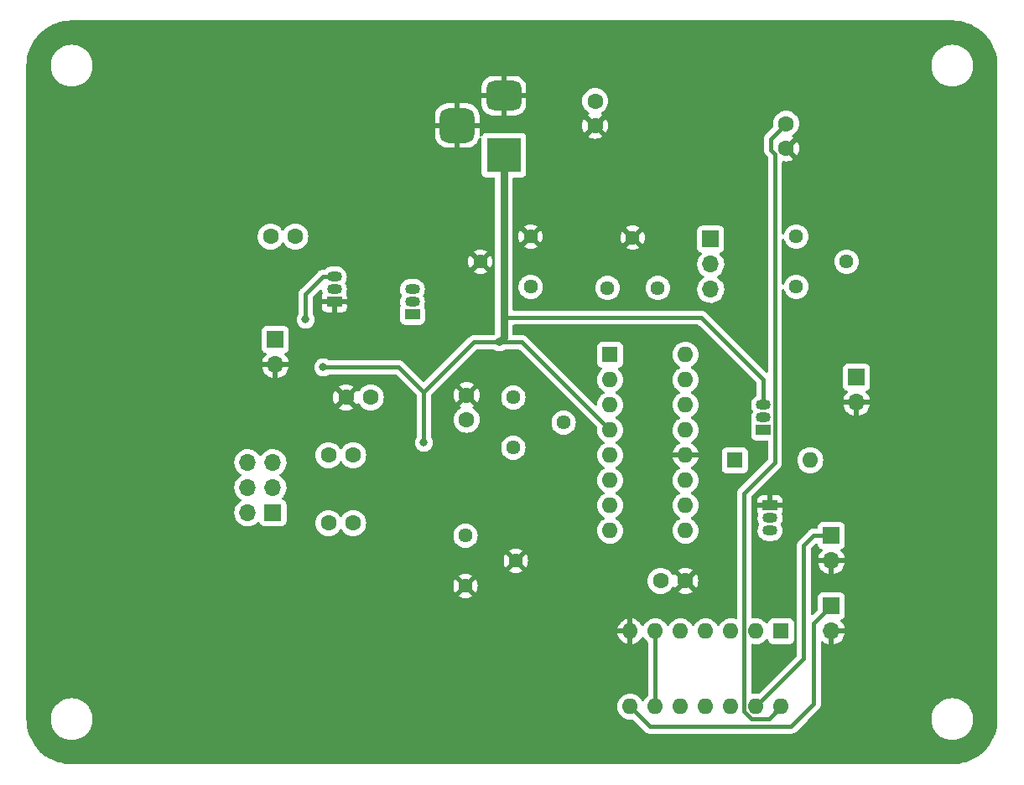
<source format=gbr>
%TF.GenerationSoftware,KiCad,Pcbnew,(6.0.0)*%
%TF.CreationDate,2022-01-24T17:52:30-05:00*%
%TF.ProjectId,function generator,66756e63-7469-46f6-9e20-67656e657261,rev?*%
%TF.SameCoordinates,Original*%
%TF.FileFunction,Copper,L2,Bot*%
%TF.FilePolarity,Positive*%
%FSLAX46Y46*%
G04 Gerber Fmt 4.6, Leading zero omitted, Abs format (unit mm)*
G04 Created by KiCad (PCBNEW (6.0.0)) date 2022-01-24 17:52:30*
%MOMM*%
%LPD*%
G01*
G04 APERTURE LIST*
G04 Aperture macros list*
%AMRoundRect*
0 Rectangle with rounded corners*
0 $1 Rounding radius*
0 $2 $3 $4 $5 $6 $7 $8 $9 X,Y pos of 4 corners*
0 Add a 4 corners polygon primitive as box body*
4,1,4,$2,$3,$4,$5,$6,$7,$8,$9,$2,$3,0*
0 Add four circle primitives for the rounded corners*
1,1,$1+$1,$2,$3*
1,1,$1+$1,$4,$5*
1,1,$1+$1,$6,$7*
1,1,$1+$1,$8,$9*
0 Add four rect primitives between the rounded corners*
20,1,$1+$1,$2,$3,$4,$5,0*
20,1,$1+$1,$4,$5,$6,$7,0*
20,1,$1+$1,$6,$7,$8,$9,0*
20,1,$1+$1,$8,$9,$2,$3,0*%
G04 Aperture macros list end*
%TA.AperFunction,ComponentPad*%
%ADD10C,1.600000*%
%TD*%
%TA.AperFunction,ComponentPad*%
%ADD11R,1.700000X1.700000*%
%TD*%
%TA.AperFunction,ComponentPad*%
%ADD12O,1.700000X1.700000*%
%TD*%
%TA.AperFunction,ComponentPad*%
%ADD13R,1.500000X1.050000*%
%TD*%
%TA.AperFunction,ComponentPad*%
%ADD14O,1.500000X1.050000*%
%TD*%
%TA.AperFunction,ComponentPad*%
%ADD15C,1.440000*%
%TD*%
%TA.AperFunction,ComponentPad*%
%ADD16R,1.600000X1.600000*%
%TD*%
%TA.AperFunction,ComponentPad*%
%ADD17O,1.600000X1.600000*%
%TD*%
%TA.AperFunction,ComponentPad*%
%ADD18R,3.500000X3.500000*%
%TD*%
%TA.AperFunction,ComponentPad*%
%ADD19RoundRect,0.750000X-1.000000X0.750000X-1.000000X-0.750000X1.000000X-0.750000X1.000000X0.750000X0*%
%TD*%
%TA.AperFunction,ComponentPad*%
%ADD20RoundRect,0.875000X-0.875000X0.875000X-0.875000X-0.875000X0.875000X-0.875000X0.875000X0.875000X0*%
%TD*%
%TA.AperFunction,ViaPad*%
%ADD21C,0.800000*%
%TD*%
%TA.AperFunction,Conductor*%
%ADD22C,0.400000*%
%TD*%
%TA.AperFunction,Conductor*%
%ADD23C,0.750000*%
%TD*%
G04 APERTURE END LIST*
D10*
%TO.P,C2,1*%
%TO.N,+12V*%
X93492000Y-31516000D03*
%TO.P,C2,2*%
%TO.N,GND*%
X93492000Y-34016000D03*
%TD*%
D11*
%TO.P,S1,1,Pin_1*%
%TO.N,Net-(C5-Pad2)*%
X60965000Y-73137000D03*
D12*
%TO.P,S1,2,Pin_2*%
%TO.N,Net-(IC2-Pad6)*%
X58425000Y-73137000D03*
%TO.P,S1,3,Pin_3*%
%TO.N,Net-(C9-Pad2)*%
X60965000Y-70597000D03*
%TO.P,S1,4,Pin_4*%
%TO.N,Net-(IC2-Pad6)*%
X58425000Y-70597000D03*
%TO.P,S1,5,Pin_5*%
%TO.N,Net-(C6-Pad2)*%
X60965000Y-68057000D03*
%TO.P,S1,6,Pin_6*%
%TO.N,Net-(IC2-Pad6)*%
X58425000Y-68057000D03*
%TD*%
D13*
%TO.P,Q3,1,E*%
%TO.N,Net-(Q3-Pad1)*%
X110490000Y-64770000D03*
D14*
%TO.P,Q3,2,B*%
%TO.N,Net-(R12-Pad1)*%
X110490000Y-63500000D03*
%TO.P,Q3,3,C*%
%TO.N,+12V*%
X110490000Y-62230000D03*
%TD*%
D11*
%TO.P,J5,1,Pin_1*%
%TO.N,/sin{slash}triangle*%
X61214000Y-55621000D03*
D12*
%TO.P,J5,2,Pin_2*%
%TO.N,GND*%
X61214000Y-58161000D03*
%TD*%
D10*
%TO.P,C7,1*%
%TO.N,Net-(C7-Pad1)*%
X70846000Y-61468000D03*
%TO.P,C7,2*%
%TO.N,GND*%
X68346000Y-61468000D03*
%TD*%
D15*
%TO.P,VR4,1,1*%
%TO.N,Net-(VR4-Pad2)*%
X113792000Y-50292000D03*
%TO.P,VR4,2,2*%
X118872000Y-47752000D03*
%TO.P,VR4,3,3*%
%TO.N,Net-(R6-Pad1)*%
X113792000Y-45212000D03*
%TD*%
D10*
%TO.P,C5,1*%
%TO.N,Net-(C5-Pad1)*%
X69068000Y-74168000D03*
%TO.P,C5,2*%
%TO.N,Net-(C5-Pad2)*%
X66568000Y-74168000D03*
%TD*%
D15*
%TO.P,VR1,1,1*%
%TO.N,GND*%
X86983000Y-45212000D03*
%TO.P,VR1,2,2*%
X81903000Y-47752000D03*
%TO.P,VR1,3,3*%
%TO.N,Net-(R4-Pad1)*%
X86983000Y-50292000D03*
%TD*%
%TO.P,VR2,1,1*%
%TO.N,Net-(VR2-Pad1)*%
X85229000Y-66548000D03*
%TO.P,VR2,2,2*%
X90309000Y-64008000D03*
%TO.P,VR2,3,3*%
%TO.N,Net-(VR2-Pad3)*%
X85229000Y-61468000D03*
%TD*%
D13*
%TO.P,Q4,1,E*%
%TO.N,GND*%
X111146000Y-72390000D03*
D14*
%TO.P,Q4,2,B*%
%TO.N,Net-(Q4-Pad2)*%
X111146000Y-73660000D03*
%TO.P,Q4,3,C*%
%TO.N,Net-(IC4-Pad1)*%
X111146000Y-74930000D03*
%TD*%
D16*
%TO.P,IC2,1,AMSI*%
%TO.N,Net-(R4-Pad2)*%
X94996000Y-57150000D03*
D17*
%TO.P,IC2,2,STO*%
%TO.N,Net-(Q1-Pad2)*%
X94996000Y-59690000D03*
%TO.P,IC2,3,MO*%
%TO.N,Net-(VR2-Pad3)*%
X94996000Y-62230000D03*
%TO.P,IC2,4,VCC*%
%TO.N,+12V*%
X94996000Y-64770000D03*
%TO.P,IC2,5,TC1*%
%TO.N,Net-(C5-Pad1)*%
X94996000Y-67310000D03*
%TO.P,IC2,6,TC2*%
%TO.N,Net-(IC2-Pad6)*%
X94996000Y-69850000D03*
%TO.P,IC2,7,TR1*%
%TO.N,Net-(R5-Pad1)*%
X94996000Y-72390000D03*
%TO.P,IC2,8,TR2*%
%TO.N,unconnected-(IC2-Pad8)*%
X94996000Y-74930000D03*
%TO.P,IC2,9,FSKI*%
%TO.N,unconnected-(IC2-Pad9)*%
X102616000Y-74930000D03*
%TO.P,IC2,10,BIAS*%
%TO.N,Net-(C4-Pad1)*%
X102616000Y-72390000D03*
%TO.P,IC2,11,SYNCO*%
%TO.N,Net-(R12-Pad1)*%
X102616000Y-69850000D03*
%TO.P,IC2,12,GND*%
%TO.N,GND*%
X102616000Y-67310000D03*
%TO.P,IC2,13,WAVEA1*%
%TO.N,Net-(VR4-Pad2)*%
X102616000Y-64770000D03*
%TO.P,IC2,14,WAVEA2*%
%TO.N,Net-(S2-Pad2)*%
X102616000Y-62230000D03*
%TO.P,IC2,15,SYMA1*%
%TO.N,Net-(IC2-Pad15)*%
X102616000Y-59690000D03*
%TO.P,IC2,16,SYMA2*%
%TO.N,Net-(IC2-Pad16)*%
X102616000Y-57150000D03*
%TD*%
D10*
%TO.P,C3,1*%
%TO.N,Net-(VR2-Pad1)*%
X80518000Y-63734000D03*
%TO.P,C3,2*%
%TO.N,GND*%
X80518000Y-61234000D03*
%TD*%
D11*
%TO.P,S2,1,Pin_1*%
%TO.N,unconnected-(S2-Pad1)*%
X105156000Y-45481000D03*
D12*
%TO.P,S2,2,Pin_2*%
%TO.N,Net-(S2-Pad2)*%
X105156000Y-48021000D03*
%TO.P,S2,3,Pin_3*%
%TO.N,Net-(R6-Pad1)*%
X105156000Y-50561000D03*
%TD*%
D10*
%TO.P,C6,1*%
%TO.N,Net-(C5-Pad1)*%
X69068000Y-67310000D03*
%TO.P,C6,2*%
%TO.N,Net-(C6-Pad2)*%
X66568000Y-67310000D03*
%TD*%
D11*
%TO.P,J3,1,Pin_1*%
%TO.N,/inverse ttl square*%
X117348000Y-82545000D03*
D12*
%TO.P,J3,2,Pin_2*%
%TO.N,GND*%
X117348000Y-85085000D03*
%TD*%
D10*
%TO.P,C4,1*%
%TO.N,Net-(C4-Pad1)*%
X100096000Y-80010000D03*
%TO.P,C4,2*%
%TO.N,GND*%
X102596000Y-80010000D03*
%TD*%
D18*
%TO.P,J1,1*%
%TO.N,+12V*%
X84269500Y-36988000D03*
D19*
%TO.P,J1,2*%
%TO.N,GND*%
X84269500Y-30988000D03*
D20*
%TO.P,J1,3*%
X79569500Y-33988000D03*
%TD*%
D15*
%TO.P,VR3,1,1*%
%TO.N,GND*%
X80403000Y-80518000D03*
%TO.P,VR3,2,2*%
X85483000Y-77978000D03*
%TO.P,VR3,3,3*%
%TO.N,Net-(R5-Pad2)*%
X80403000Y-75438000D03*
%TD*%
%TO.P,VR5,1,1*%
%TO.N,Net-(IC2-Pad16)*%
X99822000Y-50407000D03*
%TO.P,VR5,2,2*%
%TO.N,GND*%
X97282000Y-45327000D03*
%TO.P,VR5,3,3*%
%TO.N,Net-(IC2-Pad15)*%
X94742000Y-50407000D03*
%TD*%
D16*
%TO.P,IC4,1*%
%TO.N,Net-(IC4-Pad1)*%
X112273000Y-85100000D03*
D17*
%TO.P,IC4,2*%
X109733000Y-85100000D03*
%TO.P,IC4,3*%
%TO.N,N/C*%
X107193000Y-85100000D03*
%TO.P,IC4,4*%
%TO.N,Net-(IC4-Pad1)*%
X104653000Y-85100000D03*
%TO.P,IC4,5*%
X102113000Y-85100000D03*
%TO.P,IC4,6*%
%TO.N,/ttl square*%
X99573000Y-85100000D03*
%TO.P,IC4,7,GND*%
%TO.N,GND*%
X97033000Y-85100000D03*
%TO.P,IC4,8*%
%TO.N,/inverse ttl square*%
X97033000Y-92720000D03*
%TO.P,IC4,9*%
%TO.N,/ttl square*%
X99573000Y-92720000D03*
%TO.P,IC4,10*%
X102113000Y-92720000D03*
%TO.P,IC4,11*%
%TO.N,N/C*%
X104653000Y-92720000D03*
%TO.P,IC4,12*%
%TO.N,/ttl square*%
X107193000Y-92720000D03*
%TO.P,IC4,13*%
X109733000Y-92720000D03*
%TO.P,IC4,14,VCC*%
%TO.N,Net-(IC4-Pad14)*%
X112273000Y-92720000D03*
%TD*%
D10*
%TO.P,C8,1*%
%TO.N,Net-(Q2-Pad3)*%
X63226000Y-45212000D03*
%TO.P,C8,2*%
%TO.N,/sin{slash}triangle*%
X60726000Y-45212000D03*
%TD*%
%TO.P,C10,1*%
%TO.N,Net-(IC4-Pad14)*%
X112776000Y-33802000D03*
%TO.P,C10,2*%
%TO.N,GND*%
X112776000Y-36302000D03*
%TD*%
D13*
%TO.P,Q1,1,E*%
%TO.N,Net-(R7-Pad1)*%
X75036000Y-53086000D03*
D14*
%TO.P,Q1,2,B*%
%TO.N,Net-(Q1-Pad2)*%
X75036000Y-51816000D03*
%TO.P,Q1,3,C*%
%TO.N,Net-(Q2-Pad2)*%
X75036000Y-50546000D03*
%TD*%
D16*
%TO.P,D1,1,K*%
%TO.N,Net-(R12-Pad1)*%
X107590000Y-67818000D03*
D17*
%TO.P,D1,2,A*%
%TO.N,Net-(Q3-Pad1)*%
X115210000Y-67818000D03*
%TD*%
D11*
%TO.P,J4,1,Pin_1*%
%TO.N,/square*%
X119888000Y-59431000D03*
D12*
%TO.P,J4,2,Pin_2*%
%TO.N,GND*%
X119888000Y-61971000D03*
%TD*%
D11*
%TO.P,J2,1,Pin_1*%
%TO.N,/ttl square*%
X117348000Y-75433000D03*
D12*
%TO.P,J2,2,Pin_2*%
%TO.N,GND*%
X117348000Y-77973000D03*
%TD*%
D13*
%TO.P,Q2,1,E*%
%TO.N,GND*%
X67162000Y-51816000D03*
D14*
%TO.P,Q2,2,B*%
%TO.N,Net-(Q2-Pad2)*%
X67162000Y-50546000D03*
%TO.P,Q2,3,C*%
%TO.N,Net-(Q2-Pad3)*%
X67162000Y-49276000D03*
%TD*%
D21*
%TO.N,+12V*%
X83820000Y-55880000D03*
X66040000Y-58420000D03*
X76200000Y-66040000D03*
%TO.N,Net-(Q2-Pad3)*%
X64262000Y-53594000D03*
%TD*%
D22*
%TO.N,+12V*%
X110490000Y-62230000D02*
X110490000Y-59690000D01*
X104198500Y-53398500D02*
X84269500Y-53398500D01*
X73660000Y-58420000D02*
X66040000Y-58420000D01*
X81280000Y-55880000D02*
X76200000Y-60960000D01*
X76200000Y-60960000D02*
X76200000Y-66040000D01*
D23*
X84269500Y-36988000D02*
X84269500Y-53398500D01*
X84269500Y-55430500D02*
X83820000Y-55880000D01*
X84269500Y-53398500D02*
X84269500Y-55430500D01*
D22*
X110490000Y-59690000D02*
X104198500Y-53398500D01*
X76200000Y-60960000D02*
X73660000Y-58420000D01*
X94996000Y-64770000D02*
X86106000Y-55880000D01*
X86106000Y-55880000D02*
X83820000Y-55880000D01*
X83820000Y-55880000D02*
X81280000Y-55880000D01*
%TO.N,Net-(Q2-Pad3)*%
X64262000Y-53594000D02*
X64262000Y-51026000D01*
X66012000Y-49276000D02*
X67162000Y-49276000D01*
X64262000Y-51026000D02*
X66012000Y-49276000D01*
%TO.N,Net-(IC4-Pad14)*%
X108533489Y-93216855D02*
X108533489Y-71160511D01*
X111639511Y-68054489D02*
X111639511Y-36861877D01*
X111639511Y-36861877D02*
X111252000Y-36474366D01*
X108533489Y-71160511D02*
X111639511Y-68054489D01*
X111252000Y-36474366D02*
X111252000Y-35326000D01*
X112273000Y-92720000D02*
X111073489Y-93919511D01*
X111073489Y-93919511D02*
X109236145Y-93919511D01*
X111252000Y-35326000D02*
X112776000Y-33802000D01*
X109236145Y-93919511D02*
X108533489Y-93216855D01*
%TO.N,/inverse ttl square*%
X115570000Y-92456000D02*
X113284000Y-94742000D01*
X99055000Y-94742000D02*
X97033000Y-92720000D01*
X115570000Y-84323000D02*
X115570000Y-92456000D01*
X117348000Y-82545000D02*
X115570000Y-84323000D01*
X113284000Y-94742000D02*
X99055000Y-94742000D01*
%TO.N,/ttl square*%
X115575000Y-75433000D02*
X117348000Y-75433000D01*
X99573000Y-85100000D02*
X99573000Y-92720000D01*
X109733000Y-92720000D02*
X114554000Y-87899000D01*
X114554000Y-87899000D02*
X114554000Y-76454000D01*
X114554000Y-76454000D02*
X115575000Y-75433000D01*
%TD*%
%TA.AperFunction,Conductor*%
%TO.N,GND*%
G36*
X129510057Y-23369500D02*
G01*
X129524858Y-23371805D01*
X129524861Y-23371805D01*
X129533730Y-23373186D01*
X129554158Y-23370515D01*
X129575983Y-23369571D01*
X129932981Y-23385158D01*
X129943930Y-23386116D01*
X130328465Y-23436741D01*
X130339291Y-23438650D01*
X130717951Y-23522598D01*
X130728568Y-23525443D01*
X130898993Y-23579177D01*
X131098473Y-23642073D01*
X131108787Y-23645826D01*
X131467143Y-23794262D01*
X131477087Y-23798900D01*
X131821117Y-23977990D01*
X131830637Y-23983486D01*
X132157754Y-24191883D01*
X132166758Y-24198188D01*
X132474458Y-24434295D01*
X132482878Y-24441360D01*
X132713760Y-24652923D01*
X132768836Y-24703391D01*
X132776609Y-24711164D01*
X133038640Y-24997122D01*
X133045705Y-25005542D01*
X133281812Y-25313242D01*
X133288117Y-25322246D01*
X133496514Y-25649363D01*
X133502009Y-25658882D01*
X133679789Y-26000393D01*
X133681096Y-26002904D01*
X133685738Y-26012857D01*
X133834171Y-26371206D01*
X133837930Y-26381535D01*
X133954557Y-26751432D01*
X133957402Y-26762049D01*
X134041350Y-27140709D01*
X134043259Y-27151535D01*
X134093884Y-27536070D01*
X134094842Y-27547020D01*
X134110104Y-27896584D01*
X134108724Y-27921460D01*
X134106814Y-27933730D01*
X134108454Y-27946270D01*
X134110936Y-27965251D01*
X134112000Y-27981589D01*
X134112000Y-93930672D01*
X134110500Y-93950056D01*
X134106814Y-93973730D01*
X134109485Y-93994158D01*
X134110429Y-94015983D01*
X134105242Y-94134784D01*
X134094842Y-94372980D01*
X134093884Y-94383930D01*
X134043259Y-94768465D01*
X134041350Y-94779291D01*
X133957402Y-95157951D01*
X133954557Y-95168568D01*
X133864496Y-95454209D01*
X133837930Y-95538465D01*
X133834174Y-95548787D01*
X133736213Y-95785287D01*
X133685742Y-95907134D01*
X133681100Y-95917087D01*
X133502010Y-96261117D01*
X133496514Y-96270637D01*
X133288117Y-96597754D01*
X133281812Y-96606758D01*
X133045705Y-96914458D01*
X133038640Y-96922878D01*
X132776609Y-97208836D01*
X132768840Y-97216605D01*
X132584087Y-97385900D01*
X132482878Y-97478640D01*
X132474458Y-97485705D01*
X132166758Y-97721812D01*
X132157754Y-97728117D01*
X131830637Y-97936514D01*
X131821118Y-97942009D01*
X131477087Y-98121100D01*
X131467143Y-98125738D01*
X131108787Y-98274174D01*
X131098473Y-98277927D01*
X130898993Y-98340823D01*
X130728568Y-98394557D01*
X130717951Y-98397402D01*
X130339291Y-98481350D01*
X130328465Y-98483259D01*
X129943930Y-98533884D01*
X129932981Y-98534842D01*
X129583416Y-98550104D01*
X129558540Y-98548724D01*
X129556684Y-98548435D01*
X129555142Y-98548195D01*
X129555141Y-98548195D01*
X129546270Y-98546814D01*
X129514749Y-98550936D01*
X129498411Y-98552000D01*
X40689328Y-98552000D01*
X40669943Y-98550500D01*
X40655142Y-98548195D01*
X40655139Y-98548195D01*
X40646270Y-98546814D01*
X40625842Y-98549485D01*
X40604017Y-98550429D01*
X40247019Y-98534842D01*
X40236070Y-98533884D01*
X39851535Y-98483259D01*
X39840709Y-98481350D01*
X39462049Y-98397402D01*
X39451432Y-98394557D01*
X39281007Y-98340823D01*
X39081527Y-98277927D01*
X39071213Y-98274174D01*
X38712857Y-98125738D01*
X38702913Y-98121100D01*
X38358882Y-97942009D01*
X38349363Y-97936514D01*
X38022246Y-97728117D01*
X38013242Y-97721812D01*
X37705542Y-97485705D01*
X37697122Y-97478640D01*
X37595913Y-97385900D01*
X37411160Y-97216605D01*
X37403391Y-97208836D01*
X37141360Y-96922878D01*
X37134295Y-96914458D01*
X36898188Y-96606758D01*
X36891883Y-96597754D01*
X36683486Y-96270637D01*
X36677990Y-96261117D01*
X36498900Y-95917087D01*
X36494258Y-95907134D01*
X36443788Y-95785287D01*
X36345826Y-95548787D01*
X36342070Y-95538465D01*
X36315505Y-95454209D01*
X36225443Y-95168568D01*
X36222598Y-95157951D01*
X36138650Y-94779291D01*
X36136741Y-94768465D01*
X36086116Y-94383930D01*
X36085158Y-94372980D01*
X36073794Y-94112703D01*
X38530743Y-94112703D01*
X38568268Y-94397734D01*
X38644129Y-94675036D01*
X38756923Y-94939476D01*
X38768693Y-94959142D01*
X38894032Y-95168568D01*
X38904561Y-95186161D01*
X39084313Y-95410528D01*
X39292851Y-95608423D01*
X39526317Y-95776186D01*
X39530112Y-95778195D01*
X39530113Y-95778196D01*
X39551869Y-95789715D01*
X39780392Y-95910712D01*
X40050373Y-96009511D01*
X40331264Y-96070755D01*
X40359841Y-96073004D01*
X40554282Y-96088307D01*
X40554291Y-96088307D01*
X40556739Y-96088500D01*
X40712271Y-96088500D01*
X40714407Y-96088354D01*
X40714418Y-96088354D01*
X40922548Y-96074165D01*
X40922554Y-96074164D01*
X40926825Y-96073873D01*
X40931020Y-96073004D01*
X40931022Y-96073004D01*
X41067584Y-96044723D01*
X41208342Y-96015574D01*
X41479343Y-95919607D01*
X41734812Y-95787750D01*
X41738313Y-95785289D01*
X41738317Y-95785287D01*
X41852418Y-95705095D01*
X41970023Y-95622441D01*
X42150507Y-95454725D01*
X42177479Y-95429661D01*
X42177481Y-95429658D01*
X42180622Y-95426740D01*
X42362713Y-95204268D01*
X42512927Y-94959142D01*
X42628483Y-94695898D01*
X42707244Y-94419406D01*
X42747751Y-94134784D01*
X42747845Y-94116951D01*
X42749235Y-93851583D01*
X42749235Y-93851576D01*
X42749257Y-93847297D01*
X42745454Y-93818405D01*
X42712292Y-93566522D01*
X42711732Y-93562266D01*
X42635871Y-93284964D01*
X42590843Y-93179398D01*
X42524763Y-93024476D01*
X42524761Y-93024472D01*
X42523077Y-93020524D01*
X42406488Y-92825718D01*
X42377643Y-92777521D01*
X42377640Y-92777517D01*
X42375439Y-92773839D01*
X42195687Y-92549472D01*
X41987149Y-92351577D01*
X41753683Y-92183814D01*
X41731843Y-92172250D01*
X41698623Y-92154661D01*
X41499608Y-92049288D01*
X41229627Y-91950489D01*
X40948736Y-91889245D01*
X40917685Y-91886801D01*
X40725718Y-91871693D01*
X40725709Y-91871693D01*
X40723261Y-91871500D01*
X40567729Y-91871500D01*
X40565593Y-91871646D01*
X40565582Y-91871646D01*
X40357452Y-91885835D01*
X40357446Y-91885836D01*
X40353175Y-91886127D01*
X40348980Y-91886996D01*
X40348978Y-91886996D01*
X40212417Y-91915276D01*
X40071658Y-91944426D01*
X39800657Y-92040393D01*
X39545188Y-92172250D01*
X39541687Y-92174711D01*
X39541683Y-92174713D01*
X39427583Y-92254904D01*
X39309977Y-92337559D01*
X39294892Y-92351577D01*
X39126259Y-92508281D01*
X39099378Y-92533260D01*
X38917287Y-92755732D01*
X38767073Y-93000858D01*
X38651517Y-93264102D01*
X38572756Y-93540594D01*
X38569066Y-93566522D01*
X38535228Y-93804287D01*
X38532249Y-93825216D01*
X38532227Y-93829505D01*
X38532226Y-93829512D01*
X38530765Y-94108417D01*
X38530743Y-94112703D01*
X36073794Y-94112703D01*
X36069896Y-94023416D01*
X36071276Y-93998537D01*
X36071805Y-93995142D01*
X36071805Y-93995141D01*
X36073186Y-93986270D01*
X36069064Y-93954748D01*
X36068000Y-93938411D01*
X36068000Y-85366522D01*
X95750273Y-85366522D01*
X95797764Y-85543761D01*
X95801510Y-85554053D01*
X95893586Y-85751511D01*
X95899069Y-85761007D01*
X96024028Y-85939467D01*
X96031084Y-85947875D01*
X96185125Y-86101916D01*
X96193533Y-86108972D01*
X96371993Y-86233931D01*
X96381489Y-86239414D01*
X96578947Y-86331490D01*
X96589239Y-86335236D01*
X96761503Y-86381394D01*
X96775599Y-86381058D01*
X96779000Y-86373116D01*
X96779000Y-85372115D01*
X96774525Y-85356876D01*
X96773135Y-85355671D01*
X96765452Y-85354000D01*
X95765033Y-85354000D01*
X95751502Y-85357973D01*
X95750273Y-85366522D01*
X36068000Y-85366522D01*
X36068000Y-84828503D01*
X95751606Y-84828503D01*
X95751942Y-84842599D01*
X95759884Y-84846000D01*
X96760885Y-84846000D01*
X96776124Y-84841525D01*
X96777329Y-84840135D01*
X96779000Y-84832452D01*
X96779000Y-83832033D01*
X96775027Y-83818502D01*
X96766478Y-83817273D01*
X96589239Y-83864764D01*
X96578947Y-83868510D01*
X96381489Y-83960586D01*
X96371993Y-83966069D01*
X96193533Y-84091028D01*
X96185125Y-84098084D01*
X96031084Y-84252125D01*
X96024028Y-84260533D01*
X95899069Y-84438993D01*
X95893586Y-84448489D01*
X95801510Y-84645947D01*
X95797764Y-84656239D01*
X95751606Y-84828503D01*
X36068000Y-84828503D01*
X36068000Y-81546621D01*
X79738933Y-81546621D01*
X79748227Y-81558635D01*
X79782146Y-81582385D01*
X79791641Y-81587868D01*
X79976413Y-81674028D01*
X79986705Y-81677774D01*
X80183632Y-81730540D01*
X80194425Y-81732443D01*
X80397525Y-81750212D01*
X80408475Y-81750212D01*
X80611575Y-81732443D01*
X80622368Y-81730540D01*
X80819295Y-81677774D01*
X80829587Y-81674028D01*
X81014359Y-81587868D01*
X81023854Y-81582385D01*
X81058607Y-81558051D01*
X81066983Y-81547572D01*
X81059916Y-81534127D01*
X80415811Y-80890021D01*
X80401868Y-80882408D01*
X80400034Y-80882539D01*
X80393420Y-80886790D01*
X79745360Y-81534851D01*
X79738933Y-81546621D01*
X36068000Y-81546621D01*
X36068000Y-80523475D01*
X79170788Y-80523475D01*
X79188557Y-80726575D01*
X79190460Y-80737368D01*
X79243226Y-80934295D01*
X79246972Y-80944587D01*
X79333135Y-81129364D01*
X79338613Y-81138850D01*
X79362949Y-81173607D01*
X79373428Y-81181983D01*
X79386872Y-81174917D01*
X80030979Y-80530811D01*
X80037356Y-80519132D01*
X80767408Y-80519132D01*
X80767539Y-80520966D01*
X80771790Y-80527580D01*
X81419851Y-81175640D01*
X81431621Y-81182067D01*
X81443635Y-81172772D01*
X81467387Y-81138850D01*
X81472865Y-81129364D01*
X81559028Y-80944587D01*
X81562774Y-80934295D01*
X81615540Y-80737368D01*
X81617443Y-80726575D01*
X81635212Y-80523475D01*
X81635212Y-80512525D01*
X81617443Y-80309425D01*
X81615540Y-80298632D01*
X81562774Y-80101705D01*
X81559028Y-80091413D01*
X81521064Y-80010000D01*
X98782502Y-80010000D01*
X98802457Y-80238087D01*
X98803881Y-80243400D01*
X98803881Y-80243402D01*
X98841025Y-80382022D01*
X98861716Y-80459243D01*
X98864039Y-80464224D01*
X98864039Y-80464225D01*
X98956151Y-80661762D01*
X98956154Y-80661767D01*
X98958477Y-80666749D01*
X99089802Y-80854300D01*
X99251700Y-81016198D01*
X99256208Y-81019355D01*
X99256211Y-81019357D01*
X99334389Y-81074098D01*
X99439251Y-81147523D01*
X99444233Y-81149846D01*
X99444238Y-81149849D01*
X99640214Y-81241233D01*
X99646757Y-81244284D01*
X99652065Y-81245706D01*
X99652067Y-81245707D01*
X99862598Y-81302119D01*
X99862600Y-81302119D01*
X99867913Y-81303543D01*
X100096000Y-81323498D01*
X100324087Y-81303543D01*
X100329400Y-81302119D01*
X100329402Y-81302119D01*
X100539933Y-81245707D01*
X100539935Y-81245706D01*
X100545243Y-81244284D01*
X100551786Y-81241233D01*
X100747762Y-81149849D01*
X100747767Y-81149846D01*
X100752749Y-81147523D01*
X100826243Y-81096062D01*
X101874493Y-81096062D01*
X101883789Y-81108077D01*
X101934994Y-81143931D01*
X101944489Y-81149414D01*
X102141947Y-81241490D01*
X102152239Y-81245236D01*
X102362688Y-81301625D01*
X102373481Y-81303528D01*
X102590525Y-81322517D01*
X102601475Y-81322517D01*
X102818519Y-81303528D01*
X102829312Y-81301625D01*
X103039761Y-81245236D01*
X103050053Y-81241490D01*
X103247511Y-81149414D01*
X103257006Y-81143931D01*
X103309048Y-81107491D01*
X103317424Y-81097012D01*
X103310356Y-81083566D01*
X102608812Y-80382022D01*
X102594868Y-80374408D01*
X102593035Y-80374539D01*
X102586420Y-80378790D01*
X101880923Y-81084287D01*
X101874493Y-81096062D01*
X100826243Y-81096062D01*
X100857611Y-81074098D01*
X100935789Y-81019357D01*
X100935792Y-81019355D01*
X100940300Y-81016198D01*
X101102198Y-80854300D01*
X101233523Y-80666749D01*
X101235847Y-80661765D01*
X101237171Y-80659472D01*
X101288553Y-80610479D01*
X101358267Y-80597043D01*
X101424178Y-80623429D01*
X101455409Y-80659472D01*
X101462066Y-80671002D01*
X101498509Y-80723048D01*
X101508988Y-80731424D01*
X101522434Y-80724356D01*
X102223978Y-80022812D01*
X102230356Y-80011132D01*
X102960408Y-80011132D01*
X102960539Y-80012965D01*
X102964790Y-80019580D01*
X103670287Y-80725077D01*
X103682062Y-80731507D01*
X103694077Y-80722211D01*
X103729931Y-80671006D01*
X103735414Y-80661511D01*
X103827490Y-80464053D01*
X103831236Y-80453761D01*
X103887625Y-80243312D01*
X103889528Y-80232519D01*
X103908517Y-80015475D01*
X103908517Y-80004525D01*
X103889528Y-79787481D01*
X103887625Y-79776688D01*
X103831236Y-79566239D01*
X103827490Y-79555947D01*
X103735414Y-79358489D01*
X103729931Y-79348994D01*
X103693491Y-79296952D01*
X103683012Y-79288576D01*
X103669566Y-79295644D01*
X102968022Y-79997188D01*
X102960408Y-80011132D01*
X102230356Y-80011132D01*
X102231592Y-80008868D01*
X102231461Y-80007035D01*
X102227210Y-80000420D01*
X101521713Y-79294923D01*
X101509938Y-79288493D01*
X101497923Y-79297789D01*
X101462066Y-79348998D01*
X101455409Y-79360528D01*
X101404027Y-79409521D01*
X101334313Y-79422958D01*
X101268402Y-79396571D01*
X101237171Y-79360528D01*
X101235847Y-79358235D01*
X101233523Y-79353251D01*
X101133366Y-79210212D01*
X101105357Y-79170211D01*
X101105355Y-79170208D01*
X101102198Y-79165700D01*
X100940300Y-79003802D01*
X100935792Y-79000645D01*
X100935789Y-79000643D01*
X100824886Y-78922988D01*
X101874576Y-78922988D01*
X101881644Y-78936434D01*
X102583188Y-79637978D01*
X102597132Y-79645592D01*
X102598965Y-79645461D01*
X102605580Y-79641210D01*
X103311077Y-78935713D01*
X103317507Y-78923938D01*
X103308211Y-78911923D01*
X103257006Y-78876069D01*
X103247511Y-78870586D01*
X103050053Y-78778510D01*
X103039761Y-78774764D01*
X102829312Y-78718375D01*
X102818519Y-78716472D01*
X102601475Y-78697483D01*
X102590525Y-78697483D01*
X102373481Y-78716472D01*
X102362688Y-78718375D01*
X102152239Y-78774764D01*
X102141947Y-78778510D01*
X101944489Y-78870586D01*
X101934994Y-78876069D01*
X101882952Y-78912509D01*
X101874576Y-78922988D01*
X100824886Y-78922988D01*
X100809920Y-78912509D01*
X100752749Y-78872477D01*
X100747767Y-78870154D01*
X100747762Y-78870151D01*
X100550225Y-78778039D01*
X100550224Y-78778039D01*
X100545243Y-78775716D01*
X100539935Y-78774294D01*
X100539933Y-78774293D01*
X100329402Y-78717881D01*
X100329400Y-78717881D01*
X100324087Y-78716457D01*
X100096000Y-78696502D01*
X99867913Y-78716457D01*
X99862600Y-78717881D01*
X99862598Y-78717881D01*
X99652067Y-78774293D01*
X99652065Y-78774294D01*
X99646757Y-78775716D01*
X99641776Y-78778039D01*
X99641775Y-78778039D01*
X99444238Y-78870151D01*
X99444233Y-78870154D01*
X99439251Y-78872477D01*
X99382080Y-78912509D01*
X99256211Y-79000643D01*
X99256208Y-79000645D01*
X99251700Y-79003802D01*
X99089802Y-79165700D01*
X99086645Y-79170208D01*
X99086643Y-79170211D01*
X99063174Y-79203729D01*
X98958477Y-79353251D01*
X98956154Y-79358233D01*
X98956151Y-79358238D01*
X98895443Y-79488428D01*
X98861716Y-79560757D01*
X98860294Y-79566065D01*
X98860293Y-79566067D01*
X98839019Y-79645461D01*
X98802457Y-79781913D01*
X98782502Y-80010000D01*
X81521064Y-80010000D01*
X81472865Y-79906636D01*
X81467387Y-79897150D01*
X81443051Y-79862393D01*
X81432572Y-79854017D01*
X81419128Y-79861083D01*
X80775021Y-80505189D01*
X80767408Y-80519132D01*
X80037356Y-80519132D01*
X80038592Y-80516868D01*
X80038461Y-80515034D01*
X80034210Y-80508420D01*
X79386149Y-79860360D01*
X79374379Y-79853933D01*
X79362365Y-79863228D01*
X79338613Y-79897150D01*
X79333135Y-79906636D01*
X79246972Y-80091413D01*
X79243226Y-80101705D01*
X79190460Y-80298632D01*
X79188557Y-80309425D01*
X79170788Y-80512525D01*
X79170788Y-80523475D01*
X36068000Y-80523475D01*
X36068000Y-79488428D01*
X79739017Y-79488428D01*
X79746083Y-79501872D01*
X80390189Y-80145979D01*
X80404132Y-80153592D01*
X80405966Y-80153461D01*
X80412580Y-80149210D01*
X81060640Y-79501149D01*
X81067067Y-79489379D01*
X81057773Y-79477365D01*
X81023854Y-79453615D01*
X81014359Y-79448132D01*
X80829587Y-79361972D01*
X80819295Y-79358226D01*
X80622368Y-79305460D01*
X80611575Y-79303557D01*
X80408475Y-79285788D01*
X80397525Y-79285788D01*
X80194425Y-79303557D01*
X80183632Y-79305460D01*
X79986705Y-79358226D01*
X79976413Y-79361972D01*
X79791636Y-79448135D01*
X79782150Y-79453613D01*
X79747393Y-79477949D01*
X79739017Y-79488428D01*
X36068000Y-79488428D01*
X36068000Y-79006621D01*
X84818933Y-79006621D01*
X84828227Y-79018635D01*
X84862146Y-79042385D01*
X84871641Y-79047868D01*
X85056413Y-79134028D01*
X85066705Y-79137774D01*
X85263632Y-79190540D01*
X85274425Y-79192443D01*
X85477525Y-79210212D01*
X85488475Y-79210212D01*
X85691575Y-79192443D01*
X85702368Y-79190540D01*
X85899295Y-79137774D01*
X85909587Y-79134028D01*
X86094359Y-79047868D01*
X86103854Y-79042385D01*
X86138607Y-79018051D01*
X86146983Y-79007572D01*
X86139916Y-78994127D01*
X85495811Y-78350021D01*
X85481868Y-78342408D01*
X85480034Y-78342539D01*
X85473420Y-78346790D01*
X84825360Y-78994851D01*
X84818933Y-79006621D01*
X36068000Y-79006621D01*
X36068000Y-77983475D01*
X84250788Y-77983475D01*
X84268557Y-78186575D01*
X84270460Y-78197368D01*
X84323226Y-78394295D01*
X84326972Y-78404587D01*
X84413135Y-78589364D01*
X84418613Y-78598850D01*
X84442949Y-78633607D01*
X84453428Y-78641983D01*
X84466872Y-78634917D01*
X85110979Y-77990811D01*
X85117356Y-77979132D01*
X85847408Y-77979132D01*
X85847539Y-77980966D01*
X85851790Y-77987580D01*
X86499851Y-78635640D01*
X86511621Y-78642067D01*
X86523635Y-78632772D01*
X86547387Y-78598850D01*
X86552865Y-78589364D01*
X86639028Y-78404587D01*
X86642774Y-78394295D01*
X86695540Y-78197368D01*
X86697443Y-78186575D01*
X86715212Y-77983475D01*
X86715212Y-77972525D01*
X86697443Y-77769425D01*
X86695540Y-77758632D01*
X86642774Y-77561705D01*
X86639028Y-77551413D01*
X86552865Y-77366636D01*
X86547387Y-77357150D01*
X86523051Y-77322393D01*
X86512572Y-77314017D01*
X86499128Y-77321083D01*
X85855021Y-77965189D01*
X85847408Y-77979132D01*
X85117356Y-77979132D01*
X85118592Y-77976868D01*
X85118461Y-77975034D01*
X85114210Y-77968420D01*
X84466149Y-77320360D01*
X84454379Y-77313933D01*
X84442365Y-77323228D01*
X84418613Y-77357150D01*
X84413135Y-77366636D01*
X84326972Y-77551413D01*
X84323226Y-77561705D01*
X84270460Y-77758632D01*
X84268557Y-77769425D01*
X84250788Y-77972525D01*
X84250788Y-77983475D01*
X36068000Y-77983475D01*
X36068000Y-76948428D01*
X84819017Y-76948428D01*
X84826083Y-76961872D01*
X85470189Y-77605979D01*
X85484132Y-77613592D01*
X85485966Y-77613461D01*
X85492580Y-77609210D01*
X86140640Y-76961149D01*
X86147067Y-76949379D01*
X86137773Y-76937365D01*
X86103854Y-76913615D01*
X86094359Y-76908132D01*
X85909587Y-76821972D01*
X85899295Y-76818226D01*
X85702368Y-76765460D01*
X85691575Y-76763557D01*
X85488475Y-76745788D01*
X85477525Y-76745788D01*
X85274425Y-76763557D01*
X85263632Y-76765460D01*
X85066705Y-76818226D01*
X85056413Y-76821972D01*
X84871636Y-76908135D01*
X84862150Y-76913613D01*
X84827393Y-76937949D01*
X84819017Y-76948428D01*
X36068000Y-76948428D01*
X36068000Y-73103695D01*
X57062251Y-73103695D01*
X57062548Y-73108848D01*
X57062548Y-73108851D01*
X57070006Y-73238197D01*
X57075110Y-73326715D01*
X57076247Y-73331761D01*
X57076248Y-73331767D01*
X57090769Y-73396198D01*
X57124222Y-73544639D01*
X57165633Y-73646622D01*
X57197080Y-73724067D01*
X57208266Y-73751616D01*
X57224072Y-73777409D01*
X57311846Y-73920643D01*
X57324987Y-73942088D01*
X57471250Y-74110938D01*
X57643126Y-74253632D01*
X57836000Y-74366338D01*
X57840825Y-74368180D01*
X57840826Y-74368181D01*
X57899554Y-74390607D01*
X58044692Y-74446030D01*
X58049760Y-74447061D01*
X58049763Y-74447062D01*
X58139333Y-74465285D01*
X58263597Y-74490567D01*
X58268772Y-74490757D01*
X58268774Y-74490757D01*
X58481673Y-74498564D01*
X58481677Y-74498564D01*
X58486837Y-74498753D01*
X58491957Y-74498097D01*
X58491959Y-74498097D01*
X58703288Y-74471025D01*
X58703289Y-74471025D01*
X58708416Y-74470368D01*
X58713366Y-74468883D01*
X58917429Y-74407661D01*
X58917434Y-74407659D01*
X58922384Y-74406174D01*
X59122994Y-74307896D01*
X59304860Y-74178173D01*
X59413091Y-74070319D01*
X59475462Y-74036404D01*
X59546268Y-74041592D01*
X59603030Y-74084238D01*
X59620012Y-74115341D01*
X59664385Y-74233705D01*
X59751739Y-74350261D01*
X59868295Y-74437615D01*
X60004684Y-74488745D01*
X60066866Y-74495500D01*
X61863134Y-74495500D01*
X61925316Y-74488745D01*
X62061705Y-74437615D01*
X62178261Y-74350261D01*
X62265615Y-74233705D01*
X62290247Y-74168000D01*
X65254502Y-74168000D01*
X65274457Y-74396087D01*
X65275881Y-74401400D01*
X65275881Y-74401402D01*
X65312559Y-74538283D01*
X65333716Y-74617243D01*
X65336039Y-74622224D01*
X65336039Y-74622225D01*
X65428151Y-74819762D01*
X65428154Y-74819767D01*
X65430477Y-74824749D01*
X65561802Y-75012300D01*
X65723700Y-75174198D01*
X65728208Y-75177355D01*
X65728211Y-75177357D01*
X65787031Y-75218543D01*
X65911251Y-75305523D01*
X65916233Y-75307846D01*
X65916238Y-75307849D01*
X66069345Y-75379243D01*
X66118757Y-75402284D01*
X66124065Y-75403706D01*
X66124067Y-75403707D01*
X66334598Y-75460119D01*
X66334600Y-75460119D01*
X66339913Y-75461543D01*
X66568000Y-75481498D01*
X66796087Y-75461543D01*
X66801400Y-75460119D01*
X66801402Y-75460119D01*
X67011933Y-75403707D01*
X67011935Y-75403706D01*
X67017243Y-75402284D01*
X67066655Y-75379243D01*
X67219762Y-75307849D01*
X67219767Y-75307846D01*
X67224749Y-75305523D01*
X67348969Y-75218543D01*
X67407789Y-75177357D01*
X67407792Y-75177355D01*
X67412300Y-75174198D01*
X67574198Y-75012300D01*
X67632603Y-74928890D01*
X67702369Y-74829253D01*
X67705523Y-74824749D01*
X67707846Y-74819767D01*
X67708882Y-74817973D01*
X67760266Y-74768981D01*
X67829979Y-74755546D01*
X67895890Y-74781934D01*
X67927118Y-74817973D01*
X67928154Y-74819767D01*
X67930477Y-74824749D01*
X67933631Y-74829253D01*
X68003398Y-74928890D01*
X68061802Y-75012300D01*
X68223700Y-75174198D01*
X68228208Y-75177355D01*
X68228211Y-75177357D01*
X68287031Y-75218543D01*
X68411251Y-75305523D01*
X68416233Y-75307846D01*
X68416238Y-75307849D01*
X68569345Y-75379243D01*
X68618757Y-75402284D01*
X68624065Y-75403706D01*
X68624067Y-75403707D01*
X68834598Y-75460119D01*
X68834600Y-75460119D01*
X68839913Y-75461543D01*
X69068000Y-75481498D01*
X69296087Y-75461543D01*
X69301400Y-75460119D01*
X69301402Y-75460119D01*
X69383951Y-75438000D01*
X79169807Y-75438000D01*
X79188542Y-75652142D01*
X79189966Y-75657455D01*
X79189966Y-75657457D01*
X79225775Y-75791095D01*
X79244178Y-75859777D01*
X79246500Y-75864757D01*
X79246501Y-75864759D01*
X79324213Y-76031411D01*
X79335024Y-76054596D01*
X79458319Y-76230681D01*
X79610319Y-76382681D01*
X79786403Y-76505976D01*
X79791381Y-76508297D01*
X79791384Y-76508299D01*
X79852700Y-76536891D01*
X79981223Y-76596822D01*
X79986531Y-76598244D01*
X79986533Y-76598245D01*
X80183543Y-76651034D01*
X80183545Y-76651034D01*
X80188858Y-76652458D01*
X80403000Y-76671193D01*
X80617142Y-76652458D01*
X80622455Y-76651034D01*
X80622457Y-76651034D01*
X80819467Y-76598245D01*
X80819469Y-76598244D01*
X80824777Y-76596822D01*
X80953300Y-76536891D01*
X81014616Y-76508299D01*
X81014619Y-76508297D01*
X81019597Y-76505976D01*
X81195681Y-76382681D01*
X81347681Y-76230681D01*
X81470976Y-76054596D01*
X81481788Y-76031411D01*
X81559499Y-75864759D01*
X81559500Y-75864757D01*
X81561822Y-75859777D01*
X81580226Y-75791095D01*
X81616034Y-75657457D01*
X81616034Y-75657455D01*
X81617458Y-75652142D01*
X81636193Y-75438000D01*
X81617458Y-75223858D01*
X81604152Y-75174198D01*
X81563245Y-75021533D01*
X81563244Y-75021531D01*
X81561822Y-75016223D01*
X81524996Y-74937250D01*
X81473299Y-74826385D01*
X81473297Y-74826382D01*
X81470976Y-74821404D01*
X81347681Y-74645319D01*
X81195681Y-74493319D01*
X81019597Y-74370024D01*
X81014619Y-74367703D01*
X81014616Y-74367701D01*
X80829759Y-74281501D01*
X80829758Y-74281500D01*
X80824777Y-74279178D01*
X80819469Y-74277756D01*
X80819467Y-74277755D01*
X80622457Y-74224966D01*
X80622455Y-74224966D01*
X80617142Y-74223542D01*
X80403000Y-74204807D01*
X80188858Y-74223542D01*
X80183545Y-74224966D01*
X80183543Y-74224966D01*
X79986533Y-74277755D01*
X79986531Y-74277756D01*
X79981223Y-74279178D01*
X79976243Y-74281500D01*
X79976241Y-74281501D01*
X79791385Y-74367701D01*
X79791382Y-74367703D01*
X79786404Y-74370024D01*
X79610319Y-74493319D01*
X79458319Y-74645319D01*
X79335024Y-74821404D01*
X79332703Y-74826382D01*
X79332701Y-74826385D01*
X79281004Y-74937250D01*
X79244178Y-75016223D01*
X79242756Y-75021531D01*
X79242755Y-75021533D01*
X79201848Y-75174198D01*
X79188542Y-75223858D01*
X79169807Y-75438000D01*
X69383951Y-75438000D01*
X69511933Y-75403707D01*
X69511935Y-75403706D01*
X69517243Y-75402284D01*
X69566655Y-75379243D01*
X69719762Y-75307849D01*
X69719767Y-75307846D01*
X69724749Y-75305523D01*
X69848969Y-75218543D01*
X69907789Y-75177357D01*
X69907792Y-75177355D01*
X69912300Y-75174198D01*
X70074198Y-75012300D01*
X70205523Y-74824749D01*
X70207846Y-74819767D01*
X70207849Y-74819762D01*
X70299961Y-74622225D01*
X70299961Y-74622224D01*
X70302284Y-74617243D01*
X70323442Y-74538283D01*
X70360119Y-74401402D01*
X70360119Y-74401400D01*
X70361543Y-74396087D01*
X70381498Y-74168000D01*
X70361543Y-73939913D01*
X70322883Y-73795634D01*
X70303707Y-73724067D01*
X70303706Y-73724065D01*
X70302284Y-73718757D01*
X70275351Y-73660999D01*
X70207849Y-73516238D01*
X70207846Y-73516233D01*
X70205523Y-73511251D01*
X70074198Y-73323700D01*
X69912300Y-73161802D01*
X69907792Y-73158645D01*
X69907789Y-73158643D01*
X69821984Y-73098562D01*
X69724749Y-73030477D01*
X69719767Y-73028154D01*
X69719762Y-73028151D01*
X69522225Y-72936039D01*
X69522224Y-72936039D01*
X69517243Y-72933716D01*
X69511935Y-72932294D01*
X69511933Y-72932293D01*
X69301402Y-72875881D01*
X69301400Y-72875881D01*
X69296087Y-72874457D01*
X69068000Y-72854502D01*
X68839913Y-72874457D01*
X68834600Y-72875881D01*
X68834598Y-72875881D01*
X68624067Y-72932293D01*
X68624065Y-72932294D01*
X68618757Y-72933716D01*
X68613776Y-72936039D01*
X68613775Y-72936039D01*
X68416238Y-73028151D01*
X68416233Y-73028154D01*
X68411251Y-73030477D01*
X68314016Y-73098562D01*
X68228211Y-73158643D01*
X68228208Y-73158645D01*
X68223700Y-73161802D01*
X68061802Y-73323700D01*
X67930477Y-73511251D01*
X67928154Y-73516233D01*
X67927118Y-73518027D01*
X67875734Y-73567019D01*
X67806021Y-73580454D01*
X67740110Y-73554066D01*
X67708882Y-73518027D01*
X67707846Y-73516233D01*
X67705523Y-73511251D01*
X67574198Y-73323700D01*
X67412300Y-73161802D01*
X67407792Y-73158645D01*
X67407789Y-73158643D01*
X67321984Y-73098562D01*
X67224749Y-73030477D01*
X67219767Y-73028154D01*
X67219762Y-73028151D01*
X67022225Y-72936039D01*
X67022224Y-72936039D01*
X67017243Y-72933716D01*
X67011935Y-72932294D01*
X67011933Y-72932293D01*
X66801402Y-72875881D01*
X66801400Y-72875881D01*
X66796087Y-72874457D01*
X66568000Y-72854502D01*
X66339913Y-72874457D01*
X66334600Y-72875881D01*
X66334598Y-72875881D01*
X66124067Y-72932293D01*
X66124065Y-72932294D01*
X66118757Y-72933716D01*
X66113776Y-72936039D01*
X66113775Y-72936039D01*
X65916238Y-73028151D01*
X65916233Y-73028154D01*
X65911251Y-73030477D01*
X65814016Y-73098562D01*
X65728211Y-73158643D01*
X65728208Y-73158645D01*
X65723700Y-73161802D01*
X65561802Y-73323700D01*
X65430477Y-73511251D01*
X65428154Y-73516233D01*
X65428151Y-73516238D01*
X65360649Y-73660999D01*
X65333716Y-73718757D01*
X65332294Y-73724065D01*
X65332293Y-73724067D01*
X65313117Y-73795634D01*
X65274457Y-73939913D01*
X65254502Y-74168000D01*
X62290247Y-74168000D01*
X62316745Y-74097316D01*
X62323500Y-74035134D01*
X62323500Y-72238866D01*
X62316745Y-72176684D01*
X62265615Y-72040295D01*
X62178261Y-71923739D01*
X62061705Y-71836385D01*
X62000697Y-71813514D01*
X61943203Y-71791960D01*
X61886439Y-71749318D01*
X61861739Y-71682756D01*
X61876947Y-71613408D01*
X61898493Y-71584727D01*
X61999435Y-71484137D01*
X62003096Y-71480489D01*
X62062594Y-71397689D01*
X62130435Y-71303277D01*
X62133453Y-71299077D01*
X62154320Y-71256857D01*
X62230136Y-71103453D01*
X62230137Y-71103451D01*
X62232430Y-71098811D01*
X62297370Y-70885069D01*
X62326529Y-70663590D01*
X62328156Y-70597000D01*
X62309852Y-70374361D01*
X62255431Y-70157702D01*
X62166354Y-69952840D01*
X62045014Y-69765277D01*
X61894670Y-69600051D01*
X61890619Y-69596852D01*
X61890615Y-69596848D01*
X61723414Y-69464800D01*
X61723410Y-69464798D01*
X61719359Y-69461598D01*
X61678053Y-69438796D01*
X61628084Y-69388364D01*
X61613312Y-69318921D01*
X61638428Y-69252516D01*
X61665780Y-69225909D01*
X61717885Y-69188743D01*
X61844860Y-69098173D01*
X61871359Y-69071767D01*
X61999435Y-68944137D01*
X62003096Y-68940489D01*
X62062594Y-68857689D01*
X62130435Y-68763277D01*
X62133453Y-68759077D01*
X62154320Y-68716857D01*
X62230136Y-68563453D01*
X62230137Y-68563451D01*
X62232430Y-68558811D01*
X62273326Y-68424207D01*
X62295865Y-68350023D01*
X62295865Y-68350021D01*
X62297370Y-68345069D01*
X62326529Y-68123590D01*
X62326940Y-68106770D01*
X62328074Y-68060365D01*
X62328074Y-68060361D01*
X62328156Y-68057000D01*
X62309852Y-67834361D01*
X62255431Y-67617702D01*
X62166354Y-67412840D01*
X62099824Y-67310000D01*
X65254502Y-67310000D01*
X65274457Y-67538087D01*
X65275881Y-67543400D01*
X65275881Y-67543402D01*
X65320208Y-67708829D01*
X65333716Y-67759243D01*
X65336039Y-67764224D01*
X65336039Y-67764225D01*
X65428151Y-67961762D01*
X65428154Y-67961767D01*
X65430477Y-67966749D01*
X65479744Y-68037109D01*
X65540299Y-68123590D01*
X65561802Y-68154300D01*
X65723700Y-68316198D01*
X65728208Y-68319355D01*
X65728211Y-68319357D01*
X65764932Y-68345069D01*
X65911251Y-68447523D01*
X65916233Y-68449846D01*
X65916238Y-68449849D01*
X66092521Y-68532050D01*
X66118757Y-68544284D01*
X66124065Y-68545706D01*
X66124067Y-68545707D01*
X66334598Y-68602119D01*
X66334600Y-68602119D01*
X66339913Y-68603543D01*
X66568000Y-68623498D01*
X66796087Y-68603543D01*
X66801400Y-68602119D01*
X66801402Y-68602119D01*
X67011933Y-68545707D01*
X67011935Y-68545706D01*
X67017243Y-68544284D01*
X67043479Y-68532050D01*
X67219762Y-68449849D01*
X67219767Y-68449846D01*
X67224749Y-68447523D01*
X67371068Y-68345069D01*
X67407789Y-68319357D01*
X67407792Y-68319355D01*
X67412300Y-68316198D01*
X67574198Y-68154300D01*
X67595702Y-68123590D01*
X67656256Y-68037109D01*
X67705523Y-67966749D01*
X67707846Y-67961767D01*
X67708882Y-67959973D01*
X67760266Y-67910981D01*
X67829979Y-67897546D01*
X67895890Y-67923934D01*
X67927118Y-67959973D01*
X67928154Y-67961767D01*
X67930477Y-67966749D01*
X67979744Y-68037109D01*
X68040299Y-68123590D01*
X68061802Y-68154300D01*
X68223700Y-68316198D01*
X68228208Y-68319355D01*
X68228211Y-68319357D01*
X68264932Y-68345069D01*
X68411251Y-68447523D01*
X68416233Y-68449846D01*
X68416238Y-68449849D01*
X68592521Y-68532050D01*
X68618757Y-68544284D01*
X68624065Y-68545706D01*
X68624067Y-68545707D01*
X68834598Y-68602119D01*
X68834600Y-68602119D01*
X68839913Y-68603543D01*
X69068000Y-68623498D01*
X69296087Y-68603543D01*
X69301400Y-68602119D01*
X69301402Y-68602119D01*
X69511933Y-68545707D01*
X69511935Y-68545706D01*
X69517243Y-68544284D01*
X69543479Y-68532050D01*
X69719762Y-68449849D01*
X69719767Y-68449846D01*
X69724749Y-68447523D01*
X69871068Y-68345069D01*
X69907789Y-68319357D01*
X69907792Y-68319355D01*
X69912300Y-68316198D01*
X70074198Y-68154300D01*
X70095702Y-68123590D01*
X70156256Y-68037109D01*
X70205523Y-67966749D01*
X70207846Y-67961767D01*
X70207849Y-67961762D01*
X70299961Y-67764225D01*
X70299961Y-67764224D01*
X70302284Y-67759243D01*
X70315793Y-67708829D01*
X70360119Y-67543402D01*
X70360119Y-67543400D01*
X70361543Y-67538087D01*
X70381498Y-67310000D01*
X70361543Y-67081913D01*
X70360119Y-67076598D01*
X70303707Y-66866067D01*
X70303706Y-66866065D01*
X70302284Y-66860757D01*
X70288463Y-66831118D01*
X70207849Y-66658238D01*
X70207846Y-66658233D01*
X70205523Y-66653251D01*
X70115005Y-66523978D01*
X70077357Y-66470211D01*
X70077355Y-66470208D01*
X70074198Y-66465700D01*
X69912300Y-66303802D01*
X69907792Y-66300645D01*
X69907789Y-66300643D01*
X69797424Y-66223365D01*
X69724749Y-66172477D01*
X69719767Y-66170154D01*
X69719762Y-66170151D01*
X69522225Y-66078039D01*
X69522224Y-66078039D01*
X69517243Y-66075716D01*
X69511935Y-66074294D01*
X69511933Y-66074293D01*
X69301402Y-66017881D01*
X69301400Y-66017881D01*
X69296087Y-66016457D01*
X69068000Y-65996502D01*
X68839913Y-66016457D01*
X68834600Y-66017881D01*
X68834598Y-66017881D01*
X68624067Y-66074293D01*
X68624065Y-66074294D01*
X68618757Y-66075716D01*
X68613776Y-66078039D01*
X68613775Y-66078039D01*
X68416238Y-66170151D01*
X68416233Y-66170154D01*
X68411251Y-66172477D01*
X68338576Y-66223365D01*
X68228211Y-66300643D01*
X68228208Y-66300645D01*
X68223700Y-66303802D01*
X68061802Y-66465700D01*
X68058645Y-66470208D01*
X68058643Y-66470211D01*
X68020995Y-66523978D01*
X67930477Y-66653251D01*
X67928154Y-66658233D01*
X67927118Y-66660027D01*
X67875734Y-66709019D01*
X67806021Y-66722454D01*
X67740110Y-66696066D01*
X67708882Y-66660027D01*
X67707846Y-66658233D01*
X67705523Y-66653251D01*
X67615005Y-66523978D01*
X67577357Y-66470211D01*
X67577355Y-66470208D01*
X67574198Y-66465700D01*
X67412300Y-66303802D01*
X67407792Y-66300645D01*
X67407789Y-66300643D01*
X67297424Y-66223365D01*
X67224749Y-66172477D01*
X67219767Y-66170154D01*
X67219762Y-66170151D01*
X67022225Y-66078039D01*
X67022224Y-66078039D01*
X67017243Y-66075716D01*
X67011935Y-66074294D01*
X67011933Y-66074293D01*
X66801402Y-66017881D01*
X66801400Y-66017881D01*
X66796087Y-66016457D01*
X66568000Y-65996502D01*
X66339913Y-66016457D01*
X66334600Y-66017881D01*
X66334598Y-66017881D01*
X66124067Y-66074293D01*
X66124065Y-66074294D01*
X66118757Y-66075716D01*
X66113776Y-66078039D01*
X66113775Y-66078039D01*
X65916238Y-66170151D01*
X65916233Y-66170154D01*
X65911251Y-66172477D01*
X65838576Y-66223365D01*
X65728211Y-66300643D01*
X65728208Y-66300645D01*
X65723700Y-66303802D01*
X65561802Y-66465700D01*
X65558645Y-66470208D01*
X65558643Y-66470211D01*
X65520995Y-66523978D01*
X65430477Y-66653251D01*
X65428154Y-66658233D01*
X65428151Y-66658238D01*
X65347537Y-66831118D01*
X65333716Y-66860757D01*
X65332294Y-66866065D01*
X65332293Y-66866067D01*
X65275881Y-67076598D01*
X65274457Y-67081913D01*
X65254502Y-67310000D01*
X62099824Y-67310000D01*
X62045014Y-67225277D01*
X61894670Y-67060051D01*
X61890619Y-67056852D01*
X61890615Y-67056848D01*
X61723414Y-66924800D01*
X61723410Y-66924798D01*
X61719359Y-66921598D01*
X61696165Y-66908794D01*
X61609145Y-66860757D01*
X61523789Y-66813638D01*
X61518920Y-66811914D01*
X61518916Y-66811912D01*
X61318087Y-66740795D01*
X61318083Y-66740794D01*
X61313212Y-66739069D01*
X61308119Y-66738162D01*
X61308116Y-66738161D01*
X61098373Y-66700800D01*
X61098367Y-66700799D01*
X61093284Y-66699894D01*
X61019452Y-66698992D01*
X60875081Y-66697228D01*
X60875079Y-66697228D01*
X60869911Y-66697165D01*
X60649091Y-66730955D01*
X60436756Y-66800357D01*
X60238607Y-66903507D01*
X60234474Y-66906610D01*
X60234471Y-66906612D01*
X60143708Y-66974759D01*
X60059965Y-67037635D01*
X59905629Y-67199138D01*
X59798201Y-67356621D01*
X59743293Y-67401621D01*
X59672768Y-67409792D01*
X59609021Y-67378538D01*
X59588324Y-67354054D01*
X59507822Y-67229617D01*
X59507820Y-67229614D01*
X59505014Y-67225277D01*
X59354670Y-67060051D01*
X59350619Y-67056852D01*
X59350615Y-67056848D01*
X59183414Y-66924800D01*
X59183410Y-66924798D01*
X59179359Y-66921598D01*
X59156165Y-66908794D01*
X59069145Y-66860757D01*
X58983789Y-66813638D01*
X58978920Y-66811914D01*
X58978916Y-66811912D01*
X58778087Y-66740795D01*
X58778083Y-66740794D01*
X58773212Y-66739069D01*
X58768119Y-66738162D01*
X58768116Y-66738161D01*
X58558373Y-66700800D01*
X58558367Y-66700799D01*
X58553284Y-66699894D01*
X58479452Y-66698992D01*
X58335081Y-66697228D01*
X58335079Y-66697228D01*
X58329911Y-66697165D01*
X58109091Y-66730955D01*
X57896756Y-66800357D01*
X57698607Y-66903507D01*
X57694474Y-66906610D01*
X57694471Y-66906612D01*
X57603708Y-66974759D01*
X57519965Y-67037635D01*
X57365629Y-67199138D01*
X57239743Y-67383680D01*
X57224003Y-67417590D01*
X57147920Y-67581497D01*
X57145688Y-67586305D01*
X57085989Y-67801570D01*
X57062251Y-68023695D01*
X57062548Y-68028848D01*
X57062548Y-68028851D01*
X57070006Y-68158197D01*
X57075110Y-68246715D01*
X57076247Y-68251761D01*
X57076248Y-68251767D01*
X57090769Y-68316198D01*
X57124222Y-68464639D01*
X57171471Y-68580999D01*
X57206066Y-68666197D01*
X57208266Y-68671616D01*
X57247546Y-68735715D01*
X57322291Y-68857688D01*
X57324987Y-68862088D01*
X57471250Y-69030938D01*
X57643126Y-69173632D01*
X57713595Y-69214811D01*
X57716445Y-69216476D01*
X57765169Y-69268114D01*
X57778240Y-69337897D01*
X57751509Y-69403669D01*
X57711055Y-69437027D01*
X57698607Y-69443507D01*
X57694474Y-69446610D01*
X57694471Y-69446612D01*
X57670247Y-69464800D01*
X57519965Y-69577635D01*
X57365629Y-69739138D01*
X57239743Y-69923680D01*
X57145688Y-70126305D01*
X57085989Y-70341570D01*
X57062251Y-70563695D01*
X57062548Y-70568848D01*
X57062548Y-70568851D01*
X57068011Y-70663590D01*
X57075110Y-70786715D01*
X57076247Y-70791761D01*
X57076248Y-70791767D01*
X57090769Y-70856198D01*
X57124222Y-71004639D01*
X57208266Y-71211616D01*
X57259019Y-71294438D01*
X57322291Y-71397688D01*
X57324987Y-71402088D01*
X57471250Y-71570938D01*
X57643126Y-71713632D01*
X57700903Y-71747394D01*
X57716445Y-71756476D01*
X57765169Y-71808114D01*
X57778240Y-71877897D01*
X57751509Y-71943669D01*
X57711055Y-71977027D01*
X57698607Y-71983507D01*
X57694474Y-71986610D01*
X57694471Y-71986612D01*
X57524100Y-72114530D01*
X57519965Y-72117635D01*
X57482731Y-72156598D01*
X57426280Y-72215671D01*
X57365629Y-72279138D01*
X57239743Y-72463680D01*
X57237564Y-72468375D01*
X57154707Y-72646876D01*
X57145688Y-72666305D01*
X57085989Y-72881570D01*
X57062251Y-73103695D01*
X36068000Y-73103695D01*
X36068000Y-62554062D01*
X67624493Y-62554062D01*
X67633789Y-62566077D01*
X67684994Y-62601931D01*
X67694489Y-62607414D01*
X67891947Y-62699490D01*
X67902239Y-62703236D01*
X68112688Y-62759625D01*
X68123481Y-62761528D01*
X68340525Y-62780517D01*
X68351475Y-62780517D01*
X68568519Y-62761528D01*
X68579312Y-62759625D01*
X68789761Y-62703236D01*
X68800053Y-62699490D01*
X68997511Y-62607414D01*
X69007006Y-62601931D01*
X69059048Y-62565491D01*
X69067424Y-62555012D01*
X69060356Y-62541566D01*
X68358812Y-61840022D01*
X68344868Y-61832408D01*
X68343035Y-61832539D01*
X68336420Y-61836790D01*
X67630923Y-62542287D01*
X67624493Y-62554062D01*
X36068000Y-62554062D01*
X36068000Y-61473475D01*
X67033483Y-61473475D01*
X67052472Y-61690519D01*
X67054375Y-61701312D01*
X67110764Y-61911761D01*
X67114510Y-61922053D01*
X67206586Y-62119511D01*
X67212069Y-62129006D01*
X67248509Y-62181048D01*
X67258988Y-62189424D01*
X67272434Y-62182356D01*
X67973978Y-61480812D01*
X67980356Y-61469132D01*
X68710408Y-61469132D01*
X68710539Y-61470965D01*
X68714790Y-61477580D01*
X69420287Y-62183077D01*
X69432062Y-62189507D01*
X69444077Y-62180211D01*
X69479934Y-62129002D01*
X69486591Y-62117472D01*
X69537973Y-62068479D01*
X69607687Y-62055042D01*
X69673598Y-62081429D01*
X69704829Y-62117472D01*
X69706153Y-62119765D01*
X69708477Y-62124749D01*
X69711631Y-62129253D01*
X69800499Y-62256169D01*
X69839802Y-62312300D01*
X70001700Y-62474198D01*
X70006208Y-62477355D01*
X70006211Y-62477357D01*
X70010684Y-62480489D01*
X70189251Y-62605523D01*
X70194233Y-62607846D01*
X70194238Y-62607849D01*
X70355267Y-62682937D01*
X70396757Y-62702284D01*
X70402065Y-62703706D01*
X70402067Y-62703707D01*
X70612598Y-62760119D01*
X70612600Y-62760119D01*
X70617913Y-62761543D01*
X70846000Y-62781498D01*
X71074087Y-62761543D01*
X71079400Y-62760119D01*
X71079402Y-62760119D01*
X71289933Y-62703707D01*
X71289935Y-62703706D01*
X71295243Y-62702284D01*
X71336733Y-62682937D01*
X71497762Y-62607849D01*
X71497767Y-62607846D01*
X71502749Y-62605523D01*
X71681316Y-62480489D01*
X71685789Y-62477357D01*
X71685792Y-62477355D01*
X71690300Y-62474198D01*
X71852198Y-62312300D01*
X71891502Y-62256169D01*
X71980366Y-62129257D01*
X71983523Y-62124749D01*
X71985846Y-62119767D01*
X71985849Y-62119762D01*
X72077961Y-61922225D01*
X72077961Y-61922224D01*
X72080284Y-61917243D01*
X72086243Y-61895006D01*
X72138119Y-61701402D01*
X72138119Y-61701400D01*
X72139543Y-61696087D01*
X72159498Y-61468000D01*
X72139543Y-61239913D01*
X72102981Y-61103461D01*
X72081707Y-61024067D01*
X72081706Y-61024065D01*
X72080284Y-61018757D01*
X72069540Y-60995716D01*
X71985849Y-60816238D01*
X71985846Y-60816233D01*
X71983523Y-60811251D01*
X71900233Y-60692301D01*
X71855357Y-60628211D01*
X71855355Y-60628208D01*
X71852198Y-60623700D01*
X71690300Y-60461802D01*
X71685792Y-60458645D01*
X71685789Y-60458643D01*
X71600203Y-60398715D01*
X71502749Y-60330477D01*
X71497767Y-60328154D01*
X71497762Y-60328151D01*
X71300225Y-60236039D01*
X71300224Y-60236039D01*
X71295243Y-60233716D01*
X71289935Y-60232294D01*
X71289933Y-60232293D01*
X71079402Y-60175881D01*
X71079400Y-60175881D01*
X71074087Y-60174457D01*
X70846000Y-60154502D01*
X70617913Y-60174457D01*
X70612600Y-60175881D01*
X70612598Y-60175881D01*
X70402067Y-60232293D01*
X70402065Y-60232294D01*
X70396757Y-60233716D01*
X70391776Y-60236039D01*
X70391775Y-60236039D01*
X70194238Y-60328151D01*
X70194233Y-60328154D01*
X70189251Y-60330477D01*
X70091797Y-60398715D01*
X70006211Y-60458643D01*
X70006208Y-60458645D01*
X70001700Y-60461802D01*
X69839802Y-60623700D01*
X69836645Y-60628208D01*
X69836643Y-60628211D01*
X69791767Y-60692301D01*
X69708477Y-60811251D01*
X69706153Y-60816235D01*
X69704829Y-60818528D01*
X69653447Y-60867521D01*
X69583733Y-60880957D01*
X69517822Y-60854571D01*
X69486591Y-60818528D01*
X69479934Y-60806998D01*
X69443491Y-60754952D01*
X69433012Y-60746576D01*
X69419566Y-60753644D01*
X68718022Y-61455188D01*
X68710408Y-61469132D01*
X67980356Y-61469132D01*
X67981592Y-61466868D01*
X67981461Y-61465035D01*
X67977210Y-61458420D01*
X67271713Y-60752923D01*
X67259938Y-60746493D01*
X67247923Y-60755789D01*
X67212069Y-60806994D01*
X67206586Y-60816489D01*
X67114510Y-61013947D01*
X67110764Y-61024239D01*
X67054375Y-61234688D01*
X67052472Y-61245481D01*
X67033483Y-61462525D01*
X67033483Y-61473475D01*
X36068000Y-61473475D01*
X36068000Y-60380988D01*
X67624576Y-60380988D01*
X67631644Y-60394434D01*
X68333188Y-61095978D01*
X68347132Y-61103592D01*
X68348965Y-61103461D01*
X68355580Y-61099210D01*
X69061077Y-60393713D01*
X69067507Y-60381938D01*
X69058211Y-60369923D01*
X69007006Y-60334069D01*
X68997511Y-60328586D01*
X68800053Y-60236510D01*
X68789761Y-60232764D01*
X68579312Y-60176375D01*
X68568519Y-60174472D01*
X68351475Y-60155483D01*
X68340525Y-60155483D01*
X68123481Y-60174472D01*
X68112688Y-60176375D01*
X67902239Y-60232764D01*
X67891947Y-60236510D01*
X67694489Y-60328586D01*
X67684994Y-60334069D01*
X67632952Y-60370509D01*
X67624576Y-60380988D01*
X36068000Y-60380988D01*
X36068000Y-58428966D01*
X59882257Y-58428966D01*
X59912565Y-58563446D01*
X59915645Y-58573275D01*
X59995770Y-58770603D01*
X60000413Y-58779794D01*
X60111694Y-58961388D01*
X60117777Y-58969699D01*
X60257213Y-59130667D01*
X60264580Y-59137883D01*
X60428434Y-59273916D01*
X60436881Y-59279831D01*
X60620756Y-59387279D01*
X60630042Y-59391729D01*
X60829001Y-59467703D01*
X60838899Y-59470579D01*
X60942250Y-59491606D01*
X60956299Y-59490410D01*
X60960000Y-59480065D01*
X60960000Y-59479517D01*
X61468000Y-59479517D01*
X61472064Y-59493359D01*
X61485478Y-59495393D01*
X61492184Y-59494534D01*
X61502262Y-59492392D01*
X61706255Y-59431191D01*
X61715842Y-59427433D01*
X61907095Y-59333739D01*
X61915945Y-59328464D01*
X62089328Y-59204792D01*
X62097200Y-59198139D01*
X62248052Y-59047812D01*
X62254730Y-59039965D01*
X62379003Y-58867020D01*
X62384313Y-58858183D01*
X62478670Y-58667267D01*
X62482469Y-58657672D01*
X62544377Y-58453910D01*
X62546555Y-58443837D01*
X62547986Y-58432962D01*
X62545965Y-58420000D01*
X65126496Y-58420000D01*
X65127186Y-58426565D01*
X65142606Y-58573275D01*
X65146458Y-58609928D01*
X65205473Y-58791556D01*
X65300960Y-58956944D01*
X65305378Y-58961851D01*
X65305379Y-58961852D01*
X65365608Y-59028743D01*
X65428747Y-59098866D01*
X65583248Y-59211118D01*
X65589276Y-59213802D01*
X65589278Y-59213803D01*
X65751681Y-59286109D01*
X65757712Y-59288794D01*
X65851113Y-59308647D01*
X65938056Y-59327128D01*
X65938061Y-59327128D01*
X65944513Y-59328500D01*
X66135487Y-59328500D01*
X66141939Y-59327128D01*
X66141944Y-59327128D01*
X66228887Y-59308647D01*
X66322288Y-59288794D01*
X66328319Y-59286109D01*
X66490722Y-59213803D01*
X66490724Y-59213802D01*
X66496752Y-59211118D01*
X66577344Y-59152564D01*
X66644211Y-59128706D01*
X66651405Y-59128500D01*
X73314340Y-59128500D01*
X73382461Y-59148502D01*
X73403435Y-59165405D01*
X75454595Y-61216566D01*
X75488621Y-61278878D01*
X75491500Y-61305661D01*
X75491500Y-65421256D01*
X75471498Y-65489377D01*
X75467436Y-65495317D01*
X75465379Y-65498148D01*
X75460960Y-65503056D01*
X75457659Y-65508774D01*
X75457658Y-65508775D01*
X75375498Y-65651081D01*
X75365473Y-65668444D01*
X75306458Y-65850072D01*
X75305768Y-65856633D01*
X75305768Y-65856635D01*
X75300420Y-65907523D01*
X75286496Y-66040000D01*
X75287186Y-66046565D01*
X75300752Y-66175634D01*
X75306458Y-66229928D01*
X75365473Y-66411556D01*
X75460960Y-66576944D01*
X75465378Y-66581851D01*
X75465379Y-66581852D01*
X75572480Y-66700800D01*
X75588747Y-66718866D01*
X75655627Y-66767457D01*
X75722629Y-66816137D01*
X75743248Y-66831118D01*
X75749276Y-66833802D01*
X75749278Y-66833803D01*
X75821745Y-66866067D01*
X75917712Y-66908794D01*
X75993014Y-66924800D01*
X76098056Y-66947128D01*
X76098061Y-66947128D01*
X76104513Y-66948500D01*
X76295487Y-66948500D01*
X76301939Y-66947128D01*
X76301944Y-66947128D01*
X76406986Y-66924800D01*
X76482288Y-66908794D01*
X76578255Y-66866067D01*
X76650722Y-66833803D01*
X76650724Y-66833802D01*
X76656752Y-66831118D01*
X76677372Y-66816137D01*
X76744373Y-66767457D01*
X76811253Y-66718866D01*
X76827520Y-66700800D01*
X76934621Y-66581852D01*
X76934622Y-66581851D01*
X76939040Y-66576944D01*
X76955751Y-66548000D01*
X83995807Y-66548000D01*
X84014542Y-66762142D01*
X84015966Y-66767455D01*
X84015966Y-66767457D01*
X84053838Y-66908794D01*
X84070178Y-66969777D01*
X84072500Y-66974757D01*
X84072501Y-66974759D01*
X84119990Y-67076598D01*
X84161024Y-67164596D01*
X84284319Y-67340681D01*
X84436319Y-67492681D01*
X84612403Y-67615976D01*
X84617381Y-67618297D01*
X84617384Y-67618299D01*
X84802241Y-67704499D01*
X84807223Y-67706822D01*
X84812531Y-67708244D01*
X84812533Y-67708245D01*
X85009543Y-67761034D01*
X85009545Y-67761034D01*
X85014858Y-67762458D01*
X85229000Y-67781193D01*
X85443142Y-67762458D01*
X85448455Y-67761034D01*
X85448457Y-67761034D01*
X85645467Y-67708245D01*
X85645469Y-67708244D01*
X85650777Y-67706822D01*
X85655759Y-67704499D01*
X85840616Y-67618299D01*
X85840619Y-67618297D01*
X85845597Y-67615976D01*
X86021681Y-67492681D01*
X86173681Y-67340681D01*
X86296976Y-67164596D01*
X86338011Y-67076598D01*
X86385499Y-66974759D01*
X86385500Y-66974757D01*
X86387822Y-66969777D01*
X86404163Y-66908794D01*
X86442034Y-66767457D01*
X86442034Y-66767455D01*
X86443458Y-66762142D01*
X86462193Y-66548000D01*
X86443458Y-66333858D01*
X86436449Y-66307699D01*
X86389245Y-66131533D01*
X86389244Y-66131531D01*
X86387822Y-66126223D01*
X86379772Y-66108959D01*
X86299299Y-65936385D01*
X86299297Y-65936382D01*
X86296976Y-65931404D01*
X86173681Y-65755319D01*
X86021681Y-65603319D01*
X85845597Y-65480024D01*
X85840619Y-65477703D01*
X85840616Y-65477701D01*
X85655759Y-65391501D01*
X85655758Y-65391500D01*
X85650777Y-65389178D01*
X85645469Y-65387756D01*
X85645467Y-65387755D01*
X85448457Y-65334966D01*
X85448455Y-65334966D01*
X85443142Y-65333542D01*
X85229000Y-65314807D01*
X85014858Y-65333542D01*
X85009545Y-65334966D01*
X85009543Y-65334966D01*
X84812533Y-65387755D01*
X84812531Y-65387756D01*
X84807223Y-65389178D01*
X84802243Y-65391500D01*
X84802241Y-65391501D01*
X84617385Y-65477701D01*
X84617382Y-65477703D01*
X84612404Y-65480024D01*
X84436319Y-65603319D01*
X84284319Y-65755319D01*
X84161024Y-65931404D01*
X84158703Y-65936382D01*
X84158701Y-65936385D01*
X84078228Y-66108959D01*
X84070178Y-66126223D01*
X84068756Y-66131531D01*
X84068755Y-66131533D01*
X84021551Y-66307699D01*
X84014542Y-66333858D01*
X83995807Y-66548000D01*
X76955751Y-66548000D01*
X77034527Y-66411556D01*
X77093542Y-66229928D01*
X77099249Y-66175634D01*
X77112814Y-66046565D01*
X77113504Y-66040000D01*
X77099580Y-65907523D01*
X77094232Y-65856635D01*
X77094232Y-65856633D01*
X77093542Y-65850072D01*
X77034527Y-65668444D01*
X77024503Y-65651081D01*
X76942342Y-65508775D01*
X76942341Y-65508774D01*
X76939040Y-65503056D01*
X76934621Y-65498148D01*
X76932564Y-65495317D01*
X76908705Y-65428449D01*
X76908500Y-65421256D01*
X76908500Y-63734000D01*
X79204502Y-63734000D01*
X79224457Y-63962087D01*
X79225881Y-63967400D01*
X79225881Y-63967402D01*
X79272810Y-64142540D01*
X79283716Y-64183243D01*
X79286039Y-64188224D01*
X79286039Y-64188225D01*
X79378151Y-64385762D01*
X79378154Y-64385767D01*
X79380477Y-64390749D01*
X79383634Y-64395257D01*
X79490161Y-64547393D01*
X79511802Y-64578300D01*
X79673700Y-64740198D01*
X79678208Y-64743355D01*
X79678211Y-64743357D01*
X79753635Y-64796169D01*
X79861251Y-64871523D01*
X79866233Y-64873846D01*
X79866238Y-64873849D01*
X80063775Y-64965961D01*
X80068757Y-64968284D01*
X80074065Y-64969706D01*
X80074067Y-64969707D01*
X80284598Y-65026119D01*
X80284600Y-65026119D01*
X80289913Y-65027543D01*
X80518000Y-65047498D01*
X80746087Y-65027543D01*
X80751400Y-65026119D01*
X80751402Y-65026119D01*
X80961933Y-64969707D01*
X80961935Y-64969706D01*
X80967243Y-64968284D01*
X80972225Y-64965961D01*
X81169762Y-64873849D01*
X81169767Y-64873846D01*
X81174749Y-64871523D01*
X81282365Y-64796169D01*
X81357789Y-64743357D01*
X81357792Y-64743355D01*
X81362300Y-64740198D01*
X81524198Y-64578300D01*
X81545840Y-64547393D01*
X81652366Y-64395257D01*
X81655523Y-64390749D01*
X81657846Y-64385767D01*
X81657849Y-64385762D01*
X81749961Y-64188225D01*
X81749961Y-64188224D01*
X81752284Y-64183243D01*
X81763191Y-64142540D01*
X81799241Y-64008000D01*
X89075807Y-64008000D01*
X89094542Y-64222142D01*
X89150178Y-64429777D01*
X89152500Y-64434757D01*
X89152501Y-64434759D01*
X89219436Y-64578300D01*
X89241024Y-64624596D01*
X89364319Y-64800681D01*
X89516319Y-64952681D01*
X89692403Y-65075976D01*
X89697381Y-65078297D01*
X89697384Y-65078299D01*
X89882241Y-65164499D01*
X89887223Y-65166822D01*
X89892531Y-65168244D01*
X89892533Y-65168245D01*
X90089543Y-65221034D01*
X90089545Y-65221034D01*
X90094858Y-65222458D01*
X90309000Y-65241193D01*
X90523142Y-65222458D01*
X90528455Y-65221034D01*
X90528457Y-65221034D01*
X90725467Y-65168245D01*
X90725469Y-65168244D01*
X90730777Y-65166822D01*
X90735759Y-65164499D01*
X90920616Y-65078299D01*
X90920619Y-65078297D01*
X90925597Y-65075976D01*
X91101681Y-64952681D01*
X91253681Y-64800681D01*
X91376976Y-64624596D01*
X91398565Y-64578300D01*
X91465499Y-64434759D01*
X91465500Y-64434757D01*
X91467822Y-64429777D01*
X91523458Y-64222142D01*
X91542193Y-64008000D01*
X91523458Y-63793858D01*
X91516449Y-63767699D01*
X91469245Y-63591533D01*
X91469244Y-63591531D01*
X91467822Y-63586223D01*
X91427894Y-63500598D01*
X91379299Y-63396385D01*
X91379297Y-63396382D01*
X91376976Y-63391404D01*
X91253681Y-63215319D01*
X91101681Y-63063319D01*
X90925597Y-62940024D01*
X90920619Y-62937703D01*
X90920616Y-62937701D01*
X90735759Y-62851501D01*
X90735758Y-62851500D01*
X90730777Y-62849178D01*
X90725469Y-62847756D01*
X90725467Y-62847755D01*
X90528457Y-62794966D01*
X90528455Y-62794966D01*
X90523142Y-62793542D01*
X90309000Y-62774807D01*
X90094858Y-62793542D01*
X90089545Y-62794966D01*
X90089543Y-62794966D01*
X89892533Y-62847755D01*
X89892531Y-62847756D01*
X89887223Y-62849178D01*
X89882243Y-62851500D01*
X89882241Y-62851501D01*
X89697385Y-62937701D01*
X89697382Y-62937703D01*
X89692404Y-62940024D01*
X89516319Y-63063319D01*
X89364319Y-63215319D01*
X89241024Y-63391404D01*
X89238703Y-63396382D01*
X89238701Y-63396385D01*
X89190106Y-63500598D01*
X89150178Y-63586223D01*
X89148756Y-63591531D01*
X89148755Y-63591533D01*
X89101551Y-63767699D01*
X89094542Y-63793858D01*
X89075807Y-64008000D01*
X81799241Y-64008000D01*
X81810119Y-63967402D01*
X81810119Y-63967400D01*
X81811543Y-63962087D01*
X81831498Y-63734000D01*
X81811543Y-63505913D01*
X81806374Y-63486622D01*
X81753707Y-63290067D01*
X81753706Y-63290065D01*
X81752284Y-63284757D01*
X81719905Y-63215319D01*
X81657849Y-63082238D01*
X81657846Y-63082233D01*
X81655523Y-63077251D01*
X81524198Y-62889700D01*
X81362300Y-62727802D01*
X81357792Y-62724645D01*
X81357789Y-62724643D01*
X81214754Y-62624489D01*
X81174749Y-62596477D01*
X81169765Y-62594153D01*
X81167472Y-62592829D01*
X81118479Y-62541447D01*
X81105043Y-62471733D01*
X81131429Y-62405822D01*
X81167472Y-62374591D01*
X81179002Y-62367934D01*
X81231048Y-62331491D01*
X81239424Y-62321012D01*
X81232356Y-62307566D01*
X80530812Y-61606022D01*
X80516868Y-61598408D01*
X80515035Y-61598539D01*
X80508420Y-61602790D01*
X79802923Y-62308287D01*
X79796493Y-62320062D01*
X79805789Y-62332077D01*
X79856998Y-62367934D01*
X79868528Y-62374591D01*
X79917521Y-62425973D01*
X79930958Y-62495687D01*
X79904571Y-62561598D01*
X79868528Y-62592829D01*
X79866235Y-62594153D01*
X79861251Y-62596477D01*
X79821246Y-62624489D01*
X79678211Y-62724643D01*
X79678208Y-62724645D01*
X79673700Y-62727802D01*
X79511802Y-62889700D01*
X79380477Y-63077251D01*
X79378154Y-63082233D01*
X79378151Y-63082238D01*
X79316095Y-63215319D01*
X79283716Y-63284757D01*
X79282294Y-63290065D01*
X79282293Y-63290067D01*
X79229626Y-63486622D01*
X79224457Y-63505913D01*
X79204502Y-63734000D01*
X76908500Y-63734000D01*
X76908500Y-61305660D01*
X76927934Y-61239475D01*
X79205483Y-61239475D01*
X79224472Y-61456519D01*
X79226375Y-61467312D01*
X79282764Y-61677761D01*
X79286510Y-61688053D01*
X79378586Y-61885511D01*
X79384069Y-61895006D01*
X79420509Y-61947048D01*
X79430988Y-61955424D01*
X79444434Y-61948356D01*
X80145978Y-61246812D01*
X80152356Y-61235132D01*
X80882408Y-61235132D01*
X80882539Y-61236965D01*
X80886790Y-61243580D01*
X81592287Y-61949077D01*
X81604062Y-61955507D01*
X81616077Y-61946211D01*
X81651931Y-61895006D01*
X81657414Y-61885511D01*
X81749490Y-61688053D01*
X81753236Y-61677761D01*
X81809441Y-61468000D01*
X83995807Y-61468000D01*
X84014542Y-61682142D01*
X84015966Y-61687455D01*
X84015966Y-61687457D01*
X84055086Y-61833452D01*
X84070178Y-61889777D01*
X84072500Y-61894757D01*
X84072501Y-61894759D01*
X84147243Y-62055042D01*
X84161024Y-62084596D01*
X84284319Y-62260681D01*
X84436319Y-62412681D01*
X84612403Y-62535976D01*
X84617381Y-62538297D01*
X84617384Y-62538299D01*
X84761547Y-62605523D01*
X84807223Y-62626822D01*
X84812531Y-62628244D01*
X84812533Y-62628245D01*
X85009543Y-62681034D01*
X85009545Y-62681034D01*
X85014858Y-62682458D01*
X85229000Y-62701193D01*
X85443142Y-62682458D01*
X85448455Y-62681034D01*
X85448457Y-62681034D01*
X85645467Y-62628245D01*
X85645469Y-62628244D01*
X85650777Y-62626822D01*
X85696453Y-62605523D01*
X85840616Y-62538299D01*
X85840619Y-62538297D01*
X85845597Y-62535976D01*
X86021681Y-62412681D01*
X86173681Y-62260681D01*
X86296976Y-62084596D01*
X86310758Y-62055042D01*
X86385499Y-61894759D01*
X86385500Y-61894757D01*
X86387822Y-61889777D01*
X86402915Y-61833452D01*
X86442034Y-61687457D01*
X86442034Y-61687455D01*
X86443458Y-61682142D01*
X86462193Y-61468000D01*
X86443458Y-61253858D01*
X86441570Y-61246812D01*
X86389245Y-61051533D01*
X86389244Y-61051531D01*
X86387822Y-61046223D01*
X86377571Y-61024239D01*
X86299299Y-60856385D01*
X86299297Y-60856382D01*
X86296976Y-60851404D01*
X86173681Y-60675319D01*
X86021681Y-60523319D01*
X85845597Y-60400024D01*
X85840619Y-60397703D01*
X85840616Y-60397701D01*
X85655759Y-60311501D01*
X85655758Y-60311500D01*
X85650777Y-60309178D01*
X85645469Y-60307756D01*
X85645467Y-60307755D01*
X85448457Y-60254966D01*
X85448455Y-60254966D01*
X85443142Y-60253542D01*
X85229000Y-60234807D01*
X85014858Y-60253542D01*
X85009545Y-60254966D01*
X85009543Y-60254966D01*
X84812533Y-60307755D01*
X84812531Y-60307756D01*
X84807223Y-60309178D01*
X84802243Y-60311500D01*
X84802241Y-60311501D01*
X84617385Y-60397701D01*
X84617382Y-60397703D01*
X84612404Y-60400024D01*
X84436319Y-60523319D01*
X84284319Y-60675319D01*
X84161024Y-60851404D01*
X84158703Y-60856382D01*
X84158701Y-60856385D01*
X84080429Y-61024239D01*
X84070178Y-61046223D01*
X84068756Y-61051531D01*
X84068755Y-61051533D01*
X84016430Y-61246812D01*
X84014542Y-61253858D01*
X83995807Y-61468000D01*
X81809441Y-61468000D01*
X81809625Y-61467312D01*
X81811528Y-61456519D01*
X81830517Y-61239475D01*
X81830517Y-61228525D01*
X81811528Y-61011481D01*
X81809625Y-61000688D01*
X81753236Y-60790239D01*
X81749490Y-60779947D01*
X81657414Y-60582489D01*
X81651931Y-60572994D01*
X81615491Y-60520952D01*
X81605012Y-60512576D01*
X81591566Y-60519644D01*
X80890022Y-61221188D01*
X80882408Y-61235132D01*
X80152356Y-61235132D01*
X80153592Y-61232868D01*
X80153461Y-61231035D01*
X80149210Y-61224420D01*
X79443713Y-60518923D01*
X79431938Y-60512493D01*
X79419923Y-60521789D01*
X79384069Y-60572994D01*
X79378586Y-60582489D01*
X79286510Y-60779947D01*
X79282764Y-60790239D01*
X79226375Y-61000688D01*
X79224472Y-61011481D01*
X79205483Y-61228525D01*
X79205483Y-61239475D01*
X76927934Y-61239475D01*
X76928502Y-61237539D01*
X76945405Y-61216565D01*
X78014982Y-60146988D01*
X79796576Y-60146988D01*
X79803644Y-60160434D01*
X80505188Y-60861978D01*
X80519132Y-60869592D01*
X80520965Y-60869461D01*
X80527580Y-60865210D01*
X81233077Y-60159713D01*
X81239507Y-60147938D01*
X81230211Y-60135923D01*
X81179006Y-60100069D01*
X81169511Y-60094586D01*
X80972053Y-60002510D01*
X80961761Y-59998764D01*
X80751312Y-59942375D01*
X80740519Y-59940472D01*
X80523475Y-59921483D01*
X80512525Y-59921483D01*
X80295481Y-59940472D01*
X80284688Y-59942375D01*
X80074239Y-59998764D01*
X80063947Y-60002510D01*
X79866489Y-60094586D01*
X79856994Y-60100069D01*
X79804952Y-60136509D01*
X79796576Y-60146988D01*
X78014982Y-60146988D01*
X81536565Y-56625405D01*
X81598877Y-56591379D01*
X81625660Y-56588500D01*
X83208595Y-56588500D01*
X83276716Y-56608502D01*
X83282656Y-56612564D01*
X83363248Y-56671118D01*
X83369276Y-56673802D01*
X83369278Y-56673803D01*
X83531681Y-56746109D01*
X83537712Y-56748794D01*
X83631112Y-56768647D01*
X83718056Y-56787128D01*
X83718061Y-56787128D01*
X83724513Y-56788500D01*
X83915487Y-56788500D01*
X83921939Y-56787128D01*
X83921944Y-56787128D01*
X84008887Y-56768647D01*
X84102288Y-56748794D01*
X84108319Y-56746109D01*
X84270722Y-56673803D01*
X84270724Y-56673802D01*
X84276752Y-56671118D01*
X84357344Y-56612564D01*
X84424211Y-56588706D01*
X84431405Y-56588500D01*
X85760340Y-56588500D01*
X85828461Y-56608502D01*
X85849435Y-56625405D01*
X93666018Y-64441988D01*
X93700044Y-64504300D01*
X93702444Y-64542063D01*
X93682502Y-64770000D01*
X93702457Y-64998087D01*
X93761716Y-65219243D01*
X93764039Y-65224224D01*
X93764039Y-65224225D01*
X93856151Y-65421762D01*
X93856154Y-65421767D01*
X93858477Y-65426749D01*
X93989802Y-65614300D01*
X94151700Y-65776198D01*
X94156208Y-65779355D01*
X94156211Y-65779357D01*
X94177082Y-65793971D01*
X94339251Y-65907523D01*
X94344233Y-65909846D01*
X94344238Y-65909849D01*
X94378457Y-65925805D01*
X94431742Y-65972722D01*
X94451203Y-66040999D01*
X94430661Y-66108959D01*
X94378457Y-66154195D01*
X94344238Y-66170151D01*
X94344233Y-66170154D01*
X94339251Y-66172477D01*
X94266576Y-66223365D01*
X94156211Y-66300643D01*
X94156208Y-66300645D01*
X94151700Y-66303802D01*
X93989802Y-66465700D01*
X93986645Y-66470208D01*
X93986643Y-66470211D01*
X93948995Y-66523978D01*
X93858477Y-66653251D01*
X93856154Y-66658233D01*
X93856151Y-66658238D01*
X93775537Y-66831118D01*
X93761716Y-66860757D01*
X93760294Y-66866065D01*
X93760293Y-66866067D01*
X93703881Y-67076598D01*
X93702457Y-67081913D01*
X93682502Y-67310000D01*
X93702457Y-67538087D01*
X93703881Y-67543400D01*
X93703881Y-67543402D01*
X93748208Y-67708829D01*
X93761716Y-67759243D01*
X93764039Y-67764224D01*
X93764039Y-67764225D01*
X93856151Y-67961762D01*
X93856154Y-67961767D01*
X93858477Y-67966749D01*
X93907744Y-68037109D01*
X93968299Y-68123590D01*
X93989802Y-68154300D01*
X94151700Y-68316198D01*
X94156208Y-68319355D01*
X94156211Y-68319357D01*
X94192932Y-68345069D01*
X94339251Y-68447523D01*
X94344233Y-68449846D01*
X94344238Y-68449849D01*
X94378457Y-68465805D01*
X94431742Y-68512722D01*
X94451203Y-68580999D01*
X94430661Y-68648959D01*
X94378457Y-68694195D01*
X94344238Y-68710151D01*
X94344233Y-68710154D01*
X94339251Y-68712477D01*
X94234389Y-68785902D01*
X94156211Y-68840643D01*
X94156208Y-68840645D01*
X94151700Y-68843802D01*
X93989802Y-69005700D01*
X93858477Y-69193251D01*
X93856154Y-69198233D01*
X93856151Y-69198238D01*
X93796508Y-69326144D01*
X93761716Y-69400757D01*
X93760294Y-69406065D01*
X93760293Y-69406067D01*
X93703881Y-69616598D01*
X93702457Y-69621913D01*
X93682502Y-69850000D01*
X93702457Y-70078087D01*
X93703881Y-70083400D01*
X93703881Y-70083402D01*
X93725135Y-70162720D01*
X93761716Y-70299243D01*
X93764039Y-70304224D01*
X93764039Y-70304225D01*
X93856151Y-70501762D01*
X93856154Y-70501767D01*
X93858477Y-70506749D01*
X93919323Y-70593646D01*
X93986206Y-70689164D01*
X93989802Y-70694300D01*
X94151700Y-70856198D01*
X94156208Y-70859355D01*
X94156211Y-70859357D01*
X94189671Y-70882786D01*
X94339251Y-70987523D01*
X94344233Y-70989846D01*
X94344238Y-70989849D01*
X94378457Y-71005805D01*
X94431742Y-71052722D01*
X94451203Y-71120999D01*
X94430661Y-71188959D01*
X94378457Y-71234195D01*
X94344238Y-71250151D01*
X94344233Y-71250154D01*
X94339251Y-71252477D01*
X94234389Y-71325902D01*
X94156211Y-71380643D01*
X94156208Y-71380645D01*
X94151700Y-71383802D01*
X93989802Y-71545700D01*
X93986645Y-71550208D01*
X93986643Y-71550211D01*
X93942392Y-71613408D01*
X93858477Y-71733251D01*
X93856154Y-71738233D01*
X93856151Y-71738238D01*
X93764039Y-71935775D01*
X93761716Y-71940757D01*
X93760294Y-71946065D01*
X93760293Y-71946067D01*
X93710972Y-72130135D01*
X93702457Y-72161913D01*
X93682502Y-72390000D01*
X93702457Y-72618087D01*
X93703881Y-72623400D01*
X93703881Y-72623402D01*
X93752037Y-72803119D01*
X93761716Y-72839243D01*
X93764039Y-72844224D01*
X93764039Y-72844225D01*
X93856151Y-73041762D01*
X93856154Y-73041767D01*
X93858477Y-73046749D01*
X93931902Y-73151611D01*
X93969095Y-73204727D01*
X93989802Y-73234300D01*
X94151700Y-73396198D01*
X94156208Y-73399355D01*
X94156211Y-73399357D01*
X94221816Y-73445294D01*
X94339251Y-73527523D01*
X94344233Y-73529846D01*
X94344238Y-73529849D01*
X94378457Y-73545805D01*
X94431742Y-73592722D01*
X94451203Y-73660999D01*
X94430661Y-73728959D01*
X94378457Y-73774195D01*
X94344238Y-73790151D01*
X94344233Y-73790154D01*
X94339251Y-73792477D01*
X94259304Y-73848457D01*
X94156211Y-73920643D01*
X94156208Y-73920645D01*
X94151700Y-73923802D01*
X93989802Y-74085700D01*
X93986645Y-74090208D01*
X93986643Y-74090211D01*
X93974866Y-74107031D01*
X93858477Y-74273251D01*
X93856154Y-74278233D01*
X93856151Y-74278238D01*
X93777909Y-74446030D01*
X93761716Y-74480757D01*
X93760294Y-74486065D01*
X93760293Y-74486067D01*
X93703881Y-74696598D01*
X93702457Y-74701913D01*
X93682502Y-74930000D01*
X93702457Y-75158087D01*
X93703881Y-75163400D01*
X93703881Y-75163402D01*
X93750626Y-75337853D01*
X93761716Y-75379243D01*
X93764039Y-75384224D01*
X93764039Y-75384225D01*
X93856151Y-75581762D01*
X93856154Y-75581767D01*
X93858477Y-75586749D01*
X93989802Y-75774300D01*
X94151700Y-75936198D01*
X94156208Y-75939355D01*
X94156211Y-75939357D01*
X94209170Y-75976439D01*
X94339251Y-76067523D01*
X94344233Y-76069846D01*
X94344238Y-76069849D01*
X94497896Y-76141500D01*
X94546757Y-76164284D01*
X94552065Y-76165706D01*
X94552067Y-76165707D01*
X94762598Y-76222119D01*
X94762600Y-76222119D01*
X94767913Y-76223543D01*
X94996000Y-76243498D01*
X95224087Y-76223543D01*
X95229400Y-76222119D01*
X95229402Y-76222119D01*
X95439933Y-76165707D01*
X95439935Y-76165706D01*
X95445243Y-76164284D01*
X95494104Y-76141500D01*
X95647762Y-76069849D01*
X95647767Y-76069846D01*
X95652749Y-76067523D01*
X95782830Y-75976439D01*
X95835789Y-75939357D01*
X95835792Y-75939355D01*
X95840300Y-75936198D01*
X96002198Y-75774300D01*
X96133523Y-75586749D01*
X96135846Y-75581767D01*
X96135849Y-75581762D01*
X96227961Y-75384225D01*
X96227961Y-75384224D01*
X96230284Y-75379243D01*
X96241375Y-75337853D01*
X96288119Y-75163402D01*
X96288119Y-75163400D01*
X96289543Y-75158087D01*
X96309498Y-74930000D01*
X101302502Y-74930000D01*
X101322457Y-75158087D01*
X101323881Y-75163400D01*
X101323881Y-75163402D01*
X101370626Y-75337853D01*
X101381716Y-75379243D01*
X101384039Y-75384224D01*
X101384039Y-75384225D01*
X101476151Y-75581762D01*
X101476154Y-75581767D01*
X101478477Y-75586749D01*
X101609802Y-75774300D01*
X101771700Y-75936198D01*
X101776208Y-75939355D01*
X101776211Y-75939357D01*
X101829170Y-75976439D01*
X101959251Y-76067523D01*
X101964233Y-76069846D01*
X101964238Y-76069849D01*
X102117896Y-76141500D01*
X102166757Y-76164284D01*
X102172065Y-76165706D01*
X102172067Y-76165707D01*
X102382598Y-76222119D01*
X102382600Y-76222119D01*
X102387913Y-76223543D01*
X102616000Y-76243498D01*
X102844087Y-76223543D01*
X102849400Y-76222119D01*
X102849402Y-76222119D01*
X103059933Y-76165707D01*
X103059935Y-76165706D01*
X103065243Y-76164284D01*
X103114104Y-76141500D01*
X103267762Y-76069849D01*
X103267767Y-76069846D01*
X103272749Y-76067523D01*
X103402830Y-75976439D01*
X103455789Y-75939357D01*
X103455792Y-75939355D01*
X103460300Y-75936198D01*
X103622198Y-75774300D01*
X103753523Y-75586749D01*
X103755846Y-75581767D01*
X103755849Y-75581762D01*
X103847961Y-75384225D01*
X103847961Y-75384224D01*
X103850284Y-75379243D01*
X103861375Y-75337853D01*
X103908119Y-75163402D01*
X103908119Y-75163400D01*
X103909543Y-75158087D01*
X103929498Y-74930000D01*
X103909543Y-74701913D01*
X103908119Y-74696598D01*
X103851707Y-74486067D01*
X103851706Y-74486065D01*
X103850284Y-74480757D01*
X103834091Y-74446030D01*
X103755849Y-74278238D01*
X103755846Y-74278233D01*
X103753523Y-74273251D01*
X103637134Y-74107031D01*
X103625357Y-74090211D01*
X103625355Y-74090208D01*
X103622198Y-74085700D01*
X103460300Y-73923802D01*
X103455792Y-73920645D01*
X103455789Y-73920643D01*
X103352696Y-73848457D01*
X103272749Y-73792477D01*
X103267767Y-73790154D01*
X103267762Y-73790151D01*
X103233543Y-73774195D01*
X103180258Y-73727278D01*
X103160797Y-73659001D01*
X103181339Y-73591041D01*
X103233543Y-73545805D01*
X103267762Y-73529849D01*
X103267767Y-73529846D01*
X103272749Y-73527523D01*
X103390184Y-73445294D01*
X103455789Y-73399357D01*
X103455792Y-73399355D01*
X103460300Y-73396198D01*
X103622198Y-73234300D01*
X103642906Y-73204727D01*
X103680098Y-73151611D01*
X103753523Y-73046749D01*
X103755846Y-73041767D01*
X103755849Y-73041762D01*
X103847961Y-72844225D01*
X103847961Y-72844224D01*
X103850284Y-72839243D01*
X103859964Y-72803119D01*
X103908119Y-72623402D01*
X103908119Y-72623400D01*
X103909543Y-72618087D01*
X103929498Y-72390000D01*
X103909543Y-72161913D01*
X103901028Y-72130135D01*
X103851707Y-71946067D01*
X103851706Y-71946065D01*
X103850284Y-71940757D01*
X103847961Y-71935775D01*
X103755849Y-71738238D01*
X103755846Y-71738233D01*
X103753523Y-71733251D01*
X103669608Y-71613408D01*
X103625357Y-71550211D01*
X103625355Y-71550208D01*
X103622198Y-71545700D01*
X103460300Y-71383802D01*
X103455792Y-71380645D01*
X103455789Y-71380643D01*
X103377611Y-71325902D01*
X103272749Y-71252477D01*
X103267767Y-71250154D01*
X103267762Y-71250151D01*
X103233543Y-71234195D01*
X103180258Y-71187278D01*
X103160797Y-71119001D01*
X103181339Y-71051041D01*
X103233543Y-71005805D01*
X103267762Y-70989849D01*
X103267767Y-70989846D01*
X103272749Y-70987523D01*
X103422329Y-70882786D01*
X103455789Y-70859357D01*
X103455792Y-70859355D01*
X103460300Y-70856198D01*
X103622198Y-70694300D01*
X103625795Y-70689164D01*
X103692677Y-70593646D01*
X103753523Y-70506749D01*
X103755846Y-70501767D01*
X103755849Y-70501762D01*
X103847961Y-70304225D01*
X103847961Y-70304224D01*
X103850284Y-70299243D01*
X103886866Y-70162720D01*
X103908119Y-70083402D01*
X103908119Y-70083400D01*
X103909543Y-70078087D01*
X103929498Y-69850000D01*
X103909543Y-69621913D01*
X103908119Y-69616598D01*
X103851707Y-69406067D01*
X103851706Y-69406065D01*
X103850284Y-69400757D01*
X103815492Y-69326144D01*
X103755849Y-69198238D01*
X103755846Y-69198233D01*
X103753523Y-69193251D01*
X103622198Y-69005700D01*
X103460300Y-68843802D01*
X103455792Y-68840645D01*
X103455789Y-68840643D01*
X103377611Y-68785902D01*
X103272749Y-68712477D01*
X103267767Y-68710154D01*
X103267762Y-68710151D01*
X103232951Y-68693919D01*
X103201395Y-68666134D01*
X106281500Y-68666134D01*
X106288255Y-68728316D01*
X106339385Y-68864705D01*
X106426739Y-68981261D01*
X106543295Y-69068615D01*
X106679684Y-69119745D01*
X106741866Y-69126500D01*
X108438134Y-69126500D01*
X108500316Y-69119745D01*
X108636705Y-69068615D01*
X108753261Y-68981261D01*
X108840615Y-68864705D01*
X108891745Y-68728316D01*
X108898500Y-68666134D01*
X108898500Y-66969866D01*
X108891745Y-66907684D01*
X108840615Y-66771295D01*
X108753261Y-66654739D01*
X108636705Y-66567385D01*
X108500316Y-66516255D01*
X108438134Y-66509500D01*
X106741866Y-66509500D01*
X106679684Y-66516255D01*
X106543295Y-66567385D01*
X106426739Y-66654739D01*
X106339385Y-66771295D01*
X106288255Y-66907684D01*
X106281500Y-66969866D01*
X106281500Y-68666134D01*
X103201395Y-68666134D01*
X103179666Y-68647002D01*
X103160205Y-68578725D01*
X103180747Y-68510765D01*
X103232951Y-68465529D01*
X103267511Y-68449414D01*
X103277007Y-68443931D01*
X103455467Y-68318972D01*
X103463875Y-68311916D01*
X103617916Y-68157875D01*
X103624972Y-68149467D01*
X103749931Y-67971007D01*
X103755414Y-67961511D01*
X103847490Y-67764053D01*
X103851236Y-67753761D01*
X103897394Y-67581497D01*
X103897058Y-67567401D01*
X103889116Y-67564000D01*
X101348033Y-67564000D01*
X101334502Y-67567973D01*
X101333273Y-67576522D01*
X101380764Y-67753761D01*
X101384510Y-67764053D01*
X101476586Y-67961511D01*
X101482069Y-67971007D01*
X101607028Y-68149467D01*
X101614084Y-68157875D01*
X101768125Y-68311916D01*
X101776533Y-68318972D01*
X101954993Y-68443931D01*
X101964489Y-68449414D01*
X101999049Y-68465529D01*
X102052334Y-68512446D01*
X102071795Y-68580723D01*
X102051253Y-68648683D01*
X101999049Y-68693919D01*
X101964238Y-68710151D01*
X101964233Y-68710154D01*
X101959251Y-68712477D01*
X101854389Y-68785902D01*
X101776211Y-68840643D01*
X101776208Y-68840645D01*
X101771700Y-68843802D01*
X101609802Y-69005700D01*
X101478477Y-69193251D01*
X101476154Y-69198233D01*
X101476151Y-69198238D01*
X101416508Y-69326144D01*
X101381716Y-69400757D01*
X101380294Y-69406065D01*
X101380293Y-69406067D01*
X101323881Y-69616598D01*
X101322457Y-69621913D01*
X101302502Y-69850000D01*
X101322457Y-70078087D01*
X101323881Y-70083400D01*
X101323881Y-70083402D01*
X101345135Y-70162720D01*
X101381716Y-70299243D01*
X101384039Y-70304224D01*
X101384039Y-70304225D01*
X101476151Y-70501762D01*
X101476154Y-70501767D01*
X101478477Y-70506749D01*
X101539323Y-70593646D01*
X101606206Y-70689164D01*
X101609802Y-70694300D01*
X101771700Y-70856198D01*
X101776208Y-70859355D01*
X101776211Y-70859357D01*
X101809671Y-70882786D01*
X101959251Y-70987523D01*
X101964233Y-70989846D01*
X101964238Y-70989849D01*
X101998457Y-71005805D01*
X102051742Y-71052722D01*
X102071203Y-71120999D01*
X102050661Y-71188959D01*
X101998457Y-71234195D01*
X101964238Y-71250151D01*
X101964233Y-71250154D01*
X101959251Y-71252477D01*
X101854389Y-71325902D01*
X101776211Y-71380643D01*
X101776208Y-71380645D01*
X101771700Y-71383802D01*
X101609802Y-71545700D01*
X101606645Y-71550208D01*
X101606643Y-71550211D01*
X101562392Y-71613408D01*
X101478477Y-71733251D01*
X101476154Y-71738233D01*
X101476151Y-71738238D01*
X101384039Y-71935775D01*
X101381716Y-71940757D01*
X101380294Y-71946065D01*
X101380293Y-71946067D01*
X101330972Y-72130135D01*
X101322457Y-72161913D01*
X101302502Y-72390000D01*
X101322457Y-72618087D01*
X101323881Y-72623400D01*
X101323881Y-72623402D01*
X101372037Y-72803119D01*
X101381716Y-72839243D01*
X101384039Y-72844224D01*
X101384039Y-72844225D01*
X101476151Y-73041762D01*
X101476154Y-73041767D01*
X101478477Y-73046749D01*
X101551902Y-73151611D01*
X101589095Y-73204727D01*
X101609802Y-73234300D01*
X101771700Y-73396198D01*
X101776208Y-73399355D01*
X101776211Y-73399357D01*
X101841816Y-73445294D01*
X101959251Y-73527523D01*
X101964233Y-73529846D01*
X101964238Y-73529849D01*
X101998457Y-73545805D01*
X102051742Y-73592722D01*
X102071203Y-73660999D01*
X102050661Y-73728959D01*
X101998457Y-73774195D01*
X101964238Y-73790151D01*
X101964233Y-73790154D01*
X101959251Y-73792477D01*
X101879304Y-73848457D01*
X101776211Y-73920643D01*
X101776208Y-73920645D01*
X101771700Y-73923802D01*
X101609802Y-74085700D01*
X101606645Y-74090208D01*
X101606643Y-74090211D01*
X101594866Y-74107031D01*
X101478477Y-74273251D01*
X101476154Y-74278233D01*
X101476151Y-74278238D01*
X101397909Y-74446030D01*
X101381716Y-74480757D01*
X101380294Y-74486065D01*
X101380293Y-74486067D01*
X101323881Y-74696598D01*
X101322457Y-74701913D01*
X101302502Y-74930000D01*
X96309498Y-74930000D01*
X96289543Y-74701913D01*
X96288119Y-74696598D01*
X96231707Y-74486067D01*
X96231706Y-74486065D01*
X96230284Y-74480757D01*
X96214091Y-74446030D01*
X96135849Y-74278238D01*
X96135846Y-74278233D01*
X96133523Y-74273251D01*
X96017134Y-74107031D01*
X96005357Y-74090211D01*
X96005355Y-74090208D01*
X96002198Y-74085700D01*
X95840300Y-73923802D01*
X95835792Y-73920645D01*
X95835789Y-73920643D01*
X95732696Y-73848457D01*
X95652749Y-73792477D01*
X95647767Y-73790154D01*
X95647762Y-73790151D01*
X95613543Y-73774195D01*
X95560258Y-73727278D01*
X95540797Y-73659001D01*
X95561339Y-73591041D01*
X95613543Y-73545805D01*
X95647762Y-73529849D01*
X95647767Y-73529846D01*
X95652749Y-73527523D01*
X95770184Y-73445294D01*
X95835789Y-73399357D01*
X95835792Y-73399355D01*
X95840300Y-73396198D01*
X96002198Y-73234300D01*
X96022906Y-73204727D01*
X96060098Y-73151611D01*
X96133523Y-73046749D01*
X96135846Y-73041767D01*
X96135849Y-73041762D01*
X96227961Y-72844225D01*
X96227961Y-72844224D01*
X96230284Y-72839243D01*
X96239964Y-72803119D01*
X96288119Y-72623402D01*
X96288119Y-72623400D01*
X96289543Y-72618087D01*
X96309498Y-72390000D01*
X96289543Y-72161913D01*
X96281028Y-72130135D01*
X96231707Y-71946067D01*
X96231706Y-71946065D01*
X96230284Y-71940757D01*
X96227961Y-71935775D01*
X96135849Y-71738238D01*
X96135846Y-71738233D01*
X96133523Y-71733251D01*
X96049608Y-71613408D01*
X96005357Y-71550211D01*
X96005355Y-71550208D01*
X96002198Y-71545700D01*
X95840300Y-71383802D01*
X95835792Y-71380645D01*
X95835789Y-71380643D01*
X95757611Y-71325902D01*
X95652749Y-71252477D01*
X95647767Y-71250154D01*
X95647762Y-71250151D01*
X95613543Y-71234195D01*
X95560258Y-71187278D01*
X95540797Y-71119001D01*
X95561339Y-71051041D01*
X95613543Y-71005805D01*
X95647762Y-70989849D01*
X95647767Y-70989846D01*
X95652749Y-70987523D01*
X95802329Y-70882786D01*
X95835789Y-70859357D01*
X95835792Y-70859355D01*
X95840300Y-70856198D01*
X96002198Y-70694300D01*
X96005795Y-70689164D01*
X96072677Y-70593646D01*
X96133523Y-70506749D01*
X96135846Y-70501767D01*
X96135849Y-70501762D01*
X96227961Y-70304225D01*
X96227961Y-70304224D01*
X96230284Y-70299243D01*
X96266866Y-70162720D01*
X96288119Y-70083402D01*
X96288119Y-70083400D01*
X96289543Y-70078087D01*
X96309498Y-69850000D01*
X96289543Y-69621913D01*
X96288119Y-69616598D01*
X96231707Y-69406067D01*
X96231706Y-69406065D01*
X96230284Y-69400757D01*
X96195492Y-69326144D01*
X96135849Y-69198238D01*
X96135846Y-69198233D01*
X96133523Y-69193251D01*
X96002198Y-69005700D01*
X95840300Y-68843802D01*
X95835792Y-68840645D01*
X95835789Y-68840643D01*
X95757611Y-68785902D01*
X95652749Y-68712477D01*
X95647767Y-68710154D01*
X95647762Y-68710151D01*
X95613543Y-68694195D01*
X95560258Y-68647278D01*
X95540797Y-68579001D01*
X95561339Y-68511041D01*
X95613543Y-68465805D01*
X95647762Y-68449849D01*
X95647767Y-68449846D01*
X95652749Y-68447523D01*
X95799068Y-68345069D01*
X95835789Y-68319357D01*
X95835792Y-68319355D01*
X95840300Y-68316198D01*
X96002198Y-68154300D01*
X96023702Y-68123590D01*
X96084256Y-68037109D01*
X96133523Y-67966749D01*
X96135846Y-67961767D01*
X96135849Y-67961762D01*
X96227961Y-67764225D01*
X96227961Y-67764224D01*
X96230284Y-67759243D01*
X96243793Y-67708829D01*
X96288119Y-67543402D01*
X96288119Y-67543400D01*
X96289543Y-67538087D01*
X96309498Y-67310000D01*
X96289543Y-67081913D01*
X96288119Y-67076598D01*
X96231707Y-66866067D01*
X96231706Y-66866065D01*
X96230284Y-66860757D01*
X96216463Y-66831118D01*
X96135849Y-66658238D01*
X96135846Y-66658233D01*
X96133523Y-66653251D01*
X96043005Y-66523978D01*
X96005357Y-66470211D01*
X96005355Y-66470208D01*
X96002198Y-66465700D01*
X95840300Y-66303802D01*
X95835792Y-66300645D01*
X95835789Y-66300643D01*
X95725424Y-66223365D01*
X95652749Y-66172477D01*
X95647767Y-66170154D01*
X95647762Y-66170151D01*
X95613543Y-66154195D01*
X95560258Y-66107278D01*
X95540797Y-66039001D01*
X95561339Y-65971041D01*
X95613543Y-65925805D01*
X95647762Y-65909849D01*
X95647767Y-65909846D01*
X95652749Y-65907523D01*
X95814918Y-65793971D01*
X95835789Y-65779357D01*
X95835792Y-65779355D01*
X95840300Y-65776198D01*
X96002198Y-65614300D01*
X96133523Y-65426749D01*
X96135846Y-65421767D01*
X96135849Y-65421762D01*
X96227961Y-65224225D01*
X96227961Y-65224224D01*
X96230284Y-65219243D01*
X96289543Y-64998087D01*
X96309498Y-64770000D01*
X101302502Y-64770000D01*
X101322457Y-64998087D01*
X101381716Y-65219243D01*
X101384039Y-65224224D01*
X101384039Y-65224225D01*
X101476151Y-65421762D01*
X101476154Y-65421767D01*
X101478477Y-65426749D01*
X101609802Y-65614300D01*
X101771700Y-65776198D01*
X101776208Y-65779355D01*
X101776211Y-65779357D01*
X101797082Y-65793971D01*
X101959251Y-65907523D01*
X101964233Y-65909846D01*
X101964238Y-65909849D01*
X101999049Y-65926081D01*
X102052334Y-65972998D01*
X102071795Y-66041275D01*
X102051253Y-66109235D01*
X101999049Y-66154471D01*
X101964489Y-66170586D01*
X101954993Y-66176069D01*
X101776533Y-66301028D01*
X101768125Y-66308084D01*
X101614084Y-66462125D01*
X101607028Y-66470533D01*
X101482069Y-66648993D01*
X101476586Y-66658489D01*
X101384510Y-66855947D01*
X101380764Y-66866239D01*
X101334606Y-67038503D01*
X101334942Y-67052599D01*
X101342884Y-67056000D01*
X103883967Y-67056000D01*
X103897498Y-67052027D01*
X103898727Y-67043478D01*
X103851236Y-66866239D01*
X103847490Y-66855947D01*
X103755414Y-66658489D01*
X103749931Y-66648993D01*
X103624972Y-66470533D01*
X103617916Y-66462125D01*
X103463875Y-66308084D01*
X103455467Y-66301028D01*
X103277007Y-66176069D01*
X103267511Y-66170586D01*
X103232951Y-66154471D01*
X103179666Y-66107554D01*
X103160205Y-66039277D01*
X103180747Y-65971317D01*
X103232951Y-65926081D01*
X103267762Y-65909849D01*
X103267767Y-65909846D01*
X103272749Y-65907523D01*
X103434918Y-65793971D01*
X103455789Y-65779357D01*
X103455792Y-65779355D01*
X103460300Y-65776198D01*
X103622198Y-65614300D01*
X103753523Y-65426749D01*
X103755846Y-65421767D01*
X103755849Y-65421762D01*
X103847961Y-65224225D01*
X103847961Y-65224224D01*
X103850284Y-65219243D01*
X103909543Y-64998087D01*
X103929498Y-64770000D01*
X103909543Y-64541913D01*
X103878073Y-64424467D01*
X103851707Y-64326067D01*
X103851706Y-64326065D01*
X103850284Y-64320757D01*
X103806778Y-64227457D01*
X103755849Y-64118238D01*
X103755846Y-64118233D01*
X103753523Y-64113251D01*
X103647677Y-63962087D01*
X103625357Y-63930211D01*
X103625355Y-63930208D01*
X103622198Y-63925700D01*
X103460300Y-63763802D01*
X103455792Y-63760645D01*
X103455789Y-63760643D01*
X103352696Y-63688457D01*
X103272749Y-63632477D01*
X103267767Y-63630154D01*
X103267762Y-63630151D01*
X103233543Y-63614195D01*
X103180258Y-63567278D01*
X103160797Y-63499001D01*
X103181339Y-63431041D01*
X103233543Y-63385805D01*
X103267762Y-63369849D01*
X103267767Y-63369846D01*
X103272749Y-63367523D01*
X103401025Y-63277703D01*
X103455789Y-63239357D01*
X103455792Y-63239355D01*
X103460300Y-63236198D01*
X103622198Y-63074300D01*
X103753523Y-62886749D01*
X103755846Y-62881767D01*
X103755849Y-62881762D01*
X103847961Y-62684225D01*
X103847961Y-62684224D01*
X103850284Y-62679243D01*
X103864956Y-62624489D01*
X103908119Y-62463402D01*
X103908119Y-62463400D01*
X103909543Y-62458087D01*
X103929498Y-62230000D01*
X103909543Y-62001913D01*
X103908119Y-61996598D01*
X103851707Y-61786067D01*
X103851706Y-61786065D01*
X103850284Y-61780757D01*
X103818701Y-61713027D01*
X103755849Y-61578238D01*
X103755846Y-61578233D01*
X103753523Y-61573251D01*
X103622198Y-61385700D01*
X103460300Y-61223802D01*
X103455792Y-61220645D01*
X103455789Y-61220643D01*
X103377611Y-61165902D01*
X103272749Y-61092477D01*
X103267767Y-61090154D01*
X103267762Y-61090151D01*
X103233543Y-61074195D01*
X103180258Y-61027278D01*
X103160797Y-60959001D01*
X103181339Y-60891041D01*
X103233543Y-60845805D01*
X103267762Y-60829849D01*
X103267767Y-60829846D01*
X103272749Y-60827523D01*
X103388472Y-60746493D01*
X103455789Y-60699357D01*
X103455792Y-60699355D01*
X103460300Y-60696198D01*
X103622198Y-60534300D01*
X103630959Y-60521789D01*
X103717846Y-60397701D01*
X103753523Y-60346749D01*
X103755846Y-60341767D01*
X103755849Y-60341762D01*
X103847961Y-60144225D01*
X103847961Y-60144224D01*
X103850284Y-60139243D01*
X103909543Y-59918087D01*
X103929498Y-59690000D01*
X103909543Y-59461913D01*
X103850284Y-59240757D01*
X103836463Y-59211118D01*
X103755849Y-59038238D01*
X103755846Y-59038233D01*
X103753523Y-59033251D01*
X103655298Y-58892971D01*
X103625357Y-58850211D01*
X103625355Y-58850208D01*
X103622198Y-58845700D01*
X103460300Y-58683802D01*
X103455792Y-58680645D01*
X103455789Y-58680643D01*
X103354797Y-58609928D01*
X103272749Y-58552477D01*
X103267767Y-58550154D01*
X103267762Y-58550151D01*
X103233543Y-58534195D01*
X103180258Y-58487278D01*
X103160797Y-58419001D01*
X103181339Y-58351041D01*
X103233543Y-58305805D01*
X103267762Y-58289849D01*
X103267767Y-58289846D01*
X103272749Y-58287523D01*
X103414458Y-58188297D01*
X103455789Y-58159357D01*
X103455792Y-58159355D01*
X103460300Y-58156198D01*
X103622198Y-57994300D01*
X103660584Y-57939480D01*
X103750366Y-57811257D01*
X103753523Y-57806749D01*
X103755846Y-57801767D01*
X103755849Y-57801762D01*
X103847961Y-57604225D01*
X103847961Y-57604224D01*
X103850284Y-57599243D01*
X103909543Y-57378087D01*
X103929498Y-57150000D01*
X103909543Y-56921913D01*
X103908020Y-56916229D01*
X103851707Y-56706067D01*
X103851706Y-56706065D01*
X103850284Y-56700757D01*
X103836463Y-56671118D01*
X103755849Y-56498238D01*
X103755846Y-56498233D01*
X103753523Y-56493251D01*
X103622198Y-56305700D01*
X103460300Y-56143802D01*
X103455792Y-56140645D01*
X103455789Y-56140643D01*
X103377611Y-56085902D01*
X103272749Y-56012477D01*
X103267767Y-56010154D01*
X103267762Y-56010151D01*
X103070225Y-55918039D01*
X103070224Y-55918039D01*
X103065243Y-55915716D01*
X103059935Y-55914294D01*
X103059933Y-55914293D01*
X102849402Y-55857881D01*
X102849400Y-55857881D01*
X102844087Y-55856457D01*
X102616000Y-55836502D01*
X102387913Y-55856457D01*
X102382600Y-55857881D01*
X102382598Y-55857881D01*
X102172067Y-55914293D01*
X102172065Y-55914294D01*
X102166757Y-55915716D01*
X102161776Y-55918039D01*
X102161775Y-55918039D01*
X101964238Y-56010151D01*
X101964233Y-56010154D01*
X101959251Y-56012477D01*
X101854389Y-56085902D01*
X101776211Y-56140643D01*
X101776208Y-56140645D01*
X101771700Y-56143802D01*
X101609802Y-56305700D01*
X101478477Y-56493251D01*
X101476154Y-56498233D01*
X101476151Y-56498238D01*
X101395537Y-56671118D01*
X101381716Y-56700757D01*
X101380294Y-56706065D01*
X101380293Y-56706067D01*
X101323980Y-56916229D01*
X101322457Y-56921913D01*
X101302502Y-57150000D01*
X101322457Y-57378087D01*
X101381716Y-57599243D01*
X101384039Y-57604224D01*
X101384039Y-57604225D01*
X101476151Y-57801762D01*
X101476154Y-57801767D01*
X101478477Y-57806749D01*
X101481634Y-57811257D01*
X101571417Y-57939480D01*
X101609802Y-57994300D01*
X101771700Y-58156198D01*
X101776208Y-58159355D01*
X101776211Y-58159357D01*
X101817542Y-58188297D01*
X101959251Y-58287523D01*
X101964233Y-58289846D01*
X101964238Y-58289849D01*
X101998457Y-58305805D01*
X102051742Y-58352722D01*
X102071203Y-58420999D01*
X102050661Y-58488959D01*
X101998457Y-58534195D01*
X101964238Y-58550151D01*
X101964233Y-58550154D01*
X101959251Y-58552477D01*
X101877203Y-58609928D01*
X101776211Y-58680643D01*
X101776208Y-58680645D01*
X101771700Y-58683802D01*
X101609802Y-58845700D01*
X101606645Y-58850208D01*
X101606643Y-58850211D01*
X101576702Y-58892971D01*
X101478477Y-59033251D01*
X101476154Y-59038233D01*
X101476151Y-59038238D01*
X101395537Y-59211118D01*
X101381716Y-59240757D01*
X101322457Y-59461913D01*
X101302502Y-59690000D01*
X101322457Y-59918087D01*
X101381716Y-60139243D01*
X101384039Y-60144224D01*
X101384039Y-60144225D01*
X101476151Y-60341762D01*
X101476154Y-60341767D01*
X101478477Y-60346749D01*
X101514154Y-60397701D01*
X101601042Y-60521789D01*
X101609802Y-60534300D01*
X101771700Y-60696198D01*
X101776208Y-60699355D01*
X101776211Y-60699357D01*
X101843528Y-60746493D01*
X101959251Y-60827523D01*
X101964233Y-60829846D01*
X101964238Y-60829849D01*
X101998457Y-60845805D01*
X102051742Y-60892722D01*
X102071203Y-60960999D01*
X102050661Y-61028959D01*
X101998457Y-61074195D01*
X101964238Y-61090151D01*
X101964233Y-61090154D01*
X101959251Y-61092477D01*
X101854389Y-61165902D01*
X101776211Y-61220643D01*
X101776208Y-61220645D01*
X101771700Y-61223802D01*
X101609802Y-61385700D01*
X101478477Y-61573251D01*
X101476154Y-61578233D01*
X101476151Y-61578238D01*
X101413299Y-61713027D01*
X101381716Y-61780757D01*
X101380294Y-61786065D01*
X101380293Y-61786067D01*
X101323881Y-61996598D01*
X101322457Y-62001913D01*
X101302502Y-62230000D01*
X101322457Y-62458087D01*
X101323881Y-62463400D01*
X101323881Y-62463402D01*
X101367045Y-62624489D01*
X101381716Y-62679243D01*
X101384039Y-62684224D01*
X101384039Y-62684225D01*
X101476151Y-62881762D01*
X101476154Y-62881767D01*
X101478477Y-62886749D01*
X101609802Y-63074300D01*
X101771700Y-63236198D01*
X101776208Y-63239355D01*
X101776211Y-63239357D01*
X101830975Y-63277703D01*
X101959251Y-63367523D01*
X101964233Y-63369846D01*
X101964238Y-63369849D01*
X101998457Y-63385805D01*
X102051742Y-63432722D01*
X102071203Y-63500999D01*
X102050661Y-63568959D01*
X101998457Y-63614195D01*
X101964238Y-63630151D01*
X101964233Y-63630154D01*
X101959251Y-63632477D01*
X101879304Y-63688457D01*
X101776211Y-63760643D01*
X101776208Y-63760645D01*
X101771700Y-63763802D01*
X101609802Y-63925700D01*
X101606645Y-63930208D01*
X101606643Y-63930211D01*
X101584323Y-63962087D01*
X101478477Y-64113251D01*
X101476154Y-64118233D01*
X101476151Y-64118238D01*
X101425222Y-64227457D01*
X101381716Y-64320757D01*
X101380294Y-64326065D01*
X101380293Y-64326067D01*
X101353927Y-64424467D01*
X101322457Y-64541913D01*
X101302502Y-64770000D01*
X96309498Y-64770000D01*
X96289543Y-64541913D01*
X96258073Y-64424467D01*
X96231707Y-64326067D01*
X96231706Y-64326065D01*
X96230284Y-64320757D01*
X96186778Y-64227457D01*
X96135849Y-64118238D01*
X96135846Y-64118233D01*
X96133523Y-64113251D01*
X96027677Y-63962087D01*
X96005357Y-63930211D01*
X96005355Y-63930208D01*
X96002198Y-63925700D01*
X95840300Y-63763802D01*
X95835792Y-63760645D01*
X95835789Y-63760643D01*
X95732696Y-63688457D01*
X95652749Y-63632477D01*
X95647767Y-63630154D01*
X95647762Y-63630151D01*
X95613543Y-63614195D01*
X95560258Y-63567278D01*
X95540797Y-63499001D01*
X95561339Y-63431041D01*
X95613543Y-63385805D01*
X95647762Y-63369849D01*
X95647767Y-63369846D01*
X95652749Y-63367523D01*
X95781025Y-63277703D01*
X95835789Y-63239357D01*
X95835792Y-63239355D01*
X95840300Y-63236198D01*
X96002198Y-63074300D01*
X96133523Y-62886749D01*
X96135846Y-62881767D01*
X96135849Y-62881762D01*
X96227961Y-62684225D01*
X96227961Y-62684224D01*
X96230284Y-62679243D01*
X96244956Y-62624489D01*
X96288119Y-62463402D01*
X96288119Y-62463400D01*
X96289543Y-62458087D01*
X96309498Y-62230000D01*
X96289543Y-62001913D01*
X96288119Y-61996598D01*
X96231707Y-61786067D01*
X96231706Y-61786065D01*
X96230284Y-61780757D01*
X96198701Y-61713027D01*
X96135849Y-61578238D01*
X96135846Y-61578233D01*
X96133523Y-61573251D01*
X96002198Y-61385700D01*
X95840300Y-61223802D01*
X95835792Y-61220645D01*
X95835789Y-61220643D01*
X95757611Y-61165902D01*
X95652749Y-61092477D01*
X95647767Y-61090154D01*
X95647762Y-61090151D01*
X95613543Y-61074195D01*
X95560258Y-61027278D01*
X95540797Y-60959001D01*
X95561339Y-60891041D01*
X95613543Y-60845805D01*
X95647762Y-60829849D01*
X95647767Y-60829846D01*
X95652749Y-60827523D01*
X95768472Y-60746493D01*
X95835789Y-60699357D01*
X95835792Y-60699355D01*
X95840300Y-60696198D01*
X96002198Y-60534300D01*
X96010959Y-60521789D01*
X96097846Y-60397701D01*
X96133523Y-60346749D01*
X96135846Y-60341767D01*
X96135849Y-60341762D01*
X96227961Y-60144225D01*
X96227961Y-60144224D01*
X96230284Y-60139243D01*
X96289543Y-59918087D01*
X96309498Y-59690000D01*
X96289543Y-59461913D01*
X96230284Y-59240757D01*
X96216463Y-59211118D01*
X96135849Y-59038238D01*
X96135846Y-59038233D01*
X96133523Y-59033251D01*
X96035298Y-58892971D01*
X96005357Y-58850211D01*
X96005355Y-58850208D01*
X96002198Y-58845700D01*
X95840300Y-58683802D01*
X95835789Y-58680643D01*
X95831576Y-58677108D01*
X95832527Y-58675974D01*
X95792529Y-58625929D01*
X95785224Y-58555310D01*
X95817258Y-58491951D01*
X95878462Y-58455970D01*
X95895517Y-58452918D01*
X95906316Y-58451745D01*
X96042705Y-58400615D01*
X96159261Y-58313261D01*
X96246615Y-58196705D01*
X96297745Y-58060316D01*
X96304500Y-57998134D01*
X96304500Y-56301866D01*
X96297745Y-56239684D01*
X96246615Y-56103295D01*
X96159261Y-55986739D01*
X96042705Y-55899385D01*
X95906316Y-55848255D01*
X95844134Y-55841500D01*
X94147866Y-55841500D01*
X94085684Y-55848255D01*
X93949295Y-55899385D01*
X93832739Y-55986739D01*
X93745385Y-56103295D01*
X93694255Y-56239684D01*
X93687500Y-56301866D01*
X93687500Y-57998134D01*
X93694255Y-58060316D01*
X93745385Y-58196705D01*
X93832739Y-58313261D01*
X93949295Y-58400615D01*
X94085684Y-58451745D01*
X94096474Y-58452917D01*
X94098606Y-58453803D01*
X94101222Y-58454425D01*
X94101121Y-58454848D01*
X94162035Y-58480155D01*
X94202463Y-58538517D01*
X94204922Y-58609471D01*
X94168629Y-58670490D01*
X94159969Y-58677489D01*
X94156207Y-58680646D01*
X94151700Y-58683802D01*
X93989802Y-58845700D01*
X93986645Y-58850208D01*
X93986643Y-58850211D01*
X93956702Y-58892971D01*
X93858477Y-59033251D01*
X93856154Y-59038233D01*
X93856151Y-59038238D01*
X93775537Y-59211118D01*
X93761716Y-59240757D01*
X93702457Y-59461913D01*
X93682502Y-59690000D01*
X93702457Y-59918087D01*
X93761716Y-60139243D01*
X93764039Y-60144224D01*
X93764039Y-60144225D01*
X93856151Y-60341762D01*
X93856154Y-60341767D01*
X93858477Y-60346749D01*
X93894154Y-60397701D01*
X93981042Y-60521789D01*
X93989802Y-60534300D01*
X94151700Y-60696198D01*
X94156208Y-60699355D01*
X94156211Y-60699357D01*
X94223528Y-60746493D01*
X94339251Y-60827523D01*
X94344233Y-60829846D01*
X94344238Y-60829849D01*
X94378457Y-60845805D01*
X94431742Y-60892722D01*
X94451203Y-60960999D01*
X94430661Y-61028959D01*
X94378457Y-61074195D01*
X94344238Y-61090151D01*
X94344233Y-61090154D01*
X94339251Y-61092477D01*
X94234389Y-61165902D01*
X94156211Y-61220643D01*
X94156208Y-61220645D01*
X94151700Y-61223802D01*
X93989802Y-61385700D01*
X93858477Y-61573251D01*
X93856154Y-61578233D01*
X93856151Y-61578238D01*
X93793299Y-61713027D01*
X93761716Y-61780757D01*
X93760294Y-61786065D01*
X93760293Y-61786067D01*
X93703881Y-61996598D01*
X93702457Y-62001913D01*
X93701978Y-62007389D01*
X93701977Y-62007394D01*
X93687989Y-62167288D01*
X93662126Y-62233407D01*
X93604622Y-62275046D01*
X93533735Y-62278987D01*
X93473373Y-62245402D01*
X86627450Y-55399480D01*
X86621596Y-55393215D01*
X86619812Y-55391170D01*
X86583561Y-55349615D01*
X86531280Y-55312871D01*
X86525986Y-55308939D01*
X86481693Y-55274209D01*
X86475718Y-55269524D01*
X86468802Y-55266401D01*
X86466516Y-55265017D01*
X86451835Y-55256643D01*
X86449475Y-55255378D01*
X86443261Y-55251010D01*
X86436182Y-55248250D01*
X86436180Y-55248249D01*
X86383725Y-55227798D01*
X86377656Y-55225247D01*
X86319427Y-55198955D01*
X86311960Y-55197571D01*
X86309405Y-55196770D01*
X86293152Y-55192141D01*
X86290572Y-55191478D01*
X86283491Y-55188718D01*
X86275960Y-55187727D01*
X86275958Y-55187726D01*
X86246339Y-55183827D01*
X86220139Y-55180378D01*
X86213641Y-55179348D01*
X86150814Y-55167704D01*
X86143234Y-55168141D01*
X86143233Y-55168141D01*
X86088608Y-55171291D01*
X86081354Y-55171500D01*
X85279000Y-55171500D01*
X85210879Y-55151498D01*
X85164386Y-55097842D01*
X85153000Y-55045500D01*
X85153000Y-54233000D01*
X85173002Y-54164879D01*
X85226658Y-54118386D01*
X85279000Y-54107000D01*
X103852840Y-54107000D01*
X103920961Y-54127002D01*
X103941935Y-54143905D01*
X109744595Y-59946565D01*
X109778621Y-60008877D01*
X109781500Y-60035660D01*
X109781500Y-61240811D01*
X109761498Y-61308932D01*
X109714655Y-61352061D01*
X109690302Y-61365010D01*
X109533237Y-61493110D01*
X109529310Y-61497857D01*
X109529308Y-61497859D01*
X109407973Y-61644528D01*
X109407971Y-61644531D01*
X109404044Y-61649278D01*
X109307644Y-61827565D01*
X109281581Y-61911761D01*
X109251978Y-62007393D01*
X109247710Y-62021180D01*
X109247066Y-62027305D01*
X109247066Y-62027306D01*
X109232353Y-62167288D01*
X109226524Y-62222750D01*
X109231642Y-62278987D01*
X109243810Y-62412681D01*
X109244894Y-62424596D01*
X109246632Y-62430502D01*
X109246633Y-62430506D01*
X109282998Y-62554062D01*
X109302119Y-62619029D01*
X109304972Y-62624486D01*
X109304973Y-62624489D01*
X109335529Y-62682937D01*
X109395923Y-62798460D01*
X109395923Y-62798462D01*
X109396019Y-62798645D01*
X109395984Y-62798663D01*
X109415889Y-62864441D01*
X109400729Y-62925409D01*
X109307644Y-63097565D01*
X109305822Y-63103452D01*
X109250992Y-63280579D01*
X109247710Y-63291180D01*
X109247066Y-63297305D01*
X109247066Y-63297306D01*
X109237764Y-63385805D01*
X109226524Y-63492750D01*
X109227083Y-63498890D01*
X109239241Y-63632477D01*
X109244894Y-63694596D01*
X109246632Y-63700502D01*
X109246633Y-63700506D01*
X109275721Y-63799338D01*
X109300788Y-63884507D01*
X109302119Y-63889029D01*
X109301260Y-63889282D01*
X109307714Y-63954662D01*
X109294548Y-63991406D01*
X109289385Y-63998295D01*
X109286236Y-64006696D01*
X109286234Y-64006699D01*
X109283694Y-64013475D01*
X109238255Y-64134684D01*
X109231500Y-64196866D01*
X109231500Y-65343134D01*
X109238255Y-65405316D01*
X109289385Y-65541705D01*
X109376739Y-65658261D01*
X109493295Y-65745615D01*
X109629684Y-65796745D01*
X109691866Y-65803500D01*
X110805011Y-65803500D01*
X110873132Y-65823502D01*
X110919625Y-65877158D01*
X110931011Y-65929500D01*
X110931011Y-67708829D01*
X110911009Y-67776950D01*
X110894106Y-67797924D01*
X108052969Y-70639061D01*
X108046704Y-70644915D01*
X108003104Y-70682950D01*
X107995127Y-70694300D01*
X107966361Y-70735230D01*
X107962428Y-70740525D01*
X107923013Y-70790793D01*
X107919890Y-70797709D01*
X107918506Y-70799995D01*
X107910132Y-70814676D01*
X107908867Y-70817036D01*
X107904499Y-70823250D01*
X107901739Y-70830329D01*
X107901738Y-70830331D01*
X107881287Y-70882786D01*
X107878736Y-70888855D01*
X107852444Y-70947084D01*
X107851060Y-70954551D01*
X107850259Y-70957106D01*
X107845630Y-70973359D01*
X107844967Y-70975939D01*
X107842207Y-70983020D01*
X107841216Y-70990551D01*
X107841215Y-70990553D01*
X107833868Y-71046363D01*
X107832837Y-71052870D01*
X107821193Y-71115697D01*
X107821630Y-71123277D01*
X107821630Y-71123278D01*
X107824780Y-71177903D01*
X107824989Y-71185157D01*
X107824989Y-83753152D01*
X107804987Y-83821273D01*
X107751331Y-83867766D01*
X107681057Y-83877870D01*
X107652591Y-83869387D01*
X107652396Y-83869922D01*
X107647232Y-83868043D01*
X107642243Y-83865716D01*
X107476381Y-83821273D01*
X107426402Y-83807881D01*
X107426400Y-83807881D01*
X107421087Y-83806457D01*
X107193000Y-83786502D01*
X106964913Y-83806457D01*
X106959600Y-83807881D01*
X106959598Y-83807881D01*
X106749067Y-83864293D01*
X106749065Y-83864294D01*
X106743757Y-83865716D01*
X106738776Y-83868039D01*
X106738775Y-83868039D01*
X106541238Y-83960151D01*
X106541233Y-83960154D01*
X106536251Y-83962477D01*
X106442916Y-84027831D01*
X106353211Y-84090643D01*
X106353208Y-84090645D01*
X106348700Y-84093802D01*
X106186802Y-84255700D01*
X106055477Y-84443251D01*
X106053154Y-84448233D01*
X106053151Y-84448238D01*
X106037195Y-84482457D01*
X105990278Y-84535742D01*
X105922001Y-84555203D01*
X105854041Y-84534661D01*
X105808805Y-84482457D01*
X105792849Y-84448238D01*
X105792846Y-84448233D01*
X105790523Y-84443251D01*
X105659198Y-84255700D01*
X105497300Y-84093802D01*
X105492792Y-84090645D01*
X105492789Y-84090643D01*
X105403084Y-84027831D01*
X105309749Y-83962477D01*
X105304767Y-83960154D01*
X105304762Y-83960151D01*
X105107225Y-83868039D01*
X105107224Y-83868039D01*
X105102243Y-83865716D01*
X105096935Y-83864294D01*
X105096933Y-83864293D01*
X104886402Y-83807881D01*
X104886400Y-83807881D01*
X104881087Y-83806457D01*
X104653000Y-83786502D01*
X104424913Y-83806457D01*
X104419600Y-83807881D01*
X104419598Y-83807881D01*
X104209067Y-83864293D01*
X104209065Y-83864294D01*
X104203757Y-83865716D01*
X104198776Y-83868039D01*
X104198775Y-83868039D01*
X104001238Y-83960151D01*
X104001233Y-83960154D01*
X103996251Y-83962477D01*
X103902916Y-84027831D01*
X103813211Y-84090643D01*
X103813208Y-84090645D01*
X103808700Y-84093802D01*
X103646802Y-84255700D01*
X103515477Y-84443251D01*
X103513154Y-84448233D01*
X103513151Y-84448238D01*
X103497195Y-84482457D01*
X103450278Y-84535742D01*
X103382001Y-84555203D01*
X103314041Y-84534661D01*
X103268805Y-84482457D01*
X103252849Y-84448238D01*
X103252846Y-84448233D01*
X103250523Y-84443251D01*
X103119198Y-84255700D01*
X102957300Y-84093802D01*
X102952792Y-84090645D01*
X102952789Y-84090643D01*
X102863084Y-84027831D01*
X102769749Y-83962477D01*
X102764767Y-83960154D01*
X102764762Y-83960151D01*
X102567225Y-83868039D01*
X102567224Y-83868039D01*
X102562243Y-83865716D01*
X102556935Y-83864294D01*
X102556933Y-83864293D01*
X102346402Y-83807881D01*
X102346400Y-83807881D01*
X102341087Y-83806457D01*
X102113000Y-83786502D01*
X101884913Y-83806457D01*
X101879600Y-83807881D01*
X101879598Y-83807881D01*
X101669067Y-83864293D01*
X101669065Y-83864294D01*
X101663757Y-83865716D01*
X101658776Y-83868039D01*
X101658775Y-83868039D01*
X101461238Y-83960151D01*
X101461233Y-83960154D01*
X101456251Y-83962477D01*
X101362916Y-84027831D01*
X101273211Y-84090643D01*
X101273208Y-84090645D01*
X101268700Y-84093802D01*
X101106802Y-84255700D01*
X100975477Y-84443251D01*
X100973154Y-84448233D01*
X100973151Y-84448238D01*
X100957195Y-84482457D01*
X100910278Y-84535742D01*
X100842001Y-84555203D01*
X100774041Y-84534661D01*
X100728805Y-84482457D01*
X100712849Y-84448238D01*
X100712846Y-84448233D01*
X100710523Y-84443251D01*
X100579198Y-84255700D01*
X100417300Y-84093802D01*
X100412792Y-84090645D01*
X100412789Y-84090643D01*
X100323084Y-84027831D01*
X100229749Y-83962477D01*
X100224767Y-83960154D01*
X100224762Y-83960151D01*
X100027225Y-83868039D01*
X100027224Y-83868039D01*
X100022243Y-83865716D01*
X100016935Y-83864294D01*
X100016933Y-83864293D01*
X99806402Y-83807881D01*
X99806400Y-83807881D01*
X99801087Y-83806457D01*
X99573000Y-83786502D01*
X99344913Y-83806457D01*
X99339600Y-83807881D01*
X99339598Y-83807881D01*
X99129067Y-83864293D01*
X99129065Y-83864294D01*
X99123757Y-83865716D01*
X99118776Y-83868039D01*
X99118775Y-83868039D01*
X98921238Y-83960151D01*
X98921233Y-83960154D01*
X98916251Y-83962477D01*
X98822916Y-84027831D01*
X98733211Y-84090643D01*
X98733208Y-84090645D01*
X98728700Y-84093802D01*
X98566802Y-84255700D01*
X98435477Y-84443251D01*
X98433154Y-84448233D01*
X98433151Y-84448238D01*
X98416919Y-84483049D01*
X98370002Y-84536334D01*
X98301725Y-84555795D01*
X98233765Y-84535253D01*
X98188529Y-84483049D01*
X98172414Y-84448489D01*
X98166931Y-84438993D01*
X98041972Y-84260533D01*
X98034916Y-84252125D01*
X97880875Y-84098084D01*
X97872467Y-84091028D01*
X97694007Y-83966069D01*
X97684511Y-83960586D01*
X97487053Y-83868510D01*
X97476761Y-83864764D01*
X97304497Y-83818606D01*
X97290401Y-83818942D01*
X97287000Y-83826884D01*
X97287000Y-86367967D01*
X97290973Y-86381498D01*
X97299522Y-86382727D01*
X97476761Y-86335236D01*
X97487053Y-86331490D01*
X97684511Y-86239414D01*
X97694007Y-86233931D01*
X97872467Y-86108972D01*
X97880875Y-86101916D01*
X98034916Y-85947875D01*
X98041972Y-85939467D01*
X98166931Y-85761007D01*
X98172414Y-85751511D01*
X98188529Y-85716951D01*
X98235446Y-85663666D01*
X98303723Y-85644205D01*
X98371683Y-85664747D01*
X98416919Y-85716951D01*
X98433151Y-85751762D01*
X98433154Y-85751767D01*
X98435477Y-85756749D01*
X98566802Y-85944300D01*
X98728700Y-86106198D01*
X98733208Y-86109355D01*
X98733211Y-86109357D01*
X98810771Y-86163665D01*
X98855099Y-86219122D01*
X98864500Y-86266878D01*
X98864500Y-91553122D01*
X98844498Y-91621243D01*
X98810771Y-91656335D01*
X98733211Y-91710643D01*
X98733208Y-91710645D01*
X98728700Y-91713802D01*
X98566802Y-91875700D01*
X98563645Y-91880208D01*
X98563643Y-91880211D01*
X98556678Y-91890158D01*
X98435477Y-92063251D01*
X98433154Y-92068233D01*
X98433151Y-92068238D01*
X98417195Y-92102457D01*
X98370278Y-92155742D01*
X98302001Y-92175203D01*
X98234041Y-92154661D01*
X98188805Y-92102457D01*
X98172849Y-92068238D01*
X98172846Y-92068233D01*
X98170523Y-92063251D01*
X98049322Y-91890158D01*
X98042357Y-91880211D01*
X98042355Y-91880208D01*
X98039198Y-91875700D01*
X97877300Y-91713802D01*
X97872792Y-91710645D01*
X97872789Y-91710643D01*
X97745112Y-91621243D01*
X97689749Y-91582477D01*
X97684767Y-91580154D01*
X97684762Y-91580151D01*
X97487225Y-91488039D01*
X97487224Y-91488039D01*
X97482243Y-91485716D01*
X97476935Y-91484294D01*
X97476933Y-91484293D01*
X97266402Y-91427881D01*
X97266400Y-91427881D01*
X97261087Y-91426457D01*
X97033000Y-91406502D01*
X96804913Y-91426457D01*
X96799600Y-91427881D01*
X96799598Y-91427881D01*
X96589067Y-91484293D01*
X96589065Y-91484294D01*
X96583757Y-91485716D01*
X96578776Y-91488039D01*
X96578775Y-91488039D01*
X96381238Y-91580151D01*
X96381233Y-91580154D01*
X96376251Y-91582477D01*
X96320888Y-91621243D01*
X96193211Y-91710643D01*
X96193208Y-91710645D01*
X96188700Y-91713802D01*
X96026802Y-91875700D01*
X96023645Y-91880208D01*
X96023643Y-91880211D01*
X96016678Y-91890158D01*
X95895477Y-92063251D01*
X95893154Y-92068233D01*
X95893151Y-92068238D01*
X95843273Y-92175203D01*
X95798716Y-92270757D01*
X95739457Y-92491913D01*
X95719502Y-92720000D01*
X95739457Y-92948087D01*
X95740881Y-92953400D01*
X95740881Y-92953402D01*
X95759926Y-93024476D01*
X95798716Y-93169243D01*
X95801039Y-93174224D01*
X95801039Y-93174225D01*
X95893151Y-93371762D01*
X95893154Y-93371767D01*
X95895477Y-93376749D01*
X95898634Y-93381257D01*
X96022478Y-93558124D01*
X96026802Y-93564300D01*
X96188700Y-93726198D01*
X96193208Y-93729355D01*
X96193211Y-93729357D01*
X96265493Y-93779969D01*
X96376251Y-93857523D01*
X96381233Y-93859846D01*
X96381238Y-93859849D01*
X96567304Y-93946612D01*
X96583757Y-93954284D01*
X96589065Y-93955706D01*
X96589067Y-93955707D01*
X96799598Y-94012119D01*
X96799600Y-94012119D01*
X96804913Y-94013543D01*
X97033000Y-94033498D01*
X97260936Y-94013556D01*
X97330540Y-94027545D01*
X97361012Y-94049982D01*
X98533550Y-95222520D01*
X98539404Y-95228785D01*
X98577439Y-95272385D01*
X98583657Y-95276755D01*
X98629697Y-95309112D01*
X98634993Y-95313045D01*
X98685282Y-95352477D01*
X98692204Y-95355602D01*
X98694452Y-95356964D01*
X98709185Y-95365368D01*
X98711524Y-95366622D01*
X98717739Y-95370990D01*
X98724815Y-95373749D01*
X98724819Y-95373751D01*
X98777269Y-95394200D01*
X98783334Y-95396749D01*
X98841573Y-95423045D01*
X98849038Y-95424429D01*
X98851582Y-95425226D01*
X98867848Y-95429859D01*
X98870428Y-95430521D01*
X98877509Y-95433282D01*
X98885042Y-95434274D01*
X98885043Y-95434274D01*
X98898261Y-95436014D01*
X98940857Y-95441622D01*
X98947355Y-95442650D01*
X99010187Y-95454296D01*
X99017767Y-95453859D01*
X99017768Y-95453859D01*
X99072393Y-95450709D01*
X99079647Y-95450500D01*
X113255088Y-95450500D01*
X113263658Y-95450792D01*
X113313776Y-95454209D01*
X113313780Y-95454209D01*
X113321352Y-95454725D01*
X113328829Y-95453420D01*
X113328830Y-95453420D01*
X113355308Y-95448799D01*
X113384303Y-95443738D01*
X113390821Y-95442777D01*
X113454242Y-95435102D01*
X113461343Y-95432419D01*
X113463952Y-95431778D01*
X113480262Y-95427315D01*
X113482798Y-95426550D01*
X113490284Y-95425243D01*
X113548800Y-95399556D01*
X113554904Y-95397065D01*
X113559319Y-95395397D01*
X113614656Y-95374487D01*
X113620919Y-95370183D01*
X113623285Y-95368946D01*
X113638097Y-95360701D01*
X113640351Y-95359368D01*
X113647305Y-95356315D01*
X113698002Y-95317413D01*
X113703332Y-95313541D01*
X113749720Y-95281661D01*
X113749725Y-95281656D01*
X113755981Y-95277357D01*
X113797436Y-95230829D01*
X113802416Y-95225554D01*
X114915267Y-94112703D01*
X127430743Y-94112703D01*
X127468268Y-94397734D01*
X127544129Y-94675036D01*
X127656923Y-94939476D01*
X127668693Y-94959142D01*
X127794032Y-95168568D01*
X127804561Y-95186161D01*
X127984313Y-95410528D01*
X128192851Y-95608423D01*
X128426317Y-95776186D01*
X128430112Y-95778195D01*
X128430113Y-95778196D01*
X128451869Y-95789715D01*
X128680392Y-95910712D01*
X128950373Y-96009511D01*
X129231264Y-96070755D01*
X129259841Y-96073004D01*
X129454282Y-96088307D01*
X129454291Y-96088307D01*
X129456739Y-96088500D01*
X129612271Y-96088500D01*
X129614407Y-96088354D01*
X129614418Y-96088354D01*
X129822548Y-96074165D01*
X129822554Y-96074164D01*
X129826825Y-96073873D01*
X129831020Y-96073004D01*
X129831022Y-96073004D01*
X129967584Y-96044723D01*
X130108342Y-96015574D01*
X130379343Y-95919607D01*
X130634812Y-95787750D01*
X130638313Y-95785289D01*
X130638317Y-95785287D01*
X130752418Y-95705095D01*
X130870023Y-95622441D01*
X131050507Y-95454725D01*
X131077479Y-95429661D01*
X131077481Y-95429658D01*
X131080622Y-95426740D01*
X131262713Y-95204268D01*
X131412927Y-94959142D01*
X131528483Y-94695898D01*
X131607244Y-94419406D01*
X131647751Y-94134784D01*
X131647845Y-94116951D01*
X131649235Y-93851583D01*
X131649235Y-93851576D01*
X131649257Y-93847297D01*
X131645454Y-93818405D01*
X131612292Y-93566522D01*
X131611732Y-93562266D01*
X131535871Y-93284964D01*
X131490843Y-93179398D01*
X131424763Y-93024476D01*
X131424761Y-93024472D01*
X131423077Y-93020524D01*
X131306488Y-92825718D01*
X131277643Y-92777521D01*
X131277640Y-92777517D01*
X131275439Y-92773839D01*
X131095687Y-92549472D01*
X130887149Y-92351577D01*
X130653683Y-92183814D01*
X130631843Y-92172250D01*
X130598623Y-92154661D01*
X130399608Y-92049288D01*
X130129627Y-91950489D01*
X129848736Y-91889245D01*
X129817685Y-91886801D01*
X129625718Y-91871693D01*
X129625709Y-91871693D01*
X129623261Y-91871500D01*
X129467729Y-91871500D01*
X129465593Y-91871646D01*
X129465582Y-91871646D01*
X129257452Y-91885835D01*
X129257446Y-91885836D01*
X129253175Y-91886127D01*
X129248980Y-91886996D01*
X129248978Y-91886996D01*
X129112416Y-91915277D01*
X128971658Y-91944426D01*
X128700657Y-92040393D01*
X128445188Y-92172250D01*
X128441687Y-92174711D01*
X128441683Y-92174713D01*
X128327583Y-92254904D01*
X128209977Y-92337559D01*
X128194892Y-92351577D01*
X128026259Y-92508281D01*
X127999378Y-92533260D01*
X127817287Y-92755732D01*
X127667073Y-93000858D01*
X127551517Y-93264102D01*
X127472756Y-93540594D01*
X127469066Y-93566522D01*
X127435228Y-93804287D01*
X127432249Y-93825216D01*
X127432227Y-93829505D01*
X127432226Y-93829512D01*
X127430765Y-94108417D01*
X127430743Y-94112703D01*
X114915267Y-94112703D01*
X116050528Y-92977443D01*
X116056793Y-92971589D01*
X116094664Y-92938552D01*
X116094665Y-92938551D01*
X116100385Y-92933561D01*
X116137136Y-92881271D01*
X116141028Y-92876029D01*
X116180476Y-92825718D01*
X116183600Y-92818799D01*
X116184988Y-92816507D01*
X116193357Y-92801835D01*
X116194622Y-92799475D01*
X116198990Y-92793261D01*
X116222203Y-92733723D01*
X116224759Y-92727642D01*
X116225738Y-92725475D01*
X116251045Y-92669427D01*
X116252430Y-92661954D01*
X116253234Y-92659388D01*
X116257855Y-92643165D01*
X116258520Y-92640573D01*
X116261282Y-92633491D01*
X116269622Y-92570139D01*
X116270654Y-92563623D01*
X116280911Y-92508281D01*
X116282295Y-92500814D01*
X116278709Y-92438620D01*
X116278500Y-92431367D01*
X116278500Y-86230561D01*
X116298502Y-86162440D01*
X116352158Y-86115947D01*
X116422432Y-86105843D01*
X116484985Y-86133617D01*
X116562434Y-86197916D01*
X116570881Y-86203831D01*
X116754756Y-86311279D01*
X116764042Y-86315729D01*
X116963001Y-86391703D01*
X116972899Y-86394579D01*
X117076250Y-86415606D01*
X117090299Y-86414410D01*
X117094000Y-86404065D01*
X117094000Y-86403517D01*
X117602000Y-86403517D01*
X117606064Y-86417359D01*
X117619478Y-86419393D01*
X117626184Y-86418534D01*
X117636262Y-86416392D01*
X117840255Y-86355191D01*
X117849842Y-86351433D01*
X118041095Y-86257739D01*
X118049945Y-86252464D01*
X118223328Y-86128792D01*
X118231200Y-86122139D01*
X118382052Y-85971812D01*
X118388730Y-85963965D01*
X118513003Y-85791020D01*
X118518313Y-85782183D01*
X118612670Y-85591267D01*
X118616469Y-85581672D01*
X118678377Y-85377910D01*
X118680555Y-85367837D01*
X118681986Y-85356962D01*
X118679775Y-85342778D01*
X118666617Y-85339000D01*
X117620115Y-85339000D01*
X117604876Y-85343475D01*
X117603671Y-85344865D01*
X117602000Y-85352548D01*
X117602000Y-86403517D01*
X117094000Y-86403517D01*
X117094000Y-84957000D01*
X117114002Y-84888879D01*
X117167658Y-84842386D01*
X117220000Y-84831000D01*
X118666344Y-84831000D01*
X118679875Y-84827027D01*
X118681180Y-84817947D01*
X118639214Y-84650875D01*
X118635894Y-84641124D01*
X118550972Y-84445814D01*
X118546105Y-84436739D01*
X118430426Y-84257926D01*
X118424136Y-84249757D01*
X118280293Y-84091677D01*
X118249241Y-84027831D01*
X118257635Y-83957333D01*
X118302812Y-83902564D01*
X118329256Y-83888895D01*
X118420281Y-83854771D01*
X118444705Y-83845615D01*
X118561261Y-83758261D01*
X118648615Y-83641705D01*
X118699745Y-83505316D01*
X118706500Y-83443134D01*
X118706500Y-81646866D01*
X118699745Y-81584684D01*
X118648615Y-81448295D01*
X118561261Y-81331739D01*
X118444705Y-81244385D01*
X118308316Y-81193255D01*
X118246134Y-81186500D01*
X116449866Y-81186500D01*
X116387684Y-81193255D01*
X116251295Y-81244385D01*
X116134739Y-81331739D01*
X116047385Y-81448295D01*
X115996255Y-81584684D01*
X115989500Y-81646866D01*
X115989500Y-82849340D01*
X115969498Y-82917461D01*
X115952595Y-82938435D01*
X115477595Y-83413435D01*
X115415283Y-83447461D01*
X115344468Y-83442396D01*
X115287632Y-83399849D01*
X115262821Y-83333329D01*
X115262500Y-83324340D01*
X115262500Y-78240966D01*
X116016257Y-78240966D01*
X116046565Y-78375446D01*
X116049645Y-78385275D01*
X116129770Y-78582603D01*
X116134413Y-78591794D01*
X116245694Y-78773388D01*
X116251777Y-78781699D01*
X116391213Y-78942667D01*
X116398580Y-78949883D01*
X116562434Y-79085916D01*
X116570881Y-79091831D01*
X116754756Y-79199279D01*
X116764042Y-79203729D01*
X116963001Y-79279703D01*
X116972899Y-79282579D01*
X117076250Y-79303606D01*
X117090299Y-79302410D01*
X117094000Y-79292065D01*
X117094000Y-79291517D01*
X117602000Y-79291517D01*
X117606064Y-79305359D01*
X117619478Y-79307393D01*
X117626184Y-79306534D01*
X117636262Y-79304392D01*
X117840255Y-79243191D01*
X117849842Y-79239433D01*
X118041095Y-79145739D01*
X118049945Y-79140464D01*
X118223328Y-79016792D01*
X118231200Y-79010139D01*
X118382052Y-78859812D01*
X118388730Y-78851965D01*
X118513003Y-78679020D01*
X118518313Y-78670183D01*
X118612670Y-78479267D01*
X118616469Y-78469672D01*
X118678377Y-78265910D01*
X118680555Y-78255837D01*
X118681986Y-78244962D01*
X118679775Y-78230778D01*
X118666617Y-78227000D01*
X117620115Y-78227000D01*
X117604876Y-78231475D01*
X117603671Y-78232865D01*
X117602000Y-78240548D01*
X117602000Y-79291517D01*
X117094000Y-79291517D01*
X117094000Y-78245115D01*
X117089525Y-78229876D01*
X117088135Y-78228671D01*
X117080452Y-78227000D01*
X116031225Y-78227000D01*
X116017694Y-78230973D01*
X116016257Y-78240966D01*
X115262500Y-78240966D01*
X115262500Y-76799660D01*
X115282502Y-76731539D01*
X115299405Y-76710565D01*
X115774405Y-76235565D01*
X115836717Y-76201539D01*
X115907532Y-76206604D01*
X115964368Y-76249151D01*
X115989179Y-76315671D01*
X115989500Y-76324660D01*
X115989500Y-76331134D01*
X115996255Y-76393316D01*
X116047385Y-76529705D01*
X116134739Y-76646261D01*
X116251295Y-76733615D01*
X116259704Y-76736767D01*
X116259705Y-76736768D01*
X116368960Y-76777726D01*
X116425725Y-76820367D01*
X116450425Y-76886929D01*
X116435218Y-76956278D01*
X116415825Y-76982759D01*
X116292590Y-77111717D01*
X116286104Y-77119727D01*
X116166098Y-77295649D01*
X116161000Y-77304623D01*
X116071338Y-77497783D01*
X116067775Y-77507470D01*
X116012389Y-77707183D01*
X116013912Y-77715607D01*
X116026292Y-77719000D01*
X118666344Y-77719000D01*
X118679875Y-77715027D01*
X118681180Y-77705947D01*
X118639214Y-77538875D01*
X118635894Y-77529124D01*
X118550972Y-77333814D01*
X118546105Y-77324739D01*
X118430426Y-77145926D01*
X118424136Y-77137757D01*
X118280293Y-76979677D01*
X118249241Y-76915831D01*
X118257635Y-76845333D01*
X118302812Y-76790564D01*
X118329256Y-76776895D01*
X118436297Y-76736767D01*
X118444705Y-76733615D01*
X118561261Y-76646261D01*
X118648615Y-76529705D01*
X118699745Y-76393316D01*
X118706500Y-76331134D01*
X118706500Y-74534866D01*
X118699745Y-74472684D01*
X118648615Y-74336295D01*
X118561261Y-74219739D01*
X118444705Y-74132385D01*
X118308316Y-74081255D01*
X118246134Y-74074500D01*
X116449866Y-74074500D01*
X116387684Y-74081255D01*
X116251295Y-74132385D01*
X116134739Y-74219739D01*
X116047385Y-74336295D01*
X115996255Y-74472684D01*
X115989500Y-74534866D01*
X115989500Y-74598500D01*
X115969498Y-74666621D01*
X115915842Y-74713114D01*
X115863500Y-74724500D01*
X115603912Y-74724500D01*
X115595342Y-74724208D01*
X115545224Y-74720791D01*
X115545220Y-74720791D01*
X115537648Y-74720275D01*
X115530171Y-74721580D01*
X115530170Y-74721580D01*
X115503692Y-74726201D01*
X115474697Y-74731262D01*
X115468179Y-74732223D01*
X115404758Y-74739898D01*
X115397657Y-74742581D01*
X115395048Y-74743222D01*
X115378738Y-74747685D01*
X115376202Y-74748450D01*
X115368716Y-74749757D01*
X115355529Y-74755546D01*
X115310205Y-74775442D01*
X115304101Y-74777933D01*
X115244344Y-74800513D01*
X115238081Y-74804817D01*
X115235715Y-74806054D01*
X115220903Y-74814299D01*
X115218649Y-74815632D01*
X115211695Y-74818685D01*
X115160998Y-74857587D01*
X115155668Y-74861459D01*
X115109280Y-74893339D01*
X115109275Y-74893344D01*
X115103019Y-74897643D01*
X115097968Y-74903313D01*
X115097966Y-74903314D01*
X115061565Y-74944170D01*
X115056584Y-74949446D01*
X114073480Y-75932550D01*
X114067215Y-75938404D01*
X114023615Y-75976439D01*
X114019248Y-75982653D01*
X113986872Y-76028719D01*
X113982939Y-76034014D01*
X113943524Y-76084282D01*
X113940401Y-76091198D01*
X113939017Y-76093484D01*
X113930643Y-76108165D01*
X113929378Y-76110525D01*
X113925010Y-76116739D01*
X113922250Y-76123818D01*
X113922249Y-76123820D01*
X113901798Y-76176275D01*
X113899247Y-76182344D01*
X113872955Y-76240573D01*
X113871571Y-76248040D01*
X113870770Y-76250595D01*
X113866141Y-76266848D01*
X113865478Y-76269428D01*
X113862718Y-76276509D01*
X113861727Y-76284040D01*
X113861726Y-76284042D01*
X113854379Y-76339852D01*
X113853348Y-76346359D01*
X113841704Y-76409186D01*
X113842141Y-76416766D01*
X113842141Y-76416767D01*
X113845291Y-76471392D01*
X113845500Y-76478646D01*
X113845500Y-87553339D01*
X113825498Y-87621460D01*
X113808595Y-87642434D01*
X110061012Y-91390018D01*
X109998700Y-91424044D01*
X109960937Y-91426444D01*
X109733000Y-91406502D01*
X109504913Y-91426457D01*
X109400599Y-91454408D01*
X109329624Y-91452718D01*
X109270828Y-91412924D01*
X109242880Y-91347660D01*
X109241989Y-91332701D01*
X109241989Y-86487299D01*
X109261991Y-86419178D01*
X109315647Y-86372685D01*
X109385921Y-86362581D01*
X109400593Y-86365590D01*
X109504913Y-86393543D01*
X109733000Y-86413498D01*
X109961087Y-86393543D01*
X109966400Y-86392119D01*
X109966402Y-86392119D01*
X110176933Y-86335707D01*
X110176935Y-86335706D01*
X110182243Y-86334284D01*
X110187225Y-86331961D01*
X110384762Y-86239849D01*
X110384767Y-86239846D01*
X110389749Y-86237523D01*
X110563377Y-86115947D01*
X110572789Y-86109357D01*
X110572792Y-86109355D01*
X110577300Y-86106198D01*
X110739198Y-85944300D01*
X110742357Y-85939789D01*
X110745892Y-85935576D01*
X110747026Y-85936527D01*
X110797071Y-85896529D01*
X110867690Y-85889224D01*
X110931049Y-85921258D01*
X110967030Y-85982462D01*
X110970082Y-85999517D01*
X110971255Y-86010316D01*
X111022385Y-86146705D01*
X111109739Y-86263261D01*
X111226295Y-86350615D01*
X111362684Y-86401745D01*
X111424866Y-86408500D01*
X113121134Y-86408500D01*
X113183316Y-86401745D01*
X113319705Y-86350615D01*
X113436261Y-86263261D01*
X113523615Y-86146705D01*
X113574745Y-86010316D01*
X113581500Y-85948134D01*
X113581500Y-84251866D01*
X113574745Y-84189684D01*
X113523615Y-84053295D01*
X113436261Y-83936739D01*
X113319705Y-83849385D01*
X113183316Y-83798255D01*
X113121134Y-83791500D01*
X111424866Y-83791500D01*
X111362684Y-83798255D01*
X111226295Y-83849385D01*
X111109739Y-83936739D01*
X111022385Y-84053295D01*
X110971255Y-84189684D01*
X110970083Y-84200474D01*
X110969197Y-84202606D01*
X110968575Y-84205222D01*
X110968152Y-84205121D01*
X110942845Y-84266035D01*
X110884483Y-84306463D01*
X110813529Y-84308922D01*
X110752510Y-84272629D01*
X110745511Y-84263969D01*
X110742354Y-84260207D01*
X110739198Y-84255700D01*
X110577300Y-84093802D01*
X110572792Y-84090645D01*
X110572789Y-84090643D01*
X110483084Y-84027831D01*
X110389749Y-83962477D01*
X110384767Y-83960154D01*
X110384762Y-83960151D01*
X110187225Y-83868039D01*
X110187224Y-83868039D01*
X110182243Y-83865716D01*
X110176935Y-83864294D01*
X110176933Y-83864293D01*
X109966402Y-83807881D01*
X109966400Y-83807881D01*
X109961087Y-83806457D01*
X109733000Y-83786502D01*
X109504913Y-83806457D01*
X109400599Y-83834408D01*
X109329624Y-83832718D01*
X109270828Y-83792924D01*
X109242880Y-83727660D01*
X109241989Y-83712701D01*
X109241989Y-74922750D01*
X109882524Y-74922750D01*
X109900894Y-75124596D01*
X109902632Y-75130502D01*
X109902633Y-75130506D01*
X109931721Y-75229338D01*
X109958119Y-75319029D01*
X109960972Y-75324486D01*
X109960973Y-75324489D01*
X109965127Y-75332435D01*
X110052019Y-75498645D01*
X110055879Y-75503445D01*
X110055879Y-75503446D01*
X110061729Y-75510722D01*
X110179019Y-75656601D01*
X110334281Y-75786881D01*
X110339673Y-75789845D01*
X110339677Y-75789848D01*
X110457219Y-75854467D01*
X110511891Y-75884523D01*
X110705084Y-75945807D01*
X110711201Y-75946493D01*
X110711205Y-75946494D01*
X110785348Y-75954810D01*
X110862817Y-75963500D01*
X111422004Y-75963500D01*
X111572713Y-75948723D01*
X111766742Y-75890142D01*
X111945698Y-75794990D01*
X112102763Y-75666890D01*
X112165332Y-75591257D01*
X112228027Y-75515472D01*
X112228029Y-75515469D01*
X112231956Y-75510722D01*
X112328356Y-75332435D01*
X112382326Y-75158087D01*
X112386468Y-75144707D01*
X112386469Y-75144704D01*
X112388290Y-75138820D01*
X112400618Y-75021533D01*
X112408832Y-74943378D01*
X112408832Y-74943377D01*
X112409476Y-74937250D01*
X112398933Y-74821404D01*
X112391665Y-74741543D01*
X112391664Y-74741540D01*
X112391106Y-74735404D01*
X112387038Y-74721580D01*
X112335620Y-74546880D01*
X112333881Y-74540971D01*
X112330690Y-74534866D01*
X112264189Y-74407661D01*
X112239981Y-74361355D01*
X112240016Y-74361337D01*
X112220111Y-74295559D01*
X112235271Y-74234591D01*
X112241504Y-74223063D01*
X112328356Y-74062435D01*
X112366283Y-73939913D01*
X112386468Y-73874707D01*
X112386469Y-73874704D01*
X112388290Y-73868820D01*
X112396559Y-73790151D01*
X112408832Y-73673378D01*
X112408832Y-73673377D01*
X112409476Y-73667250D01*
X112396971Y-73529849D01*
X112391665Y-73471543D01*
X112391664Y-73471540D01*
X112391106Y-73465404D01*
X112385188Y-73445294D01*
X112335620Y-73276881D01*
X112333881Y-73270971D01*
X112334559Y-73270771D01*
X112328044Y-73204727D01*
X112341320Y-73167677D01*
X112349321Y-73153063D01*
X112394478Y-73032606D01*
X112398105Y-73017351D01*
X112403631Y-72966486D01*
X112404000Y-72959672D01*
X112404000Y-72662115D01*
X112399525Y-72646876D01*
X112398135Y-72645671D01*
X112390452Y-72644000D01*
X111592242Y-72644000D01*
X111578197Y-72643215D01*
X111563799Y-72641600D01*
X111429183Y-72626500D01*
X110869996Y-72626500D01*
X110719287Y-72641277D01*
X110716998Y-72641968D01*
X110696276Y-72644000D01*
X109906116Y-72644000D01*
X109890877Y-72648475D01*
X109889672Y-72649865D01*
X109888001Y-72657548D01*
X109888001Y-72959669D01*
X109888371Y-72966490D01*
X109893895Y-73017352D01*
X109897521Y-73032604D01*
X109942677Y-73153056D01*
X109951114Y-73168466D01*
X109966284Y-73237823D01*
X109960960Y-73266235D01*
X109903710Y-73451180D01*
X109903066Y-73457305D01*
X109903066Y-73457306D01*
X109894417Y-73539596D01*
X109882524Y-73652750D01*
X109886434Y-73695716D01*
X109899482Y-73839077D01*
X109900894Y-73854596D01*
X109902632Y-73860502D01*
X109902633Y-73860506D01*
X109922409Y-73927699D01*
X109958119Y-74049029D01*
X109960972Y-74054486D01*
X109960973Y-74054489D01*
X109988441Y-74107031D01*
X110051923Y-74228460D01*
X110051923Y-74228462D01*
X110052019Y-74228645D01*
X110051984Y-74228663D01*
X110071889Y-74294441D01*
X110056729Y-74355409D01*
X109963644Y-74527565D01*
X109959494Y-74540971D01*
X109907978Y-74707393D01*
X109903710Y-74721180D01*
X109903066Y-74727305D01*
X109903066Y-74727306D01*
X109888966Y-74861459D01*
X109882524Y-74922750D01*
X109241989Y-74922750D01*
X109241989Y-72117885D01*
X109888000Y-72117885D01*
X109892475Y-72133124D01*
X109893865Y-72134329D01*
X109901548Y-72136000D01*
X110873885Y-72136000D01*
X110889124Y-72131525D01*
X110890329Y-72130135D01*
X110892000Y-72122452D01*
X110892000Y-72117885D01*
X111400000Y-72117885D01*
X111404475Y-72133124D01*
X111405865Y-72134329D01*
X111413548Y-72136000D01*
X112385884Y-72136000D01*
X112401123Y-72131525D01*
X112402328Y-72130135D01*
X112403999Y-72122452D01*
X112403999Y-71820331D01*
X112403629Y-71813510D01*
X112398105Y-71762648D01*
X112394479Y-71747396D01*
X112349324Y-71626946D01*
X112340786Y-71611351D01*
X112264285Y-71509276D01*
X112251724Y-71496715D01*
X112149649Y-71420214D01*
X112134054Y-71411676D01*
X112013606Y-71366522D01*
X111998351Y-71362895D01*
X111947486Y-71357369D01*
X111940672Y-71357000D01*
X111418115Y-71357000D01*
X111402876Y-71361475D01*
X111401671Y-71362865D01*
X111400000Y-71370548D01*
X111400000Y-72117885D01*
X110892000Y-72117885D01*
X110892000Y-71375116D01*
X110887525Y-71359877D01*
X110886135Y-71358672D01*
X110878452Y-71357001D01*
X110351331Y-71357001D01*
X110344510Y-71357371D01*
X110293648Y-71362895D01*
X110278396Y-71366521D01*
X110157946Y-71411676D01*
X110142351Y-71420214D01*
X110040276Y-71496715D01*
X110027715Y-71509276D01*
X109951214Y-71611351D01*
X109942676Y-71626946D01*
X109897522Y-71747394D01*
X109893895Y-71762649D01*
X109888369Y-71813514D01*
X109888000Y-71820328D01*
X109888000Y-72117885D01*
X109241989Y-72117885D01*
X109241989Y-71506171D01*
X109261991Y-71438050D01*
X109278894Y-71417076D01*
X112120039Y-68575932D01*
X112126304Y-68570078D01*
X112164175Y-68537041D01*
X112164176Y-68537040D01*
X112169896Y-68532050D01*
X112206647Y-68479760D01*
X112210539Y-68474518D01*
X112249987Y-68424207D01*
X112253111Y-68417288D01*
X112254499Y-68414996D01*
X112262868Y-68400324D01*
X112264133Y-68397964D01*
X112268501Y-68391750D01*
X112291714Y-68332212D01*
X112294270Y-68326131D01*
X112317429Y-68274841D01*
X112320556Y-68267916D01*
X112321941Y-68260443D01*
X112322745Y-68257877D01*
X112327366Y-68241654D01*
X112328031Y-68239062D01*
X112330793Y-68231980D01*
X112339133Y-68168628D01*
X112340165Y-68162112D01*
X112347305Y-68123590D01*
X112351806Y-68099303D01*
X112348220Y-68037109D01*
X112348011Y-68029856D01*
X112348011Y-67818000D01*
X113896502Y-67818000D01*
X113916457Y-68046087D01*
X113917881Y-68051400D01*
X113917881Y-68051402D01*
X113970953Y-68249466D01*
X113975716Y-68267243D01*
X113978039Y-68272224D01*
X113978039Y-68272225D01*
X114070151Y-68469762D01*
X114070154Y-68469767D01*
X114072477Y-68474749D01*
X114127869Y-68553857D01*
X114194461Y-68648959D01*
X114203802Y-68662300D01*
X114365700Y-68824198D01*
X114370208Y-68827355D01*
X114370211Y-68827357D01*
X114413530Y-68857689D01*
X114553251Y-68955523D01*
X114558233Y-68957846D01*
X114558238Y-68957849D01*
X114706601Y-69027031D01*
X114760757Y-69052284D01*
X114766065Y-69053706D01*
X114766067Y-69053707D01*
X114976598Y-69110119D01*
X114976600Y-69110119D01*
X114981913Y-69111543D01*
X115210000Y-69131498D01*
X115438087Y-69111543D01*
X115443400Y-69110119D01*
X115443402Y-69110119D01*
X115653933Y-69053707D01*
X115653935Y-69053706D01*
X115659243Y-69052284D01*
X115713399Y-69027031D01*
X115861762Y-68957849D01*
X115861767Y-68957846D01*
X115866749Y-68955523D01*
X116006470Y-68857689D01*
X116049789Y-68827357D01*
X116049792Y-68827355D01*
X116054300Y-68824198D01*
X116216198Y-68662300D01*
X116225540Y-68648959D01*
X116292131Y-68553857D01*
X116347523Y-68474749D01*
X116349846Y-68469767D01*
X116349849Y-68469762D01*
X116441961Y-68272225D01*
X116441961Y-68272224D01*
X116444284Y-68267243D01*
X116449048Y-68249466D01*
X116502119Y-68051402D01*
X116502119Y-68051400D01*
X116503543Y-68046087D01*
X116523498Y-67818000D01*
X116503543Y-67589913D01*
X116456096Y-67412840D01*
X116445707Y-67374067D01*
X116445706Y-67374065D01*
X116444284Y-67368757D01*
X116429088Y-67336169D01*
X116349849Y-67166238D01*
X116349846Y-67166233D01*
X116347523Y-67161251D01*
X116216198Y-66973700D01*
X116054300Y-66811802D01*
X116049792Y-66808645D01*
X116049789Y-66808643D01*
X115891700Y-66697948D01*
X115866749Y-66680477D01*
X115861767Y-66678154D01*
X115861762Y-66678151D01*
X115664225Y-66586039D01*
X115664224Y-66586039D01*
X115659243Y-66583716D01*
X115653935Y-66582294D01*
X115653933Y-66582293D01*
X115443402Y-66525881D01*
X115443400Y-66525881D01*
X115438087Y-66524457D01*
X115210000Y-66504502D01*
X114981913Y-66524457D01*
X114976600Y-66525881D01*
X114976598Y-66525881D01*
X114766067Y-66582293D01*
X114766065Y-66582294D01*
X114760757Y-66583716D01*
X114755776Y-66586039D01*
X114755775Y-66586039D01*
X114558238Y-66678151D01*
X114558233Y-66678154D01*
X114553251Y-66680477D01*
X114528300Y-66697948D01*
X114370211Y-66808643D01*
X114370208Y-66808645D01*
X114365700Y-66811802D01*
X114203802Y-66973700D01*
X114072477Y-67161251D01*
X114070154Y-67166233D01*
X114070151Y-67166238D01*
X113990912Y-67336169D01*
X113975716Y-67368757D01*
X113974294Y-67374065D01*
X113974293Y-67374067D01*
X113963904Y-67412840D01*
X113916457Y-67589913D01*
X113896502Y-67818000D01*
X112348011Y-67818000D01*
X112348011Y-62238966D01*
X118556257Y-62238966D01*
X118586565Y-62373446D01*
X118589645Y-62383275D01*
X118669770Y-62580603D01*
X118674413Y-62589794D01*
X118785694Y-62771388D01*
X118791777Y-62779699D01*
X118931213Y-62940667D01*
X118938580Y-62947883D01*
X119102434Y-63083916D01*
X119110881Y-63089831D01*
X119294756Y-63197279D01*
X119304042Y-63201729D01*
X119503001Y-63277703D01*
X119512899Y-63280579D01*
X119616250Y-63301606D01*
X119630299Y-63300410D01*
X119634000Y-63290065D01*
X119634000Y-63289517D01*
X120142000Y-63289517D01*
X120146064Y-63303359D01*
X120159478Y-63305393D01*
X120166184Y-63304534D01*
X120176262Y-63302392D01*
X120380255Y-63241191D01*
X120389842Y-63237433D01*
X120581095Y-63143739D01*
X120589945Y-63138464D01*
X120763328Y-63014792D01*
X120771200Y-63008139D01*
X120922052Y-62857812D01*
X120928730Y-62849965D01*
X121053003Y-62677020D01*
X121058313Y-62668183D01*
X121152670Y-62477267D01*
X121156469Y-62467672D01*
X121218377Y-62263910D01*
X121220555Y-62253837D01*
X121221986Y-62242962D01*
X121219775Y-62228778D01*
X121206617Y-62225000D01*
X120160115Y-62225000D01*
X120144876Y-62229475D01*
X120143671Y-62230865D01*
X120142000Y-62238548D01*
X120142000Y-63289517D01*
X119634000Y-63289517D01*
X119634000Y-62243115D01*
X119629525Y-62227876D01*
X119628135Y-62226671D01*
X119620452Y-62225000D01*
X118571225Y-62225000D01*
X118557694Y-62228973D01*
X118556257Y-62238966D01*
X112348011Y-62238966D01*
X112348011Y-60329134D01*
X118529500Y-60329134D01*
X118536255Y-60391316D01*
X118587385Y-60527705D01*
X118674739Y-60644261D01*
X118791295Y-60731615D01*
X118799704Y-60734767D01*
X118799705Y-60734768D01*
X118908960Y-60775726D01*
X118965725Y-60818367D01*
X118990425Y-60884929D01*
X118975218Y-60954278D01*
X118955825Y-60980759D01*
X118832590Y-61109717D01*
X118826104Y-61117727D01*
X118706098Y-61293649D01*
X118701000Y-61302623D01*
X118611338Y-61495783D01*
X118607775Y-61505470D01*
X118552389Y-61705183D01*
X118553912Y-61713607D01*
X118566292Y-61717000D01*
X121206344Y-61717000D01*
X121219875Y-61713027D01*
X121221180Y-61703947D01*
X121179214Y-61536875D01*
X121175894Y-61527124D01*
X121090972Y-61331814D01*
X121086105Y-61322739D01*
X120970426Y-61143926D01*
X120964136Y-61135757D01*
X120820293Y-60977677D01*
X120789241Y-60913831D01*
X120797635Y-60843333D01*
X120842812Y-60788564D01*
X120869256Y-60774895D01*
X120976297Y-60734767D01*
X120984705Y-60731615D01*
X121101261Y-60644261D01*
X121188615Y-60527705D01*
X121239745Y-60391316D01*
X121246500Y-60329134D01*
X121246500Y-58532866D01*
X121239745Y-58470684D01*
X121188615Y-58334295D01*
X121101261Y-58217739D01*
X120984705Y-58130385D01*
X120848316Y-58079255D01*
X120786134Y-58072500D01*
X118989866Y-58072500D01*
X118927684Y-58079255D01*
X118791295Y-58130385D01*
X118674739Y-58217739D01*
X118587385Y-58334295D01*
X118536255Y-58470684D01*
X118529500Y-58532866D01*
X118529500Y-60329134D01*
X112348011Y-60329134D01*
X112348011Y-50606586D01*
X112368013Y-50538465D01*
X112421669Y-50491972D01*
X112491943Y-50481868D01*
X112556523Y-50511362D01*
X112595718Y-50573975D01*
X112633178Y-50713777D01*
X112635500Y-50718757D01*
X112635501Y-50718759D01*
X112699518Y-50856042D01*
X112724024Y-50908596D01*
X112847319Y-51084681D01*
X112999319Y-51236681D01*
X113175403Y-51359976D01*
X113180381Y-51362297D01*
X113180384Y-51362299D01*
X113307365Y-51421511D01*
X113370223Y-51450822D01*
X113375531Y-51452244D01*
X113375533Y-51452245D01*
X113572543Y-51505034D01*
X113572545Y-51505034D01*
X113577858Y-51506458D01*
X113792000Y-51525193D01*
X114006142Y-51506458D01*
X114011455Y-51505034D01*
X114011457Y-51505034D01*
X114208467Y-51452245D01*
X114208469Y-51452244D01*
X114213777Y-51450822D01*
X114276635Y-51421511D01*
X114403616Y-51362299D01*
X114403619Y-51362297D01*
X114408597Y-51359976D01*
X114584681Y-51236681D01*
X114736681Y-51084681D01*
X114859976Y-50908596D01*
X114884483Y-50856042D01*
X114948499Y-50718759D01*
X114948500Y-50718757D01*
X114950822Y-50713777D01*
X114959829Y-50680165D01*
X115005034Y-50511457D01*
X115005034Y-50511455D01*
X115006458Y-50506142D01*
X115025193Y-50292000D01*
X115006458Y-50077858D01*
X114983059Y-49990533D01*
X114952245Y-49875533D01*
X114952244Y-49875531D01*
X114950822Y-49870223D01*
X114948499Y-49865241D01*
X114862299Y-49680385D01*
X114862297Y-49680382D01*
X114859976Y-49675404D01*
X114736681Y-49499319D01*
X114584681Y-49347319D01*
X114408597Y-49224024D01*
X114403619Y-49221703D01*
X114403616Y-49221701D01*
X114218759Y-49135501D01*
X114218758Y-49135500D01*
X114213777Y-49133178D01*
X114208469Y-49131756D01*
X114208467Y-49131755D01*
X114011457Y-49078966D01*
X114011455Y-49078966D01*
X114006142Y-49077542D01*
X113792000Y-49058807D01*
X113577858Y-49077542D01*
X113572545Y-49078966D01*
X113572543Y-49078966D01*
X113375533Y-49131755D01*
X113375531Y-49131756D01*
X113370223Y-49133178D01*
X113365243Y-49135500D01*
X113365241Y-49135501D01*
X113180385Y-49221701D01*
X113180382Y-49221703D01*
X113175404Y-49224024D01*
X112999319Y-49347319D01*
X112847319Y-49499319D01*
X112724024Y-49675404D01*
X112721703Y-49680382D01*
X112721701Y-49680385D01*
X112635501Y-49865241D01*
X112633178Y-49870223D01*
X112631756Y-49875531D01*
X112631755Y-49875533D01*
X112595718Y-50010025D01*
X112558766Y-50070648D01*
X112494905Y-50101669D01*
X112424411Y-50093241D01*
X112369664Y-50048038D01*
X112348011Y-49977414D01*
X112348011Y-47752000D01*
X117638807Y-47752000D01*
X117657542Y-47966142D01*
X117658966Y-47971455D01*
X117658966Y-47971457D01*
X117671343Y-48017646D01*
X117713178Y-48173777D01*
X117715500Y-48178757D01*
X117715501Y-48178759D01*
X117779432Y-48315858D01*
X117804024Y-48368596D01*
X117927319Y-48544681D01*
X118079319Y-48696681D01*
X118255403Y-48819976D01*
X118260381Y-48822297D01*
X118260384Y-48822299D01*
X118387365Y-48881511D01*
X118450223Y-48910822D01*
X118455531Y-48912244D01*
X118455533Y-48912245D01*
X118652543Y-48965034D01*
X118652545Y-48965034D01*
X118657858Y-48966458D01*
X118872000Y-48985193D01*
X119086142Y-48966458D01*
X119091455Y-48965034D01*
X119091457Y-48965034D01*
X119288467Y-48912245D01*
X119288469Y-48912244D01*
X119293777Y-48910822D01*
X119356635Y-48881511D01*
X119483616Y-48822299D01*
X119483619Y-48822297D01*
X119488597Y-48819976D01*
X119664681Y-48696681D01*
X119816681Y-48544681D01*
X119939976Y-48368596D01*
X119964569Y-48315858D01*
X120028499Y-48178759D01*
X120028500Y-48178757D01*
X120030822Y-48173777D01*
X120072658Y-48017646D01*
X120085034Y-47971457D01*
X120085034Y-47971455D01*
X120086458Y-47966142D01*
X120105193Y-47752000D01*
X120086458Y-47537858D01*
X120030822Y-47330223D01*
X120028499Y-47325241D01*
X119942299Y-47140385D01*
X119942297Y-47140382D01*
X119939976Y-47135404D01*
X119816681Y-46959319D01*
X119664681Y-46807319D01*
X119488597Y-46684024D01*
X119483619Y-46681703D01*
X119483616Y-46681701D01*
X119298759Y-46595501D01*
X119298758Y-46595500D01*
X119293777Y-46593178D01*
X119288469Y-46591756D01*
X119288467Y-46591755D01*
X119091457Y-46538966D01*
X119091455Y-46538966D01*
X119086142Y-46537542D01*
X118872000Y-46518807D01*
X118657858Y-46537542D01*
X118652545Y-46538966D01*
X118652543Y-46538966D01*
X118455533Y-46591755D01*
X118455531Y-46591756D01*
X118450223Y-46593178D01*
X118445243Y-46595500D01*
X118445241Y-46595501D01*
X118260385Y-46681701D01*
X118260382Y-46681703D01*
X118255404Y-46684024D01*
X118079319Y-46807319D01*
X117927319Y-46959319D01*
X117804024Y-47135404D01*
X117801703Y-47140382D01*
X117801701Y-47140385D01*
X117715501Y-47325241D01*
X117713178Y-47330223D01*
X117657542Y-47537858D01*
X117638807Y-47752000D01*
X112348011Y-47752000D01*
X112348011Y-45526586D01*
X112368013Y-45458465D01*
X112421669Y-45411972D01*
X112491943Y-45401868D01*
X112556523Y-45431362D01*
X112595718Y-45493975D01*
X112633178Y-45633777D01*
X112635500Y-45638757D01*
X112635501Y-45638759D01*
X112716743Y-45812981D01*
X112724024Y-45828596D01*
X112847319Y-46004681D01*
X112999319Y-46156681D01*
X113175403Y-46279976D01*
X113180381Y-46282297D01*
X113180384Y-46282299D01*
X113362136Y-46367051D01*
X113370223Y-46370822D01*
X113375531Y-46372244D01*
X113375533Y-46372245D01*
X113572543Y-46425034D01*
X113572545Y-46425034D01*
X113577858Y-46426458D01*
X113792000Y-46445193D01*
X114006142Y-46426458D01*
X114011455Y-46425034D01*
X114011457Y-46425034D01*
X114208467Y-46372245D01*
X114208469Y-46372244D01*
X114213777Y-46370822D01*
X114221864Y-46367051D01*
X114403616Y-46282299D01*
X114403619Y-46282297D01*
X114408597Y-46279976D01*
X114584681Y-46156681D01*
X114736681Y-46004681D01*
X114859976Y-45828596D01*
X114867258Y-45812981D01*
X114948499Y-45638759D01*
X114948500Y-45638757D01*
X114950822Y-45633777D01*
X115002722Y-45440087D01*
X115005034Y-45431457D01*
X115005034Y-45431455D01*
X115006458Y-45426142D01*
X115025193Y-45212000D01*
X115006458Y-44997858D01*
X115004190Y-44989393D01*
X114952245Y-44795533D01*
X114952244Y-44795531D01*
X114950822Y-44790223D01*
X114948499Y-44785241D01*
X114862299Y-44600385D01*
X114862297Y-44600382D01*
X114859976Y-44595404D01*
X114736681Y-44419319D01*
X114584681Y-44267319D01*
X114408597Y-44144024D01*
X114403619Y-44141703D01*
X114403616Y-44141701D01*
X114218759Y-44055501D01*
X114218758Y-44055500D01*
X114213777Y-44053178D01*
X114208469Y-44051756D01*
X114208467Y-44051755D01*
X114011457Y-43998966D01*
X114011455Y-43998966D01*
X114006142Y-43997542D01*
X113792000Y-43978807D01*
X113577858Y-43997542D01*
X113572545Y-43998966D01*
X113572543Y-43998966D01*
X113375533Y-44051755D01*
X113375531Y-44051756D01*
X113370223Y-44053178D01*
X113365243Y-44055500D01*
X113365241Y-44055501D01*
X113180385Y-44141701D01*
X113180382Y-44141703D01*
X113175404Y-44144024D01*
X112999319Y-44267319D01*
X112847319Y-44419319D01*
X112724024Y-44595404D01*
X112721703Y-44600382D01*
X112721701Y-44600385D01*
X112635501Y-44785241D01*
X112633178Y-44790223D01*
X112603653Y-44900413D01*
X112595718Y-44930025D01*
X112558766Y-44990648D01*
X112494905Y-45021669D01*
X112424411Y-45013241D01*
X112369664Y-44968038D01*
X112348011Y-44897414D01*
X112348011Y-37705669D01*
X112368013Y-37637548D01*
X112421669Y-37591055D01*
X112491943Y-37580951D01*
X112506621Y-37583962D01*
X112542684Y-37593625D01*
X112553481Y-37595528D01*
X112770525Y-37614517D01*
X112781475Y-37614517D01*
X112998519Y-37595528D01*
X113009312Y-37593625D01*
X113219761Y-37537236D01*
X113230053Y-37533490D01*
X113427511Y-37441414D01*
X113437006Y-37435931D01*
X113489048Y-37399491D01*
X113497424Y-37389012D01*
X113490356Y-37375566D01*
X112505885Y-36391095D01*
X112471859Y-36328783D01*
X112473694Y-36303132D01*
X113140408Y-36303132D01*
X113140539Y-36304965D01*
X113144790Y-36311580D01*
X113850287Y-37017077D01*
X113862062Y-37023507D01*
X113874077Y-37014211D01*
X113909931Y-36963006D01*
X113915414Y-36953511D01*
X114007490Y-36756053D01*
X114011236Y-36745761D01*
X114067625Y-36535312D01*
X114069528Y-36524519D01*
X114088517Y-36307475D01*
X114088517Y-36296525D01*
X114069528Y-36079481D01*
X114067625Y-36068688D01*
X114011236Y-35858239D01*
X114007490Y-35847947D01*
X113915414Y-35650489D01*
X113909931Y-35640994D01*
X113873491Y-35588952D01*
X113863012Y-35580576D01*
X113849566Y-35587644D01*
X113148022Y-36289188D01*
X113140408Y-36303132D01*
X112473694Y-36303132D01*
X112476924Y-36257968D01*
X112505885Y-36212905D01*
X113491077Y-35227713D01*
X113497507Y-35215938D01*
X113488211Y-35203923D01*
X113437002Y-35168066D01*
X113425472Y-35161409D01*
X113376479Y-35110027D01*
X113363042Y-35040313D01*
X113389429Y-34974402D01*
X113425472Y-34943171D01*
X113427765Y-34941847D01*
X113432749Y-34939523D01*
X113562830Y-34848439D01*
X113615789Y-34811357D01*
X113615792Y-34811355D01*
X113620300Y-34808198D01*
X113782198Y-34646300D01*
X113913523Y-34458749D01*
X113915846Y-34453767D01*
X113915849Y-34453762D01*
X114007961Y-34256225D01*
X114007961Y-34256224D01*
X114010284Y-34251243D01*
X114013694Y-34238519D01*
X114068119Y-34035402D01*
X114068119Y-34035400D01*
X114069543Y-34030087D01*
X114089498Y-33802000D01*
X114069543Y-33573913D01*
X114010284Y-33352757D01*
X113983115Y-33294493D01*
X113915849Y-33150238D01*
X113915846Y-33150233D01*
X113913523Y-33145251D01*
X113809016Y-32996000D01*
X113785357Y-32962211D01*
X113785355Y-32962208D01*
X113782198Y-32957700D01*
X113620300Y-32795802D01*
X113615792Y-32792645D01*
X113615789Y-32792643D01*
X113523118Y-32727754D01*
X113432749Y-32664477D01*
X113427767Y-32662154D01*
X113427762Y-32662151D01*
X113230225Y-32570039D01*
X113230224Y-32570039D01*
X113225243Y-32567716D01*
X113219935Y-32566294D01*
X113219933Y-32566293D01*
X113009402Y-32509881D01*
X113009400Y-32509881D01*
X113004087Y-32508457D01*
X112776000Y-32488502D01*
X112547913Y-32508457D01*
X112542600Y-32509881D01*
X112542598Y-32509881D01*
X112332067Y-32566293D01*
X112332065Y-32566294D01*
X112326757Y-32567716D01*
X112321776Y-32570039D01*
X112321775Y-32570039D01*
X112124238Y-32662151D01*
X112124233Y-32662154D01*
X112119251Y-32664477D01*
X112028882Y-32727754D01*
X111936211Y-32792643D01*
X111936208Y-32792645D01*
X111931700Y-32795802D01*
X111769802Y-32957700D01*
X111766645Y-32962208D01*
X111766643Y-32962211D01*
X111742984Y-32996000D01*
X111638477Y-33145251D01*
X111636154Y-33150233D01*
X111636151Y-33150238D01*
X111568885Y-33294493D01*
X111541716Y-33352757D01*
X111482457Y-33573913D01*
X111462502Y-33802000D01*
X111482346Y-34028812D01*
X111482444Y-34029935D01*
X111468455Y-34099540D01*
X111446018Y-34130012D01*
X110771480Y-34804550D01*
X110765215Y-34810404D01*
X110721615Y-34848439D01*
X110717248Y-34854653D01*
X110684872Y-34900719D01*
X110680939Y-34906014D01*
X110641524Y-34956282D01*
X110638401Y-34963198D01*
X110637017Y-34965484D01*
X110628643Y-34980165D01*
X110627378Y-34982525D01*
X110623010Y-34988739D01*
X110620250Y-34995818D01*
X110620249Y-34995820D01*
X110599798Y-35048275D01*
X110597247Y-35054344D01*
X110570955Y-35112573D01*
X110569571Y-35120040D01*
X110568770Y-35122595D01*
X110564141Y-35138848D01*
X110563478Y-35141428D01*
X110560718Y-35148509D01*
X110559727Y-35156040D01*
X110559726Y-35156042D01*
X110552379Y-35211852D01*
X110551348Y-35218359D01*
X110539704Y-35281186D01*
X110540141Y-35288766D01*
X110540141Y-35288767D01*
X110543291Y-35343392D01*
X110543500Y-35350646D01*
X110543500Y-36445454D01*
X110543208Y-36454024D01*
X110539275Y-36511718D01*
X110540580Y-36519195D01*
X110540580Y-36519196D01*
X110550261Y-36574665D01*
X110551223Y-36581187D01*
X110558898Y-36644608D01*
X110561581Y-36651709D01*
X110562222Y-36654318D01*
X110566685Y-36670628D01*
X110567450Y-36673164D01*
X110568757Y-36680650D01*
X110571811Y-36687607D01*
X110594442Y-36739161D01*
X110596933Y-36745265D01*
X110619513Y-36805022D01*
X110623817Y-36811285D01*
X110625054Y-36813651D01*
X110633299Y-36828463D01*
X110634632Y-36830717D01*
X110637685Y-36837671D01*
X110675156Y-36886502D01*
X110676579Y-36888357D01*
X110680459Y-36893698D01*
X110712339Y-36940086D01*
X110712344Y-36940091D01*
X110716643Y-36946347D01*
X110722310Y-36951396D01*
X110722316Y-36951403D01*
X110763179Y-36987810D01*
X110768455Y-36992791D01*
X110894106Y-37118442D01*
X110928132Y-37180754D01*
X110931011Y-37207537D01*
X110931011Y-58824850D01*
X110911009Y-58892971D01*
X110857353Y-58939464D01*
X110787079Y-58949568D01*
X110722499Y-58920074D01*
X110715916Y-58913945D01*
X104719950Y-52917980D01*
X104714096Y-52911715D01*
X104713701Y-52911262D01*
X104676061Y-52868115D01*
X104623780Y-52831371D01*
X104618486Y-52827439D01*
X104574193Y-52792709D01*
X104568218Y-52788024D01*
X104561302Y-52784901D01*
X104559016Y-52783517D01*
X104544335Y-52775143D01*
X104541975Y-52773878D01*
X104535761Y-52769510D01*
X104528682Y-52766750D01*
X104528680Y-52766749D01*
X104476225Y-52746298D01*
X104470156Y-52743747D01*
X104411927Y-52717455D01*
X104404460Y-52716071D01*
X104401905Y-52715270D01*
X104385652Y-52710641D01*
X104383072Y-52709978D01*
X104375991Y-52707218D01*
X104368460Y-52706227D01*
X104368458Y-52706226D01*
X104338839Y-52702327D01*
X104312639Y-52698878D01*
X104306141Y-52697848D01*
X104243314Y-52686204D01*
X104235734Y-52686641D01*
X104235733Y-52686641D01*
X104181108Y-52689791D01*
X104173854Y-52690000D01*
X85279000Y-52690000D01*
X85210879Y-52669998D01*
X85164386Y-52616342D01*
X85153000Y-52564000D01*
X85153000Y-50292000D01*
X85749807Y-50292000D01*
X85768542Y-50506142D01*
X85769966Y-50511455D01*
X85769966Y-50511457D01*
X85815172Y-50680165D01*
X85824178Y-50713777D01*
X85826500Y-50718757D01*
X85826501Y-50718759D01*
X85890518Y-50856042D01*
X85915024Y-50908596D01*
X86038319Y-51084681D01*
X86190319Y-51236681D01*
X86366403Y-51359976D01*
X86371381Y-51362297D01*
X86371384Y-51362299D01*
X86498365Y-51421511D01*
X86561223Y-51450822D01*
X86566531Y-51452244D01*
X86566533Y-51452245D01*
X86763543Y-51505034D01*
X86763545Y-51505034D01*
X86768858Y-51506458D01*
X86983000Y-51525193D01*
X87197142Y-51506458D01*
X87202455Y-51505034D01*
X87202457Y-51505034D01*
X87399467Y-51452245D01*
X87399469Y-51452244D01*
X87404777Y-51450822D01*
X87467635Y-51421511D01*
X87594616Y-51362299D01*
X87594619Y-51362297D01*
X87599597Y-51359976D01*
X87775681Y-51236681D01*
X87927681Y-51084681D01*
X88050976Y-50908596D01*
X88075483Y-50856042D01*
X88139499Y-50718759D01*
X88139500Y-50718757D01*
X88141822Y-50713777D01*
X88150829Y-50680165D01*
X88196034Y-50511457D01*
X88196034Y-50511455D01*
X88197458Y-50506142D01*
X88206132Y-50407000D01*
X93508807Y-50407000D01*
X93527542Y-50621142D01*
X93528966Y-50626455D01*
X93528966Y-50626457D01*
X93581522Y-50822595D01*
X93583178Y-50828777D01*
X93585500Y-50833757D01*
X93585501Y-50833759D01*
X93663615Y-51001273D01*
X93674024Y-51023596D01*
X93797319Y-51199681D01*
X93949319Y-51351681D01*
X94125403Y-51474976D01*
X94130381Y-51477297D01*
X94130384Y-51477299D01*
X94313710Y-51562785D01*
X94320223Y-51565822D01*
X94325531Y-51567244D01*
X94325533Y-51567245D01*
X94522543Y-51620034D01*
X94522545Y-51620034D01*
X94527858Y-51621458D01*
X94742000Y-51640193D01*
X94956142Y-51621458D01*
X94961455Y-51620034D01*
X94961457Y-51620034D01*
X95158467Y-51567245D01*
X95158469Y-51567244D01*
X95163777Y-51565822D01*
X95170290Y-51562785D01*
X95353616Y-51477299D01*
X95353619Y-51477297D01*
X95358597Y-51474976D01*
X95534681Y-51351681D01*
X95686681Y-51199681D01*
X95809976Y-51023596D01*
X95820386Y-51001273D01*
X95898499Y-50833759D01*
X95898500Y-50833757D01*
X95900822Y-50828777D01*
X95902479Y-50822595D01*
X95955034Y-50626457D01*
X95955034Y-50626455D01*
X95956458Y-50621142D01*
X95975193Y-50407000D01*
X98588807Y-50407000D01*
X98607542Y-50621142D01*
X98608966Y-50626455D01*
X98608966Y-50626457D01*
X98661522Y-50822595D01*
X98663178Y-50828777D01*
X98665500Y-50833757D01*
X98665501Y-50833759D01*
X98743615Y-51001273D01*
X98754024Y-51023596D01*
X98877319Y-51199681D01*
X99029319Y-51351681D01*
X99205403Y-51474976D01*
X99210381Y-51477297D01*
X99210384Y-51477299D01*
X99393710Y-51562785D01*
X99400223Y-51565822D01*
X99405531Y-51567244D01*
X99405533Y-51567245D01*
X99602543Y-51620034D01*
X99602545Y-51620034D01*
X99607858Y-51621458D01*
X99822000Y-51640193D01*
X100036142Y-51621458D01*
X100041455Y-51620034D01*
X100041457Y-51620034D01*
X100238467Y-51567245D01*
X100238469Y-51567244D01*
X100243777Y-51565822D01*
X100250290Y-51562785D01*
X100433616Y-51477299D01*
X100433619Y-51477297D01*
X100438597Y-51474976D01*
X100614681Y-51351681D01*
X100766681Y-51199681D01*
X100889976Y-51023596D01*
X100900386Y-51001273D01*
X100978499Y-50833759D01*
X100978500Y-50833757D01*
X100980822Y-50828777D01*
X100982479Y-50822595D01*
X101035034Y-50626457D01*
X101035034Y-50626455D01*
X101036458Y-50621142D01*
X101044634Y-50527695D01*
X103793251Y-50527695D01*
X103793548Y-50532848D01*
X103793548Y-50532851D01*
X103805173Y-50734457D01*
X103806110Y-50750715D01*
X103807247Y-50755761D01*
X103807248Y-50755767D01*
X103823702Y-50828777D01*
X103855222Y-50968639D01*
X103939266Y-51175616D01*
X103941965Y-51180020D01*
X104052242Y-51359976D01*
X104055987Y-51366088D01*
X104202250Y-51534938D01*
X104374126Y-51677632D01*
X104567000Y-51790338D01*
X104571825Y-51792180D01*
X104571826Y-51792181D01*
X104615216Y-51808750D01*
X104775692Y-51870030D01*
X104780760Y-51871061D01*
X104780763Y-51871062D01*
X104888017Y-51892883D01*
X104994597Y-51914567D01*
X104999772Y-51914757D01*
X104999774Y-51914757D01*
X105212673Y-51922564D01*
X105212677Y-51922564D01*
X105217837Y-51922753D01*
X105222957Y-51922097D01*
X105222959Y-51922097D01*
X105434288Y-51895025D01*
X105434289Y-51895025D01*
X105439416Y-51894368D01*
X105444366Y-51892883D01*
X105648429Y-51831661D01*
X105648434Y-51831659D01*
X105653384Y-51830174D01*
X105853994Y-51731896D01*
X106035860Y-51602173D01*
X106058613Y-51579500D01*
X106190435Y-51448137D01*
X106194096Y-51444489D01*
X106253594Y-51361689D01*
X106321435Y-51267277D01*
X106324453Y-51263077D01*
X106332224Y-51247355D01*
X106421136Y-51067453D01*
X106421137Y-51067451D01*
X106423430Y-51062811D01*
X106471798Y-50903615D01*
X106486865Y-50854023D01*
X106486865Y-50854021D01*
X106488370Y-50849069D01*
X106517529Y-50627590D01*
X106517687Y-50621142D01*
X106519074Y-50564365D01*
X106519074Y-50564361D01*
X106519156Y-50561000D01*
X106500852Y-50338361D01*
X106446431Y-50121702D01*
X106357354Y-49916840D01*
X106275559Y-49790404D01*
X106238822Y-49733617D01*
X106238820Y-49733614D01*
X106236014Y-49729277D01*
X106085670Y-49564051D01*
X106081619Y-49560852D01*
X106081615Y-49560848D01*
X105914414Y-49428800D01*
X105914410Y-49428798D01*
X105910359Y-49425598D01*
X105869053Y-49402796D01*
X105819084Y-49352364D01*
X105804312Y-49282921D01*
X105829428Y-49216516D01*
X105856780Y-49189909D01*
X105900603Y-49158650D01*
X106035860Y-49062173D01*
X106194096Y-48904489D01*
X106253594Y-48821689D01*
X106321435Y-48727277D01*
X106324453Y-48723077D01*
X106332224Y-48707355D01*
X106421136Y-48527453D01*
X106421137Y-48527451D01*
X106423430Y-48522811D01*
X106486307Y-48315858D01*
X106486865Y-48314023D01*
X106486865Y-48314021D01*
X106488370Y-48309069D01*
X106517529Y-48087590D01*
X106519156Y-48021000D01*
X106500852Y-47798361D01*
X106446431Y-47581702D01*
X106357354Y-47376840D01*
X106236014Y-47189277D01*
X106232532Y-47185450D01*
X106088798Y-47027488D01*
X106057746Y-46963642D01*
X106066141Y-46893143D01*
X106111317Y-46838375D01*
X106137761Y-46824706D01*
X106244297Y-46784767D01*
X106252705Y-46781615D01*
X106369261Y-46694261D01*
X106456615Y-46577705D01*
X106507745Y-46441316D01*
X106514500Y-46379134D01*
X106514500Y-44582866D01*
X106507745Y-44520684D01*
X106456615Y-44384295D01*
X106369261Y-44267739D01*
X106252705Y-44180385D01*
X106116316Y-44129255D01*
X106054134Y-44122500D01*
X104257866Y-44122500D01*
X104195684Y-44129255D01*
X104059295Y-44180385D01*
X103942739Y-44267739D01*
X103855385Y-44384295D01*
X103804255Y-44520684D01*
X103797500Y-44582866D01*
X103797500Y-46379134D01*
X103804255Y-46441316D01*
X103855385Y-46577705D01*
X103942739Y-46694261D01*
X104059295Y-46781615D01*
X104067704Y-46784767D01*
X104067705Y-46784768D01*
X104176451Y-46825535D01*
X104233216Y-46868176D01*
X104257916Y-46934738D01*
X104242709Y-47004087D01*
X104223316Y-47030568D01*
X104096629Y-47163138D01*
X103970743Y-47347680D01*
X103952217Y-47387592D01*
X103879882Y-47543425D01*
X103876688Y-47550305D01*
X103816989Y-47765570D01*
X103793251Y-47987695D01*
X103793548Y-47992848D01*
X103793548Y-47992851D01*
X103804267Y-48178759D01*
X103806110Y-48210715D01*
X103807247Y-48215761D01*
X103807248Y-48215767D01*
X103817680Y-48262056D01*
X103855222Y-48428639D01*
X103939266Y-48635616D01*
X103941965Y-48640020D01*
X104052242Y-48819976D01*
X104055987Y-48826088D01*
X104202250Y-48994938D01*
X104374126Y-49137632D01*
X104436032Y-49173807D01*
X104447445Y-49180476D01*
X104496169Y-49232114D01*
X104509240Y-49301897D01*
X104482509Y-49367669D01*
X104442055Y-49401027D01*
X104429607Y-49407507D01*
X104425474Y-49410610D01*
X104425471Y-49410612D01*
X104267119Y-49529506D01*
X104250965Y-49541635D01*
X104185346Y-49610301D01*
X104106243Y-49693078D01*
X104096629Y-49703138D01*
X103970743Y-49887680D01*
X103928116Y-49979512D01*
X103882466Y-50077858D01*
X103876688Y-50090305D01*
X103816989Y-50305570D01*
X103793251Y-50527695D01*
X101044634Y-50527695D01*
X101055193Y-50407000D01*
X101036458Y-50192858D01*
X101035034Y-50187543D01*
X100982245Y-49990533D01*
X100982244Y-49990531D01*
X100980822Y-49985223D01*
X100978159Y-49979512D01*
X100892299Y-49795385D01*
X100892297Y-49795382D01*
X100889976Y-49790404D01*
X100766681Y-49614319D01*
X100614681Y-49462319D01*
X100438597Y-49339024D01*
X100433619Y-49336703D01*
X100433616Y-49336701D01*
X100248759Y-49250501D01*
X100248758Y-49250500D01*
X100243777Y-49248178D01*
X100238469Y-49246756D01*
X100238467Y-49246755D01*
X100041457Y-49193966D01*
X100041455Y-49193966D01*
X100036142Y-49192542D01*
X99822000Y-49173807D01*
X99607858Y-49192542D01*
X99602545Y-49193966D01*
X99602543Y-49193966D01*
X99405533Y-49246755D01*
X99405531Y-49246756D01*
X99400223Y-49248178D01*
X99395243Y-49250500D01*
X99395241Y-49250501D01*
X99210385Y-49336701D01*
X99210382Y-49336703D01*
X99205404Y-49339024D01*
X99029319Y-49462319D01*
X98877319Y-49614319D01*
X98754024Y-49790404D01*
X98751703Y-49795382D01*
X98751701Y-49795385D01*
X98665841Y-49979512D01*
X98663178Y-49985223D01*
X98661756Y-49990531D01*
X98661755Y-49990533D01*
X98608966Y-50187543D01*
X98607542Y-50192858D01*
X98588807Y-50407000D01*
X95975193Y-50407000D01*
X95956458Y-50192858D01*
X95955034Y-50187543D01*
X95902245Y-49990533D01*
X95902244Y-49990531D01*
X95900822Y-49985223D01*
X95898159Y-49979512D01*
X95812299Y-49795385D01*
X95812297Y-49795382D01*
X95809976Y-49790404D01*
X95686681Y-49614319D01*
X95534681Y-49462319D01*
X95358597Y-49339024D01*
X95353619Y-49336703D01*
X95353616Y-49336701D01*
X95168759Y-49250501D01*
X95168758Y-49250500D01*
X95163777Y-49248178D01*
X95158469Y-49246756D01*
X95158467Y-49246755D01*
X94961457Y-49193966D01*
X94961455Y-49193966D01*
X94956142Y-49192542D01*
X94742000Y-49173807D01*
X94527858Y-49192542D01*
X94522545Y-49193966D01*
X94522543Y-49193966D01*
X94325533Y-49246755D01*
X94325531Y-49246756D01*
X94320223Y-49248178D01*
X94315243Y-49250500D01*
X94315241Y-49250501D01*
X94130385Y-49336701D01*
X94130382Y-49336703D01*
X94125404Y-49339024D01*
X93949319Y-49462319D01*
X93797319Y-49614319D01*
X93674024Y-49790404D01*
X93671703Y-49795382D01*
X93671701Y-49795385D01*
X93585841Y-49979512D01*
X93583178Y-49985223D01*
X93581756Y-49990531D01*
X93581755Y-49990533D01*
X93528966Y-50187543D01*
X93527542Y-50192858D01*
X93508807Y-50407000D01*
X88206132Y-50407000D01*
X88216193Y-50292000D01*
X88197458Y-50077858D01*
X88174059Y-49990533D01*
X88143245Y-49875533D01*
X88143244Y-49875531D01*
X88141822Y-49870223D01*
X88139499Y-49865241D01*
X88053299Y-49680385D01*
X88053297Y-49680382D01*
X88050976Y-49675404D01*
X87927681Y-49499319D01*
X87775681Y-49347319D01*
X87599597Y-49224024D01*
X87594619Y-49221703D01*
X87594616Y-49221701D01*
X87409759Y-49135501D01*
X87409758Y-49135500D01*
X87404777Y-49133178D01*
X87399469Y-49131756D01*
X87399467Y-49131755D01*
X87202457Y-49078966D01*
X87202455Y-49078966D01*
X87197142Y-49077542D01*
X86983000Y-49058807D01*
X86768858Y-49077542D01*
X86763545Y-49078966D01*
X86763543Y-49078966D01*
X86566533Y-49131755D01*
X86566531Y-49131756D01*
X86561223Y-49133178D01*
X86556243Y-49135500D01*
X86556241Y-49135501D01*
X86371385Y-49221701D01*
X86371382Y-49221703D01*
X86366404Y-49224024D01*
X86190319Y-49347319D01*
X86038319Y-49499319D01*
X85915024Y-49675404D01*
X85912703Y-49680382D01*
X85912701Y-49680385D01*
X85826501Y-49865241D01*
X85824178Y-49870223D01*
X85822756Y-49875531D01*
X85822755Y-49875533D01*
X85791941Y-49990533D01*
X85768542Y-50077858D01*
X85749807Y-50292000D01*
X85153000Y-50292000D01*
X85153000Y-46240621D01*
X86318933Y-46240621D01*
X86328227Y-46252635D01*
X86362146Y-46276385D01*
X86371641Y-46281868D01*
X86556413Y-46368028D01*
X86566705Y-46371774D01*
X86763632Y-46424540D01*
X86774425Y-46426443D01*
X86977525Y-46444212D01*
X86988475Y-46444212D01*
X87191575Y-46426443D01*
X87202368Y-46424540D01*
X87399295Y-46371774D01*
X87409587Y-46368028D01*
X87436194Y-46355621D01*
X96617933Y-46355621D01*
X96627227Y-46367635D01*
X96661146Y-46391385D01*
X96670641Y-46396868D01*
X96855413Y-46483028D01*
X96865705Y-46486774D01*
X97062632Y-46539540D01*
X97073425Y-46541443D01*
X97276525Y-46559212D01*
X97287475Y-46559212D01*
X97490575Y-46541443D01*
X97501368Y-46539540D01*
X97698295Y-46486774D01*
X97708587Y-46483028D01*
X97893359Y-46396868D01*
X97902854Y-46391385D01*
X97937607Y-46367051D01*
X97945983Y-46356572D01*
X97938916Y-46343127D01*
X97294811Y-45699021D01*
X97280868Y-45691408D01*
X97279034Y-45691539D01*
X97272420Y-45695790D01*
X96624360Y-46343851D01*
X96617933Y-46355621D01*
X87436194Y-46355621D01*
X87594359Y-46281868D01*
X87603854Y-46276385D01*
X87638607Y-46252051D01*
X87646983Y-46241572D01*
X87639916Y-46228127D01*
X86995811Y-45584021D01*
X86981868Y-45576408D01*
X86980034Y-45576539D01*
X86973420Y-45580790D01*
X86325360Y-46228851D01*
X86318933Y-46240621D01*
X85153000Y-46240621D01*
X85153000Y-45217475D01*
X85750788Y-45217475D01*
X85768557Y-45420575D01*
X85770460Y-45431368D01*
X85823226Y-45628295D01*
X85826972Y-45638587D01*
X85913135Y-45823364D01*
X85918613Y-45832850D01*
X85942949Y-45867607D01*
X85953428Y-45875983D01*
X85966872Y-45868917D01*
X86610979Y-45224811D01*
X86617356Y-45213132D01*
X87347408Y-45213132D01*
X87347539Y-45214966D01*
X87351790Y-45221580D01*
X87999851Y-45869640D01*
X88011621Y-45876067D01*
X88023635Y-45866772D01*
X88047387Y-45832850D01*
X88052865Y-45823364D01*
X88139028Y-45638587D01*
X88142774Y-45628295D01*
X88195540Y-45431368D01*
X88197443Y-45420575D01*
X88205151Y-45332475D01*
X96049788Y-45332475D01*
X96067557Y-45535575D01*
X96069460Y-45546368D01*
X96122226Y-45743295D01*
X96125972Y-45753587D01*
X96212135Y-45938364D01*
X96217613Y-45947850D01*
X96241949Y-45982607D01*
X96252428Y-45990983D01*
X96265872Y-45983917D01*
X96909979Y-45339811D01*
X96916356Y-45328132D01*
X97646408Y-45328132D01*
X97646539Y-45329966D01*
X97650790Y-45336580D01*
X98298851Y-45984640D01*
X98310621Y-45991067D01*
X98322635Y-45981772D01*
X98346387Y-45947850D01*
X98351865Y-45938364D01*
X98438028Y-45753587D01*
X98441774Y-45743295D01*
X98494540Y-45546368D01*
X98496443Y-45535575D01*
X98514212Y-45332475D01*
X98514212Y-45321525D01*
X98496443Y-45118425D01*
X98494540Y-45107632D01*
X98441774Y-44910705D01*
X98438028Y-44900413D01*
X98351865Y-44715636D01*
X98346387Y-44706150D01*
X98322051Y-44671393D01*
X98311572Y-44663017D01*
X98298128Y-44670083D01*
X97654021Y-45314189D01*
X97646408Y-45328132D01*
X96916356Y-45328132D01*
X96917592Y-45325868D01*
X96917461Y-45324034D01*
X96913210Y-45317420D01*
X96265149Y-44669360D01*
X96253379Y-44662933D01*
X96241365Y-44672228D01*
X96217613Y-44706150D01*
X96212135Y-44715636D01*
X96125972Y-44900413D01*
X96122226Y-44910705D01*
X96069460Y-45107632D01*
X96067557Y-45118425D01*
X96049788Y-45321525D01*
X96049788Y-45332475D01*
X88205151Y-45332475D01*
X88215212Y-45217475D01*
X88215212Y-45206525D01*
X88197443Y-45003425D01*
X88195540Y-44992632D01*
X88142774Y-44795705D01*
X88139028Y-44785413D01*
X88052865Y-44600636D01*
X88047387Y-44591150D01*
X88023051Y-44556393D01*
X88012572Y-44548017D01*
X87999128Y-44555083D01*
X87355021Y-45199189D01*
X87347408Y-45213132D01*
X86617356Y-45213132D01*
X86618592Y-45210868D01*
X86618461Y-45209034D01*
X86614210Y-45202420D01*
X85966149Y-44554360D01*
X85954379Y-44547933D01*
X85942365Y-44557228D01*
X85918613Y-44591150D01*
X85913135Y-44600636D01*
X85826972Y-44785413D01*
X85823226Y-44795705D01*
X85770460Y-44992632D01*
X85768557Y-45003425D01*
X85750788Y-45206525D01*
X85750788Y-45217475D01*
X85153000Y-45217475D01*
X85153000Y-44182428D01*
X86319017Y-44182428D01*
X86326083Y-44195872D01*
X86970189Y-44839979D01*
X86984132Y-44847592D01*
X86985966Y-44847461D01*
X86992580Y-44843210D01*
X87538361Y-44297428D01*
X96618017Y-44297428D01*
X96625083Y-44310872D01*
X97269189Y-44954979D01*
X97283132Y-44962592D01*
X97284966Y-44962461D01*
X97291580Y-44958210D01*
X97939640Y-44310149D01*
X97946067Y-44298379D01*
X97936773Y-44286365D01*
X97902854Y-44262615D01*
X97893359Y-44257132D01*
X97708587Y-44170972D01*
X97698295Y-44167226D01*
X97501368Y-44114460D01*
X97490575Y-44112557D01*
X97287475Y-44094788D01*
X97276525Y-44094788D01*
X97073425Y-44112557D01*
X97062632Y-44114460D01*
X96865705Y-44167226D01*
X96855413Y-44170972D01*
X96670636Y-44257135D01*
X96661150Y-44262613D01*
X96626393Y-44286949D01*
X96618017Y-44297428D01*
X87538361Y-44297428D01*
X87640640Y-44195149D01*
X87647067Y-44183379D01*
X87637773Y-44171365D01*
X87603854Y-44147615D01*
X87594359Y-44142132D01*
X87409587Y-44055972D01*
X87399295Y-44052226D01*
X87202368Y-43999460D01*
X87191575Y-43997557D01*
X86988475Y-43979788D01*
X86977525Y-43979788D01*
X86774425Y-43997557D01*
X86763632Y-43999460D01*
X86566705Y-44052226D01*
X86556413Y-44055972D01*
X86371636Y-44142135D01*
X86362150Y-44147613D01*
X86327393Y-44171949D01*
X86319017Y-44182428D01*
X85153000Y-44182428D01*
X85153000Y-39372500D01*
X85173002Y-39304379D01*
X85226658Y-39257886D01*
X85279000Y-39246500D01*
X86067634Y-39246500D01*
X86129816Y-39239745D01*
X86266205Y-39188615D01*
X86382761Y-39101261D01*
X86470115Y-38984705D01*
X86521245Y-38848316D01*
X86528000Y-38786134D01*
X86528000Y-35189866D01*
X86521245Y-35127684D01*
X86511640Y-35102062D01*
X92770493Y-35102062D01*
X92779788Y-35114076D01*
X92830994Y-35149931D01*
X92840489Y-35155414D01*
X93037947Y-35247490D01*
X93048239Y-35251236D01*
X93258688Y-35307625D01*
X93269481Y-35309528D01*
X93486525Y-35328517D01*
X93497475Y-35328517D01*
X93714519Y-35309528D01*
X93725312Y-35307625D01*
X93935761Y-35251236D01*
X93946053Y-35247490D01*
X94143511Y-35155414D01*
X94153006Y-35149931D01*
X94205048Y-35113491D01*
X94213424Y-35103012D01*
X94206356Y-35089566D01*
X93504812Y-34388022D01*
X93490868Y-34380408D01*
X93489035Y-34380539D01*
X93482420Y-34384790D01*
X92776923Y-35090287D01*
X92770493Y-35102062D01*
X86511640Y-35102062D01*
X86470115Y-34991295D01*
X86382761Y-34874739D01*
X86266205Y-34787385D01*
X86129816Y-34736255D01*
X86067634Y-34729500D01*
X82471366Y-34729500D01*
X82409184Y-34736255D01*
X82272795Y-34787385D01*
X82156239Y-34874739D01*
X82132800Y-34906014D01*
X82074271Y-34984109D01*
X82068885Y-34991295D01*
X82065734Y-34999700D01*
X82064020Y-35002831D01*
X82013762Y-35052977D01*
X81944371Y-35067991D01*
X81877878Y-35043106D01*
X81835395Y-34986222D01*
X81827500Y-34942322D01*
X81827500Y-34260115D01*
X81823025Y-34244876D01*
X81821635Y-34243671D01*
X81813952Y-34242000D01*
X79841615Y-34242000D01*
X79826376Y-34246475D01*
X79825171Y-34247865D01*
X79823500Y-34255548D01*
X79823500Y-36227885D01*
X79827975Y-36243124D01*
X79829365Y-36244329D01*
X79837048Y-36246000D01*
X80535131Y-36246000D01*
X80538516Y-36245909D01*
X80590045Y-36243118D01*
X80598689Y-36242045D01*
X80819518Y-36198920D01*
X80829746Y-36196006D01*
X81039240Y-36116636D01*
X81048838Y-36112038D01*
X81241960Y-35998507D01*
X81250649Y-35992354D01*
X81421892Y-35847899D01*
X81429399Y-35840392D01*
X81573854Y-35669149D01*
X81580007Y-35660460D01*
X81693538Y-35467338D01*
X81698136Y-35457740D01*
X81767173Y-35275520D01*
X81810012Y-35218904D01*
X81876659Y-35194436D01*
X81945955Y-35209885D01*
X81995897Y-35260345D01*
X82011000Y-35320160D01*
X82011000Y-38786134D01*
X82017755Y-38848316D01*
X82068885Y-38984705D01*
X82156239Y-39101261D01*
X82272795Y-39188615D01*
X82409184Y-39239745D01*
X82471366Y-39246500D01*
X83260000Y-39246500D01*
X83328121Y-39266502D01*
X83374614Y-39320158D01*
X83386000Y-39372500D01*
X83386000Y-47727165D01*
X83380435Y-47746119D01*
X83383530Y-47752008D01*
X83386000Y-47776835D01*
X83386000Y-55008152D01*
X83365998Y-55076273D01*
X83334061Y-55110088D01*
X83282656Y-55147436D01*
X83215788Y-55171294D01*
X83208595Y-55171500D01*
X81308927Y-55171500D01*
X81300358Y-55171208D01*
X81250225Y-55167790D01*
X81250221Y-55167790D01*
X81242648Y-55167274D01*
X81179681Y-55178264D01*
X81173169Y-55179224D01*
X81109758Y-55186898D01*
X81102657Y-55189581D01*
X81100048Y-55190222D01*
X81083715Y-55194691D01*
X81081195Y-55195452D01*
X81073717Y-55196757D01*
X81066765Y-55199809D01*
X81066764Y-55199809D01*
X81015204Y-55222441D01*
X81009099Y-55224932D01*
X80956456Y-55244825D01*
X80956452Y-55244827D01*
X80949344Y-55247513D01*
X80943083Y-55251816D01*
X80940717Y-55253053D01*
X80925937Y-55261280D01*
X80923652Y-55262631D01*
X80916695Y-55265685D01*
X80910675Y-55270305D01*
X80910669Y-55270308D01*
X80879542Y-55294194D01*
X80865998Y-55304587D01*
X80860668Y-55308459D01*
X80814280Y-55340339D01*
X80814275Y-55340344D01*
X80808019Y-55344643D01*
X80802968Y-55350313D01*
X80802966Y-55350314D01*
X80766565Y-55391170D01*
X80761584Y-55396446D01*
X76289095Y-59868935D01*
X76226783Y-59902961D01*
X76155968Y-59897896D01*
X76110905Y-59868935D01*
X74181450Y-57939480D01*
X74175596Y-57933215D01*
X74149261Y-57903027D01*
X74137561Y-57889615D01*
X74085280Y-57852871D01*
X74079986Y-57848939D01*
X74035693Y-57814209D01*
X74029718Y-57809524D01*
X74022802Y-57806401D01*
X74020516Y-57805017D01*
X74005835Y-57796643D01*
X74003475Y-57795378D01*
X73997261Y-57791010D01*
X73990182Y-57788250D01*
X73990180Y-57788249D01*
X73937725Y-57767798D01*
X73931656Y-57765247D01*
X73873427Y-57738955D01*
X73865960Y-57737571D01*
X73863405Y-57736770D01*
X73847152Y-57732141D01*
X73844572Y-57731478D01*
X73837491Y-57728718D01*
X73829960Y-57727727D01*
X73829958Y-57727726D01*
X73800339Y-57723827D01*
X73774139Y-57720378D01*
X73767641Y-57719348D01*
X73704814Y-57707704D01*
X73697234Y-57708141D01*
X73697233Y-57708141D01*
X73642608Y-57711291D01*
X73635354Y-57711500D01*
X66651405Y-57711500D01*
X66583284Y-57691498D01*
X66577344Y-57687436D01*
X66502094Y-57632763D01*
X66502093Y-57632762D01*
X66496752Y-57628882D01*
X66490724Y-57626198D01*
X66490722Y-57626197D01*
X66328319Y-57553891D01*
X66328318Y-57553891D01*
X66322288Y-57551206D01*
X66228887Y-57531353D01*
X66141944Y-57512872D01*
X66141939Y-57512872D01*
X66135487Y-57511500D01*
X65944513Y-57511500D01*
X65938061Y-57512872D01*
X65938056Y-57512872D01*
X65851113Y-57531353D01*
X65757712Y-57551206D01*
X65751682Y-57553891D01*
X65751681Y-57553891D01*
X65589278Y-57626197D01*
X65589276Y-57626198D01*
X65583248Y-57628882D01*
X65428747Y-57741134D01*
X65424326Y-57746044D01*
X65424325Y-57746045D01*
X65371227Y-57805017D01*
X65300960Y-57883056D01*
X65205473Y-58048444D01*
X65146458Y-58230072D01*
X65145768Y-58236633D01*
X65145768Y-58236635D01*
X65128533Y-58400615D01*
X65126496Y-58420000D01*
X62545965Y-58420000D01*
X62545775Y-58418778D01*
X62532617Y-58415000D01*
X61486115Y-58415000D01*
X61470876Y-58419475D01*
X61469671Y-58420865D01*
X61468000Y-58428548D01*
X61468000Y-59479517D01*
X60960000Y-59479517D01*
X60960000Y-58433115D01*
X60955525Y-58417876D01*
X60954135Y-58416671D01*
X60946452Y-58415000D01*
X59897225Y-58415000D01*
X59883694Y-58418973D01*
X59882257Y-58428966D01*
X36068000Y-58428966D01*
X36068000Y-56519134D01*
X59855500Y-56519134D01*
X59862255Y-56581316D01*
X59913385Y-56717705D01*
X60000739Y-56834261D01*
X60117295Y-56921615D01*
X60125704Y-56924767D01*
X60125705Y-56924768D01*
X60234960Y-56965726D01*
X60291725Y-57008367D01*
X60316425Y-57074929D01*
X60301218Y-57144278D01*
X60281825Y-57170759D01*
X60158590Y-57299717D01*
X60152104Y-57307727D01*
X60032098Y-57483649D01*
X60027000Y-57492623D01*
X59937338Y-57685783D01*
X59933775Y-57695470D01*
X59878389Y-57895183D01*
X59879912Y-57903607D01*
X59892292Y-57907000D01*
X62532344Y-57907000D01*
X62545875Y-57903027D01*
X62547180Y-57893947D01*
X62505214Y-57726875D01*
X62501894Y-57717124D01*
X62416972Y-57521814D01*
X62412105Y-57512739D01*
X62296426Y-57333926D01*
X62290136Y-57325757D01*
X62146293Y-57167677D01*
X62115241Y-57103831D01*
X62123635Y-57033333D01*
X62168812Y-56978564D01*
X62195256Y-56964895D01*
X62302297Y-56924767D01*
X62310705Y-56921615D01*
X62427261Y-56834261D01*
X62514615Y-56717705D01*
X62565745Y-56581316D01*
X62572500Y-56519134D01*
X62572500Y-54722866D01*
X62565745Y-54660684D01*
X62514615Y-54524295D01*
X62427261Y-54407739D01*
X62310705Y-54320385D01*
X62174316Y-54269255D01*
X62112134Y-54262500D01*
X60315866Y-54262500D01*
X60253684Y-54269255D01*
X60117295Y-54320385D01*
X60000739Y-54407739D01*
X59913385Y-54524295D01*
X59862255Y-54660684D01*
X59855500Y-54722866D01*
X59855500Y-56519134D01*
X36068000Y-56519134D01*
X36068000Y-53594000D01*
X63348496Y-53594000D01*
X63349186Y-53600565D01*
X63361052Y-53713460D01*
X63368458Y-53783928D01*
X63427473Y-53965556D01*
X63430776Y-53971278D01*
X63430777Y-53971279D01*
X63464686Y-54030010D01*
X63522960Y-54130944D01*
X63527378Y-54135851D01*
X63527379Y-54135852D01*
X63641413Y-54262500D01*
X63650747Y-54272866D01*
X63805248Y-54385118D01*
X63811276Y-54387802D01*
X63811278Y-54387803D01*
X63872182Y-54414919D01*
X63979712Y-54462794D01*
X64073112Y-54482647D01*
X64160056Y-54501128D01*
X64160061Y-54501128D01*
X64166513Y-54502500D01*
X64357487Y-54502500D01*
X64363939Y-54501128D01*
X64363944Y-54501128D01*
X64450888Y-54482647D01*
X64544288Y-54462794D01*
X64651818Y-54414919D01*
X64712722Y-54387803D01*
X64712724Y-54387802D01*
X64718752Y-54385118D01*
X64873253Y-54272866D01*
X64882587Y-54262500D01*
X64996621Y-54135852D01*
X64996622Y-54135851D01*
X65001040Y-54130944D01*
X65059314Y-54030010D01*
X65093223Y-53971279D01*
X65093224Y-53971278D01*
X65096527Y-53965556D01*
X65155542Y-53783928D01*
X65162949Y-53713460D01*
X65174814Y-53600565D01*
X65175504Y-53594000D01*
X65155542Y-53404072D01*
X65096527Y-53222444D01*
X65001040Y-53057056D01*
X64996621Y-53052148D01*
X64994564Y-53049317D01*
X64970705Y-52982449D01*
X64970500Y-52975256D01*
X64970500Y-52385669D01*
X65904001Y-52385669D01*
X65904371Y-52392490D01*
X65909895Y-52443352D01*
X65913521Y-52458604D01*
X65958676Y-52579054D01*
X65967214Y-52594649D01*
X66043715Y-52696724D01*
X66056276Y-52709285D01*
X66158351Y-52785786D01*
X66173946Y-52794324D01*
X66294394Y-52839478D01*
X66309649Y-52843105D01*
X66360514Y-52848631D01*
X66367328Y-52849000D01*
X66889885Y-52849000D01*
X66905124Y-52844525D01*
X66906329Y-52843135D01*
X66908000Y-52835452D01*
X66908000Y-52830884D01*
X67416000Y-52830884D01*
X67420475Y-52846123D01*
X67421865Y-52847328D01*
X67429548Y-52848999D01*
X67956669Y-52848999D01*
X67963490Y-52848629D01*
X68014352Y-52843105D01*
X68029604Y-52839479D01*
X68150054Y-52794324D01*
X68165649Y-52785786D01*
X68267724Y-52709285D01*
X68280285Y-52696724D01*
X68356786Y-52594649D01*
X68365324Y-52579054D01*
X68410478Y-52458606D01*
X68414105Y-52443351D01*
X68419631Y-52392486D01*
X68420000Y-52385672D01*
X68420000Y-52088115D01*
X68415525Y-52072876D01*
X68414135Y-52071671D01*
X68406452Y-52070000D01*
X67434115Y-52070000D01*
X67418876Y-52074475D01*
X67417671Y-52075865D01*
X67416000Y-52083548D01*
X67416000Y-52830884D01*
X66908000Y-52830884D01*
X66908000Y-52088115D01*
X66903525Y-52072876D01*
X66902135Y-52071671D01*
X66894452Y-52070000D01*
X65922116Y-52070000D01*
X65906877Y-52074475D01*
X65905672Y-52075865D01*
X65904001Y-52083548D01*
X65904001Y-52385669D01*
X64970500Y-52385669D01*
X64970500Y-51808750D01*
X73772524Y-51808750D01*
X73790894Y-52010596D01*
X73792632Y-52016502D01*
X73792633Y-52016506D01*
X73812365Y-52083548D01*
X73846788Y-52200507D01*
X73848119Y-52205029D01*
X73847260Y-52205282D01*
X73853714Y-52270662D01*
X73840548Y-52307406D01*
X73835385Y-52314295D01*
X73832236Y-52322696D01*
X73832234Y-52322699D01*
X73808628Y-52385669D01*
X73784255Y-52450684D01*
X73777500Y-52512866D01*
X73777500Y-53659134D01*
X73784255Y-53721316D01*
X73835385Y-53857705D01*
X73922739Y-53974261D01*
X74039295Y-54061615D01*
X74175684Y-54112745D01*
X74237866Y-54119500D01*
X75834134Y-54119500D01*
X75896316Y-54112745D01*
X76032705Y-54061615D01*
X76149261Y-53974261D01*
X76236615Y-53857705D01*
X76287745Y-53721316D01*
X76294500Y-53659134D01*
X76294500Y-52512866D01*
X76287745Y-52450684D01*
X76263372Y-52385669D01*
X76239768Y-52322704D01*
X76239766Y-52322701D01*
X76236615Y-52314295D01*
X76231227Y-52307106D01*
X76231094Y-52306863D01*
X76215924Y-52237506D01*
X76221248Y-52209092D01*
X76222428Y-52205282D01*
X76278290Y-52024820D01*
X76299476Y-51823250D01*
X76291162Y-51731896D01*
X76281665Y-51627543D01*
X76281664Y-51627540D01*
X76281106Y-51621404D01*
X76276329Y-51605171D01*
X76230217Y-51448499D01*
X76223881Y-51426971D01*
X76219951Y-51419452D01*
X76132835Y-51252815D01*
X76129981Y-51247355D01*
X76130016Y-51247337D01*
X76110111Y-51181559D01*
X76125271Y-51120591D01*
X76131438Y-51109185D01*
X76218356Y-50948435D01*
X76254701Y-50831023D01*
X76276468Y-50760707D01*
X76276469Y-50760704D01*
X76278290Y-50754820D01*
X76285236Y-50688739D01*
X76298832Y-50559378D01*
X76298832Y-50559377D01*
X76299476Y-50553250D01*
X76281106Y-50351404D01*
X76278787Y-50343522D01*
X76225620Y-50162880D01*
X76223881Y-50156971D01*
X76219951Y-50149452D01*
X76132835Y-49982815D01*
X76129981Y-49977355D01*
X76124630Y-49970699D01*
X76048114Y-49875533D01*
X76002981Y-49819399D01*
X75847719Y-49689119D01*
X75842327Y-49686155D01*
X75842323Y-49686152D01*
X75675506Y-49594444D01*
X75670109Y-49591477D01*
X75476916Y-49530193D01*
X75470799Y-49529507D01*
X75470795Y-49529506D01*
X75396652Y-49521190D01*
X75319183Y-49512500D01*
X74759996Y-49512500D01*
X74609287Y-49527277D01*
X74415258Y-49585858D01*
X74236302Y-49681010D01*
X74231528Y-49684904D01*
X74231526Y-49684905D01*
X74203931Y-49707411D01*
X74079237Y-49809110D01*
X74075310Y-49813857D01*
X74075308Y-49813859D01*
X73953973Y-49960528D01*
X73953971Y-49960531D01*
X73950044Y-49965278D01*
X73853644Y-50143565D01*
X73849494Y-50156971D01*
X73807696Y-50292000D01*
X73793710Y-50337180D01*
X73793066Y-50343305D01*
X73793066Y-50343306D01*
X73775503Y-50510404D01*
X73772524Y-50538750D01*
X73779524Y-50615662D01*
X73788907Y-50718759D01*
X73790894Y-50740596D01*
X73792632Y-50746502D01*
X73792633Y-50746506D01*
X73824872Y-50856042D01*
X73848119Y-50935029D01*
X73850972Y-50940486D01*
X73850973Y-50940489D01*
X73868346Y-50973720D01*
X73941923Y-51114460D01*
X73941923Y-51114462D01*
X73942019Y-51114645D01*
X73941984Y-51114663D01*
X73961889Y-51180441D01*
X73946729Y-51241409D01*
X73853644Y-51413565D01*
X73842942Y-51448137D01*
X73802372Y-51579199D01*
X73793710Y-51607180D01*
X73793066Y-51613305D01*
X73793066Y-51613306D01*
X73786305Y-51677632D01*
X73772524Y-51808750D01*
X64970500Y-51808750D01*
X64970500Y-51371660D01*
X64990502Y-51303539D01*
X65007405Y-51282565D01*
X65696039Y-50593931D01*
X65758351Y-50559905D01*
X65829166Y-50564970D01*
X65886002Y-50607517D01*
X65910615Y-50671606D01*
X65916335Y-50734456D01*
X65916894Y-50740596D01*
X65918632Y-50746502D01*
X65918633Y-50746506D01*
X65922813Y-50760707D01*
X65973069Y-50931461D01*
X65974119Y-50935029D01*
X65973441Y-50935229D01*
X65979956Y-51001273D01*
X65966680Y-51038323D01*
X65958679Y-51052937D01*
X65913522Y-51173394D01*
X65909895Y-51188649D01*
X65904369Y-51239514D01*
X65904000Y-51246328D01*
X65904000Y-51543885D01*
X65908475Y-51559124D01*
X65909865Y-51560329D01*
X65917548Y-51562000D01*
X66715758Y-51562000D01*
X66729803Y-51562785D01*
X66878817Y-51579500D01*
X67438004Y-51579500D01*
X67588713Y-51564723D01*
X67591002Y-51564032D01*
X67611724Y-51562000D01*
X68401884Y-51562000D01*
X68417123Y-51557525D01*
X68418328Y-51556135D01*
X68419999Y-51548452D01*
X68419999Y-51246331D01*
X68419629Y-51239510D01*
X68414105Y-51188648D01*
X68410479Y-51173396D01*
X68365323Y-51052944D01*
X68356886Y-51037534D01*
X68341716Y-50968177D01*
X68347040Y-50939764D01*
X68354668Y-50915124D01*
X68404290Y-50754820D01*
X68411236Y-50688739D01*
X68424832Y-50559378D01*
X68424832Y-50559377D01*
X68425476Y-50553250D01*
X68407106Y-50351404D01*
X68404787Y-50343522D01*
X68351620Y-50162880D01*
X68349881Y-50156971D01*
X68345951Y-50149452D01*
X68258835Y-49982815D01*
X68255981Y-49977355D01*
X68256016Y-49977337D01*
X68236111Y-49911559D01*
X68251271Y-49850591D01*
X68265541Y-49824199D01*
X68344356Y-49678435D01*
X68390245Y-49530193D01*
X68402468Y-49490707D01*
X68402469Y-49490704D01*
X68404290Y-49484820D01*
X68425476Y-49283250D01*
X68412223Y-49137632D01*
X68407665Y-49087543D01*
X68407664Y-49087540D01*
X68407106Y-49081404D01*
X68402329Y-49065171D01*
X68356217Y-48908499D01*
X68349881Y-48886971D01*
X68320093Y-48829990D01*
X68294283Y-48780621D01*
X81238933Y-48780621D01*
X81248227Y-48792635D01*
X81282146Y-48816385D01*
X81291641Y-48821868D01*
X81476413Y-48908028D01*
X81486705Y-48911774D01*
X81683632Y-48964540D01*
X81694425Y-48966443D01*
X81897525Y-48984212D01*
X81908475Y-48984212D01*
X82111575Y-48966443D01*
X82122368Y-48964540D01*
X82319295Y-48911774D01*
X82329587Y-48908028D01*
X82514359Y-48821868D01*
X82523854Y-48816385D01*
X82558607Y-48792051D01*
X82566983Y-48781572D01*
X82559916Y-48768127D01*
X81915811Y-48124021D01*
X81901868Y-48116408D01*
X81900034Y-48116539D01*
X81893420Y-48120790D01*
X81245360Y-48768851D01*
X81238933Y-48780621D01*
X68294283Y-48780621D01*
X68288130Y-48768851D01*
X68255981Y-48707355D01*
X68128981Y-48549399D01*
X67973719Y-48419119D01*
X67968327Y-48416155D01*
X67968323Y-48416152D01*
X67801506Y-48324444D01*
X67796109Y-48321477D01*
X67602916Y-48260193D01*
X67596799Y-48259507D01*
X67596795Y-48259506D01*
X67522652Y-48251190D01*
X67445183Y-48242500D01*
X66885996Y-48242500D01*
X66735287Y-48257277D01*
X66541258Y-48315858D01*
X66362302Y-48411010D01*
X66357528Y-48414904D01*
X66357526Y-48414905D01*
X66231296Y-48517857D01*
X66205237Y-48539110D01*
X66203337Y-48536780D01*
X66152351Y-48564621D01*
X66125568Y-48567500D01*
X66040927Y-48567500D01*
X66032358Y-48567208D01*
X65982225Y-48563790D01*
X65982221Y-48563790D01*
X65974648Y-48563274D01*
X65911681Y-48574264D01*
X65905169Y-48575224D01*
X65841758Y-48582898D01*
X65834657Y-48585581D01*
X65832048Y-48586222D01*
X65815715Y-48590691D01*
X65813195Y-48591452D01*
X65805717Y-48592757D01*
X65798765Y-48595809D01*
X65798764Y-48595809D01*
X65747204Y-48618441D01*
X65741099Y-48620932D01*
X65688456Y-48640825D01*
X65688452Y-48640827D01*
X65681344Y-48643513D01*
X65675083Y-48647816D01*
X65672717Y-48649053D01*
X65657937Y-48657280D01*
X65655652Y-48658631D01*
X65648695Y-48661685D01*
X65642675Y-48666305D01*
X65642669Y-48666308D01*
X65611542Y-48690194D01*
X65597998Y-48700587D01*
X65592668Y-48704459D01*
X65546280Y-48736339D01*
X65546275Y-48736344D01*
X65540019Y-48740643D01*
X65534968Y-48746313D01*
X65534966Y-48746314D01*
X65498565Y-48787170D01*
X65493584Y-48792446D01*
X63781480Y-50504550D01*
X63775215Y-50510404D01*
X63731615Y-50548439D01*
X63727248Y-50554653D01*
X63694872Y-50600719D01*
X63690939Y-50606014D01*
X63651524Y-50656282D01*
X63648401Y-50663198D01*
X63647017Y-50665484D01*
X63638643Y-50680165D01*
X63637378Y-50682525D01*
X63633010Y-50688739D01*
X63630250Y-50695818D01*
X63630249Y-50695820D01*
X63609798Y-50748275D01*
X63607247Y-50754344D01*
X63580955Y-50812573D01*
X63579571Y-50820040D01*
X63578770Y-50822595D01*
X63574141Y-50838848D01*
X63573478Y-50841428D01*
X63570718Y-50848509D01*
X63562808Y-50908596D01*
X63562379Y-50911852D01*
X63561348Y-50918359D01*
X63549704Y-50981186D01*
X63550141Y-50988766D01*
X63550141Y-50988767D01*
X63553291Y-51043392D01*
X63553500Y-51050646D01*
X63553500Y-52975256D01*
X63533498Y-53043377D01*
X63529436Y-53049317D01*
X63527379Y-53052148D01*
X63522960Y-53057056D01*
X63427473Y-53222444D01*
X63368458Y-53404072D01*
X63348496Y-53594000D01*
X36068000Y-53594000D01*
X36068000Y-47757475D01*
X80670788Y-47757475D01*
X80688557Y-47960575D01*
X80690460Y-47971368D01*
X80743226Y-48168295D01*
X80746972Y-48178587D01*
X80833135Y-48363364D01*
X80838613Y-48372850D01*
X80862949Y-48407607D01*
X80873428Y-48415983D01*
X80886872Y-48408917D01*
X81530979Y-47764811D01*
X81537356Y-47753132D01*
X82267408Y-47753132D01*
X82267539Y-47754966D01*
X82271790Y-47761580D01*
X82919851Y-48409640D01*
X82931621Y-48416067D01*
X82943635Y-48406772D01*
X82967387Y-48372850D01*
X82972865Y-48363364D01*
X83059028Y-48178587D01*
X83062774Y-48168295D01*
X83115540Y-47971368D01*
X83117443Y-47960575D01*
X83134479Y-47765854D01*
X83138005Y-47756839D01*
X83134479Y-47738146D01*
X83117443Y-47543425D01*
X83115540Y-47532632D01*
X83062774Y-47335705D01*
X83059028Y-47325413D01*
X82972865Y-47140636D01*
X82967387Y-47131150D01*
X82943051Y-47096393D01*
X82932572Y-47088017D01*
X82919128Y-47095083D01*
X82275021Y-47739189D01*
X82267408Y-47753132D01*
X81537356Y-47753132D01*
X81538592Y-47750868D01*
X81538461Y-47749034D01*
X81534210Y-47742420D01*
X80886149Y-47094360D01*
X80874379Y-47087933D01*
X80862365Y-47097228D01*
X80838613Y-47131150D01*
X80833135Y-47140636D01*
X80746972Y-47325413D01*
X80743226Y-47335705D01*
X80690460Y-47532632D01*
X80688557Y-47543425D01*
X80670788Y-47746525D01*
X80670788Y-47757475D01*
X36068000Y-47757475D01*
X36068000Y-46722428D01*
X81239017Y-46722428D01*
X81246083Y-46735872D01*
X81890189Y-47379979D01*
X81904132Y-47387592D01*
X81905966Y-47387461D01*
X81912580Y-47383210D01*
X82560640Y-46735149D01*
X82567067Y-46723379D01*
X82557773Y-46711365D01*
X82523854Y-46687615D01*
X82514359Y-46682132D01*
X82329587Y-46595972D01*
X82319295Y-46592226D01*
X82122368Y-46539460D01*
X82111575Y-46537557D01*
X81908475Y-46519788D01*
X81897525Y-46519788D01*
X81694425Y-46537557D01*
X81683632Y-46539460D01*
X81486705Y-46592226D01*
X81476413Y-46595972D01*
X81291636Y-46682135D01*
X81282150Y-46687613D01*
X81247393Y-46711949D01*
X81239017Y-46722428D01*
X36068000Y-46722428D01*
X36068000Y-45212000D01*
X59412502Y-45212000D01*
X59432457Y-45440087D01*
X59433881Y-45445400D01*
X59433881Y-45445402D01*
X59482934Y-45628467D01*
X59491716Y-45661243D01*
X59494039Y-45666224D01*
X59494039Y-45666225D01*
X59586151Y-45863762D01*
X59586154Y-45863767D01*
X59588477Y-45868749D01*
X59637222Y-45938364D01*
X59680499Y-46000169D01*
X59719802Y-46056300D01*
X59881700Y-46218198D01*
X59886208Y-46221355D01*
X59886211Y-46221357D01*
X59895880Y-46228127D01*
X60069251Y-46349523D01*
X60074233Y-46351846D01*
X60074238Y-46351849D01*
X60266103Y-46441316D01*
X60276757Y-46446284D01*
X60282065Y-46447706D01*
X60282067Y-46447707D01*
X60492598Y-46504119D01*
X60492600Y-46504119D01*
X60497913Y-46505543D01*
X60726000Y-46525498D01*
X60954087Y-46505543D01*
X60959400Y-46504119D01*
X60959402Y-46504119D01*
X61169933Y-46447707D01*
X61169935Y-46447706D01*
X61175243Y-46446284D01*
X61185897Y-46441316D01*
X61377762Y-46351849D01*
X61377767Y-46351846D01*
X61382749Y-46349523D01*
X61556120Y-46228127D01*
X61565789Y-46221357D01*
X61565792Y-46221355D01*
X61570300Y-46218198D01*
X61732198Y-46056300D01*
X61771502Y-46000169D01*
X61858399Y-45876067D01*
X61863523Y-45868749D01*
X61865846Y-45863767D01*
X61866882Y-45861973D01*
X61918266Y-45812981D01*
X61987979Y-45799546D01*
X62053890Y-45825934D01*
X62085118Y-45861973D01*
X62086154Y-45863767D01*
X62088477Y-45868749D01*
X62093601Y-45876067D01*
X62180499Y-46000169D01*
X62219802Y-46056300D01*
X62381700Y-46218198D01*
X62386208Y-46221355D01*
X62386211Y-46221357D01*
X62395880Y-46228127D01*
X62569251Y-46349523D01*
X62574233Y-46351846D01*
X62574238Y-46351849D01*
X62766103Y-46441316D01*
X62776757Y-46446284D01*
X62782065Y-46447706D01*
X62782067Y-46447707D01*
X62992598Y-46504119D01*
X62992600Y-46504119D01*
X62997913Y-46505543D01*
X63226000Y-46525498D01*
X63454087Y-46505543D01*
X63459400Y-46504119D01*
X63459402Y-46504119D01*
X63669933Y-46447707D01*
X63669935Y-46447706D01*
X63675243Y-46446284D01*
X63685897Y-46441316D01*
X63877762Y-46351849D01*
X63877767Y-46351846D01*
X63882749Y-46349523D01*
X64056120Y-46228127D01*
X64065789Y-46221357D01*
X64065792Y-46221355D01*
X64070300Y-46218198D01*
X64232198Y-46056300D01*
X64271502Y-46000169D01*
X64314778Y-45938364D01*
X64363523Y-45868749D01*
X64365846Y-45863767D01*
X64365849Y-45863762D01*
X64457961Y-45666225D01*
X64457961Y-45666224D01*
X64460284Y-45661243D01*
X64469067Y-45628467D01*
X64518119Y-45445402D01*
X64518119Y-45445400D01*
X64519543Y-45440087D01*
X64539498Y-45212000D01*
X64519543Y-44983913D01*
X64497169Y-44900413D01*
X64461707Y-44768067D01*
X64461706Y-44768065D01*
X64460284Y-44762757D01*
X64389528Y-44611019D01*
X64365849Y-44560238D01*
X64365846Y-44560233D01*
X64363523Y-44555251D01*
X64290098Y-44450389D01*
X64235357Y-44372211D01*
X64235355Y-44372208D01*
X64232198Y-44367700D01*
X64070300Y-44205802D01*
X64065792Y-44202645D01*
X64065789Y-44202643D01*
X63979370Y-44142132D01*
X63882749Y-44074477D01*
X63877767Y-44072154D01*
X63877762Y-44072151D01*
X63680225Y-43980039D01*
X63680224Y-43980039D01*
X63675243Y-43977716D01*
X63669935Y-43976294D01*
X63669933Y-43976293D01*
X63459402Y-43919881D01*
X63459400Y-43919881D01*
X63454087Y-43918457D01*
X63226000Y-43898502D01*
X62997913Y-43918457D01*
X62992600Y-43919881D01*
X62992598Y-43919881D01*
X62782067Y-43976293D01*
X62782065Y-43976294D01*
X62776757Y-43977716D01*
X62771776Y-43980039D01*
X62771775Y-43980039D01*
X62574238Y-44072151D01*
X62574233Y-44072154D01*
X62569251Y-44074477D01*
X62472630Y-44142132D01*
X62386211Y-44202643D01*
X62386208Y-44202645D01*
X62381700Y-44205802D01*
X62219802Y-44367700D01*
X62216645Y-44372208D01*
X62216643Y-44372211D01*
X62144056Y-44475876D01*
X62088477Y-44555251D01*
X62086154Y-44560233D01*
X62085118Y-44562027D01*
X62033734Y-44611019D01*
X61964021Y-44624454D01*
X61898110Y-44598066D01*
X61866882Y-44562027D01*
X61865846Y-44560233D01*
X61863523Y-44555251D01*
X61807944Y-44475876D01*
X61735357Y-44372211D01*
X61735355Y-44372208D01*
X61732198Y-44367700D01*
X61570300Y-44205802D01*
X61565792Y-44202645D01*
X61565789Y-44202643D01*
X61479370Y-44142132D01*
X61382749Y-44074477D01*
X61377767Y-44072154D01*
X61377762Y-44072151D01*
X61180225Y-43980039D01*
X61180224Y-43980039D01*
X61175243Y-43977716D01*
X61169935Y-43976294D01*
X61169933Y-43976293D01*
X60959402Y-43919881D01*
X60959400Y-43919881D01*
X60954087Y-43918457D01*
X60726000Y-43898502D01*
X60497913Y-43918457D01*
X60492600Y-43919881D01*
X60492598Y-43919881D01*
X60282067Y-43976293D01*
X60282065Y-43976294D01*
X60276757Y-43977716D01*
X60271776Y-43980039D01*
X60271775Y-43980039D01*
X60074238Y-44072151D01*
X60074233Y-44072154D01*
X60069251Y-44074477D01*
X59972630Y-44142132D01*
X59886211Y-44202643D01*
X59886208Y-44202645D01*
X59881700Y-44205802D01*
X59719802Y-44367700D01*
X59716645Y-44372208D01*
X59716643Y-44372211D01*
X59661902Y-44450389D01*
X59588477Y-44555251D01*
X59586154Y-44560233D01*
X59586151Y-44560238D01*
X59562472Y-44611019D01*
X59491716Y-44762757D01*
X59490294Y-44768065D01*
X59490293Y-44768067D01*
X59454831Y-44900413D01*
X59432457Y-44983913D01*
X59412502Y-45212000D01*
X36068000Y-45212000D01*
X36068000Y-34953631D01*
X77311500Y-34953631D01*
X77311591Y-34957016D01*
X77314382Y-35008545D01*
X77315455Y-35017189D01*
X77358580Y-35238018D01*
X77361494Y-35248246D01*
X77440864Y-35457740D01*
X77445462Y-35467338D01*
X77558993Y-35660460D01*
X77565146Y-35669149D01*
X77709601Y-35840392D01*
X77717108Y-35847899D01*
X77888351Y-35992354D01*
X77897040Y-35998507D01*
X78090162Y-36112038D01*
X78099760Y-36116636D01*
X78309254Y-36196006D01*
X78319482Y-36198920D01*
X78540311Y-36242045D01*
X78548955Y-36243118D01*
X78600484Y-36245909D01*
X78603869Y-36246000D01*
X79297385Y-36246000D01*
X79312624Y-36241525D01*
X79313829Y-36240135D01*
X79315500Y-36232452D01*
X79315500Y-34260115D01*
X79311025Y-34244876D01*
X79309635Y-34243671D01*
X79301952Y-34242000D01*
X77329615Y-34242000D01*
X77314376Y-34246475D01*
X77313171Y-34247865D01*
X77311500Y-34255548D01*
X77311500Y-34953631D01*
X36068000Y-34953631D01*
X36068000Y-34021475D01*
X92179483Y-34021475D01*
X92198472Y-34238519D01*
X92200375Y-34249312D01*
X92256764Y-34459761D01*
X92260510Y-34470053D01*
X92352586Y-34667511D01*
X92358069Y-34677006D01*
X92394509Y-34729048D01*
X92404988Y-34737424D01*
X92418434Y-34730356D01*
X93119978Y-34028812D01*
X93126356Y-34017132D01*
X93856408Y-34017132D01*
X93856539Y-34018965D01*
X93860790Y-34025580D01*
X94566287Y-34731077D01*
X94578062Y-34737507D01*
X94590077Y-34728211D01*
X94625931Y-34677006D01*
X94631414Y-34667511D01*
X94723490Y-34470053D01*
X94727236Y-34459761D01*
X94783625Y-34249312D01*
X94785528Y-34238519D01*
X94804517Y-34021475D01*
X94804517Y-34010525D01*
X94785528Y-33793481D01*
X94783625Y-33782688D01*
X94727236Y-33572239D01*
X94723490Y-33561947D01*
X94631414Y-33364489D01*
X94625931Y-33354994D01*
X94589491Y-33302952D01*
X94579012Y-33294576D01*
X94565566Y-33301644D01*
X93864022Y-34003188D01*
X93856408Y-34017132D01*
X93126356Y-34017132D01*
X93127592Y-34014868D01*
X93127461Y-34013035D01*
X93123210Y-34006420D01*
X92417713Y-33300923D01*
X92405938Y-33294493D01*
X92393923Y-33303789D01*
X92358069Y-33354994D01*
X92352586Y-33364489D01*
X92260510Y-33561947D01*
X92256764Y-33572239D01*
X92200375Y-33782688D01*
X92198472Y-33793481D01*
X92179483Y-34010525D01*
X92179483Y-34021475D01*
X36068000Y-34021475D01*
X36068000Y-33715885D01*
X77311500Y-33715885D01*
X77315975Y-33731124D01*
X77317365Y-33732329D01*
X77325048Y-33734000D01*
X79297385Y-33734000D01*
X79312624Y-33729525D01*
X79313829Y-33728135D01*
X79315500Y-33720452D01*
X79315500Y-33715885D01*
X79823500Y-33715885D01*
X79827975Y-33731124D01*
X79829365Y-33732329D01*
X79837048Y-33734000D01*
X81809385Y-33734000D01*
X81824624Y-33729525D01*
X81825829Y-33728135D01*
X81827500Y-33720452D01*
X81827500Y-33022370D01*
X81827409Y-33018984D01*
X81824618Y-32967455D01*
X81823545Y-32958811D01*
X81780420Y-32737982D01*
X81777506Y-32727754D01*
X81698136Y-32518260D01*
X81693538Y-32508662D01*
X81580007Y-32315540D01*
X81573854Y-32306851D01*
X81429399Y-32135608D01*
X81421892Y-32128101D01*
X81250649Y-31983646D01*
X81241960Y-31977493D01*
X81048838Y-31863962D01*
X81039240Y-31859364D01*
X80877169Y-31797961D01*
X82011501Y-31797961D01*
X82011709Y-31803071D01*
X82022582Y-31936767D01*
X82024352Y-31947320D01*
X82077467Y-32154185D01*
X82081201Y-32164731D01*
X82170010Y-32358705D01*
X82175546Y-32368412D01*
X82297303Y-32543597D01*
X82304476Y-32552176D01*
X82455324Y-32703024D01*
X82463903Y-32710197D01*
X82639088Y-32831954D01*
X82648795Y-32837490D01*
X82842769Y-32926299D01*
X82853315Y-32930033D01*
X83060179Y-32983147D01*
X83070734Y-32984918D01*
X83204430Y-32995793D01*
X83209536Y-32996000D01*
X83997385Y-32996000D01*
X84012624Y-32991525D01*
X84013829Y-32990135D01*
X84015500Y-32982452D01*
X84015500Y-32977884D01*
X84523500Y-32977884D01*
X84527975Y-32993123D01*
X84529365Y-32994328D01*
X84537048Y-32995999D01*
X85329461Y-32995999D01*
X85334571Y-32995791D01*
X85468267Y-32984918D01*
X85478820Y-32983148D01*
X85685685Y-32930033D01*
X85696231Y-32926299D01*
X85890205Y-32837490D01*
X85899912Y-32831954D01*
X86075097Y-32710197D01*
X86083676Y-32703024D01*
X86234524Y-32552176D01*
X86241697Y-32543597D01*
X86363454Y-32368412D01*
X86368990Y-32358705D01*
X86457799Y-32164731D01*
X86461533Y-32154185D01*
X86514647Y-31947321D01*
X86516418Y-31936766D01*
X86527293Y-31803070D01*
X86527500Y-31797964D01*
X86527500Y-31516000D01*
X92178502Y-31516000D01*
X92198457Y-31744087D01*
X92199881Y-31749400D01*
X92199881Y-31749402D01*
X92252914Y-31947320D01*
X92257716Y-31965243D01*
X92260039Y-31970224D01*
X92260039Y-31970225D01*
X92352151Y-32167762D01*
X92352154Y-32167767D01*
X92354477Y-32172749D01*
X92357634Y-32177257D01*
X92454461Y-32315540D01*
X92485802Y-32360300D01*
X92647700Y-32522198D01*
X92652208Y-32525355D01*
X92652211Y-32525357D01*
X92690513Y-32552176D01*
X92835251Y-32653523D01*
X92840235Y-32655847D01*
X92842528Y-32657171D01*
X92891521Y-32708553D01*
X92904957Y-32778267D01*
X92878571Y-32844178D01*
X92842528Y-32875409D01*
X92830998Y-32882066D01*
X92778952Y-32918509D01*
X92770576Y-32928988D01*
X92777644Y-32942434D01*
X93479188Y-33643978D01*
X93493132Y-33651592D01*
X93494965Y-33651461D01*
X93501580Y-33647210D01*
X94207077Y-32941713D01*
X94213507Y-32929938D01*
X94204211Y-32917923D01*
X94153002Y-32882066D01*
X94141472Y-32875409D01*
X94092479Y-32824027D01*
X94079042Y-32754313D01*
X94105429Y-32688402D01*
X94141472Y-32657171D01*
X94143765Y-32655847D01*
X94148749Y-32653523D01*
X94293487Y-32552176D01*
X94331789Y-32525357D01*
X94331792Y-32525355D01*
X94336300Y-32522198D01*
X94498198Y-32360300D01*
X94529540Y-32315540D01*
X94626366Y-32177257D01*
X94629523Y-32172749D01*
X94631846Y-32167767D01*
X94631849Y-32167762D01*
X94723961Y-31970225D01*
X94723961Y-31970224D01*
X94726284Y-31965243D01*
X94731087Y-31947320D01*
X94784119Y-31749402D01*
X94784119Y-31749400D01*
X94785543Y-31744087D01*
X94805498Y-31516000D01*
X94785543Y-31287913D01*
X94784119Y-31282598D01*
X94727707Y-31072067D01*
X94727706Y-31072065D01*
X94726284Y-31066757D01*
X94723961Y-31061775D01*
X94631849Y-30864238D01*
X94631846Y-30864233D01*
X94629523Y-30859251D01*
X94498198Y-30671700D01*
X94336300Y-30509802D01*
X94331792Y-30506645D01*
X94331789Y-30506643D01*
X94253611Y-30451902D01*
X94148749Y-30378477D01*
X94143767Y-30376154D01*
X94143762Y-30376151D01*
X93946225Y-30284039D01*
X93946224Y-30284039D01*
X93941243Y-30281716D01*
X93935935Y-30280294D01*
X93935933Y-30280293D01*
X93725402Y-30223881D01*
X93725400Y-30223881D01*
X93720087Y-30222457D01*
X93492000Y-30202502D01*
X93263913Y-30222457D01*
X93258600Y-30223881D01*
X93258598Y-30223881D01*
X93048067Y-30280293D01*
X93048065Y-30280294D01*
X93042757Y-30281716D01*
X93037776Y-30284039D01*
X93037775Y-30284039D01*
X92840238Y-30376151D01*
X92840233Y-30376154D01*
X92835251Y-30378477D01*
X92730389Y-30451902D01*
X92652211Y-30506643D01*
X92652208Y-30506645D01*
X92647700Y-30509802D01*
X92485802Y-30671700D01*
X92354477Y-30859251D01*
X92352154Y-30864233D01*
X92352151Y-30864238D01*
X92260039Y-31061775D01*
X92257716Y-31066757D01*
X92256294Y-31072065D01*
X92256293Y-31072067D01*
X92199881Y-31282598D01*
X92198457Y-31287913D01*
X92178502Y-31516000D01*
X86527500Y-31516000D01*
X86527500Y-31260115D01*
X86523025Y-31244876D01*
X86521635Y-31243671D01*
X86513952Y-31242000D01*
X84541615Y-31242000D01*
X84526376Y-31246475D01*
X84525171Y-31247865D01*
X84523500Y-31255548D01*
X84523500Y-32977884D01*
X84015500Y-32977884D01*
X84015500Y-31260115D01*
X84011025Y-31244876D01*
X84009635Y-31243671D01*
X84001952Y-31242000D01*
X82029616Y-31242000D01*
X82014377Y-31246475D01*
X82013172Y-31247865D01*
X82011501Y-31255548D01*
X82011501Y-31797961D01*
X80877169Y-31797961D01*
X80829746Y-31779994D01*
X80819518Y-31777080D01*
X80598689Y-31733955D01*
X80590045Y-31732882D01*
X80538516Y-31730091D01*
X80535130Y-31730000D01*
X79841615Y-31730000D01*
X79826376Y-31734475D01*
X79825171Y-31735865D01*
X79823500Y-31743548D01*
X79823500Y-33715885D01*
X79315500Y-33715885D01*
X79315500Y-31748115D01*
X79311025Y-31732876D01*
X79309635Y-31731671D01*
X79301952Y-31730000D01*
X78603870Y-31730000D01*
X78600484Y-31730091D01*
X78548955Y-31732882D01*
X78540311Y-31733955D01*
X78319482Y-31777080D01*
X78309254Y-31779994D01*
X78099760Y-31859364D01*
X78090162Y-31863962D01*
X77897040Y-31977493D01*
X77888351Y-31983646D01*
X77717108Y-32128101D01*
X77709601Y-32135608D01*
X77565146Y-32306851D01*
X77558993Y-32315540D01*
X77445462Y-32508662D01*
X77440864Y-32518260D01*
X77361494Y-32727754D01*
X77358580Y-32737982D01*
X77315455Y-32958811D01*
X77314382Y-32967455D01*
X77311591Y-33018984D01*
X77311500Y-33022370D01*
X77311500Y-33715885D01*
X36068000Y-33715885D01*
X36068000Y-30715885D01*
X82011500Y-30715885D01*
X82015975Y-30731124D01*
X82017365Y-30732329D01*
X82025048Y-30734000D01*
X83997385Y-30734000D01*
X84012624Y-30729525D01*
X84013829Y-30728135D01*
X84015500Y-30720452D01*
X84015500Y-30715885D01*
X84523500Y-30715885D01*
X84527975Y-30731124D01*
X84529365Y-30732329D01*
X84537048Y-30734000D01*
X86509384Y-30734000D01*
X86524623Y-30729525D01*
X86525828Y-30728135D01*
X86527499Y-30720452D01*
X86527499Y-30178039D01*
X86527291Y-30172929D01*
X86516418Y-30039233D01*
X86514648Y-30028680D01*
X86461533Y-29821815D01*
X86457799Y-29811269D01*
X86368990Y-29617295D01*
X86363454Y-29607588D01*
X86241697Y-29432403D01*
X86234524Y-29423824D01*
X86083676Y-29272976D01*
X86075097Y-29265803D01*
X85899912Y-29144046D01*
X85890205Y-29138510D01*
X85696231Y-29049701D01*
X85685685Y-29045967D01*
X85478821Y-28992853D01*
X85468266Y-28991082D01*
X85334570Y-28980207D01*
X85329464Y-28980000D01*
X84541615Y-28980000D01*
X84526376Y-28984475D01*
X84525171Y-28985865D01*
X84523500Y-28993548D01*
X84523500Y-30715885D01*
X84015500Y-30715885D01*
X84015500Y-28998116D01*
X84011025Y-28982877D01*
X84009635Y-28981672D01*
X84001952Y-28980001D01*
X83209539Y-28980001D01*
X83204429Y-28980209D01*
X83070733Y-28991082D01*
X83060180Y-28992852D01*
X82853315Y-29045967D01*
X82842769Y-29049701D01*
X82648795Y-29138510D01*
X82639088Y-29144046D01*
X82463903Y-29265803D01*
X82455324Y-29272976D01*
X82304476Y-29423824D01*
X82297303Y-29432403D01*
X82175546Y-29607588D01*
X82170010Y-29617295D01*
X82081201Y-29811269D01*
X82077467Y-29821815D01*
X82024353Y-30028679D01*
X82022582Y-30039234D01*
X82011707Y-30172930D01*
X82011500Y-30178036D01*
X82011500Y-30715885D01*
X36068000Y-30715885D01*
X36068000Y-28072703D01*
X38530743Y-28072703D01*
X38568268Y-28357734D01*
X38644129Y-28635036D01*
X38756923Y-28899476D01*
X38904561Y-29146161D01*
X39084313Y-29370528D01*
X39292851Y-29568423D01*
X39526317Y-29736186D01*
X39530112Y-29738195D01*
X39530113Y-2973819
... [5556 chars truncated]
</source>
